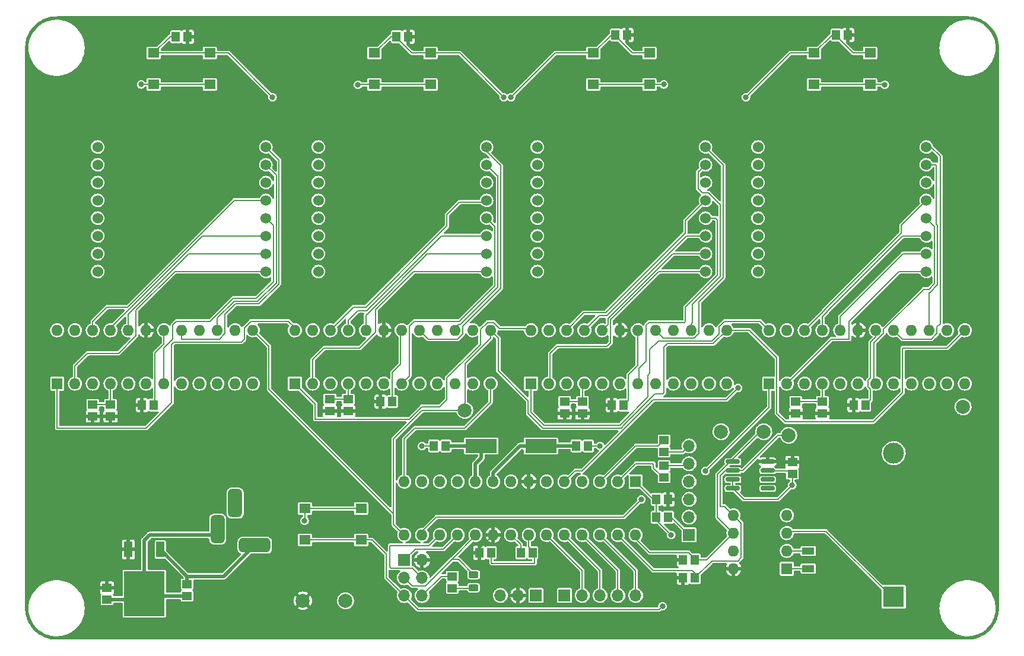
<source format=gbr>
%TF.GenerationSoftware,KiCad,Pcbnew,(6.0.5)*%
%TF.CreationDate,2022-07-22T04:36:01-07:00*%
%TF.ProjectId,CLOCK,434c4f43-4b2e-46b6-9963-61645f706362,rev?*%
%TF.SameCoordinates,PX4c4db10PY8a50b10*%
%TF.FileFunction,Copper,L1,Top*%
%TF.FilePolarity,Positive*%
%FSLAX46Y46*%
G04 Gerber Fmt 4.6, Leading zero omitted, Abs format (unit mm)*
G04 Created by KiCad (PCBNEW (6.0.5)) date 2022-07-22 04:36:01*
%MOMM*%
%LPD*%
G01*
G04 APERTURE LIST*
G04 Aperture macros list*
%AMRoundRect*
0 Rectangle with rounded corners*
0 $1 Rounding radius*
0 $2 $3 $4 $5 $6 $7 $8 $9 X,Y pos of 4 corners*
0 Add a 4 corners polygon primitive as box body*
4,1,4,$2,$3,$4,$5,$6,$7,$8,$9,$2,$3,0*
0 Add four circle primitives for the rounded corners*
1,1,$1+$1,$2,$3*
1,1,$1+$1,$4,$5*
1,1,$1+$1,$6,$7*
1,1,$1+$1,$8,$9*
0 Add four rect primitives between the rounded corners*
20,1,$1+$1,$2,$3,$4,$5,0*
20,1,$1+$1,$4,$5,$6,$7,0*
20,1,$1+$1,$6,$7,$8,$9,0*
20,1,$1+$1,$8,$9,$2,$3,0*%
G04 Aperture macros list end*
%TA.AperFunction,SMDPad,CuDef*%
%ADD10R,1.400000X1.150000*%
%TD*%
%TA.AperFunction,SMDPad,CuDef*%
%ADD11R,1.150000X1.400000*%
%TD*%
%TA.AperFunction,ComponentPad*%
%ADD12C,1.524000*%
%TD*%
%TA.AperFunction,ComponentPad*%
%ADD13C,2.000000*%
%TD*%
%TA.AperFunction,SMDPad,CuDef*%
%ADD14R,4.500000X2.000000*%
%TD*%
%TA.AperFunction,SMDPad,CuDef*%
%ADD15R,1.600000X1.400000*%
%TD*%
%TA.AperFunction,ComponentPad*%
%ADD16R,3.000000X3.000000*%
%TD*%
%TA.AperFunction,ComponentPad*%
%ADD17C,3.000000*%
%TD*%
%TA.AperFunction,ComponentPad*%
%ADD18R,1.600000X1.600000*%
%TD*%
%TA.AperFunction,ComponentPad*%
%ADD19O,1.600000X1.600000*%
%TD*%
%TA.AperFunction,ComponentPad*%
%ADD20O,1.700000X1.700000*%
%TD*%
%TA.AperFunction,ComponentPad*%
%ADD21R,1.700000X1.700000*%
%TD*%
%TA.AperFunction,SMDPad,CuDef*%
%ADD22R,1.800000X1.000000*%
%TD*%
%TA.AperFunction,SMDPad,CuDef*%
%ADD23RoundRect,0.150000X-0.825000X-0.150000X0.825000X-0.150000X0.825000X0.150000X-0.825000X0.150000X0*%
%TD*%
%TA.AperFunction,SMDPad,CuDef*%
%ADD24R,1.200000X2.200000*%
%TD*%
%TA.AperFunction,SMDPad,CuDef*%
%ADD25R,5.800000X6.400000*%
%TD*%
%TA.AperFunction,SMDPad,CuDef*%
%ADD26RoundRect,0.243750X0.456250X-0.243750X0.456250X0.243750X-0.456250X0.243750X-0.456250X-0.243750X0*%
%TD*%
%TA.AperFunction,ComponentPad*%
%ADD27RoundRect,0.500000X-1.750000X-0.500000X1.750000X-0.500000X1.750000X0.500000X-1.750000X0.500000X0*%
%TD*%
%TA.AperFunction,ComponentPad*%
%ADD28RoundRect,0.500000X0.500000X-1.500000X0.500000X1.500000X-0.500000X1.500000X-0.500000X-1.500000X0*%
%TD*%
%TA.AperFunction,ViaPad*%
%ADD29C,0.812800*%
%TD*%
%TA.AperFunction,Conductor*%
%ADD30C,0.203200*%
%TD*%
%TA.AperFunction,Conductor*%
%ADD31C,0.508000*%
%TD*%
G04 APERTURE END LIST*
D10*
%TO.P,C7,1*%
%TO.N,VCC*%
X12192000Y7962000D03*
%TO.P,C7,2*%
%TO.N,GND*%
X12192000Y6262000D03*
%TD*%
D11*
%TO.P,R11,1*%
%TO.N,VCC*%
X17184000Y34034000D03*
%TO.P,R11,2*%
%TO.N,Net-(U4-Pad18)*%
X18884000Y34034000D03*
%TD*%
D12*
%TO.P,D3,16,C8*%
%TO.N,2SEG_G*%
X66356000Y70866000D03*
%TO.P,D3,15,C7*%
%TO.N,2SEG_F*%
X66356000Y68326000D03*
%TO.P,D3,14,R2*%
%TO.N,2DIG_1*%
X66356000Y65786000D03*
%TO.P,D3,13,C1*%
%TO.N,2SEG_DP*%
X66356000Y63246000D03*
%TO.P,D3,12,R4*%
%TO.N,2DIG_3*%
X66356000Y60706000D03*
%TO.P,D3,11,C6*%
%TO.N,2SEG_E*%
X66356000Y58166000D03*
%TO.P,D3,10,C4*%
%TO.N,2SEG_C*%
X66356000Y55626000D03*
%TO.P,D3,9,R1*%
%TO.N,2DIG_0*%
X66356000Y53086000D03*
%TO.P,D3,8,R3*%
%TO.N,2DIG_2*%
X42356000Y53086000D03*
%TO.P,D3,7,R6*%
%TO.N,2DIG_5*%
X42356000Y55626000D03*
%TO.P,D3,6,C5*%
%TO.N,2SEG_D*%
X42356000Y58166000D03*
%TO.P,D3,5,R8*%
%TO.N,2DIG_7*%
X42356000Y60706000D03*
%TO.P,D3,4,C3*%
%TO.N,2SEG_B*%
X42356000Y63246000D03*
%TO.P,D3,3,C2*%
%TO.N,2SEG_A*%
X42356000Y65786000D03*
%TO.P,D3,2,R7*%
%TO.N,2DIG_6*%
X42356000Y68326000D03*
%TO.P,D3,1,R5*%
%TO.N,2DIG_4*%
X42356000Y70866000D03*
%TD*%
D13*
%TO.P,GND,1,1*%
%TO.N,GND*%
X46228000Y6096000D03*
%TD*%
D14*
%TO.P,Y1,1,1*%
%TO.N,Net-(C5-Pad1)*%
X65600000Y28194000D03*
%TO.P,Y1,2,2*%
%TO.N,Net-(C4-Pad2)*%
X74100000Y28194000D03*
%TD*%
D11*
%TO.P,R5,1*%
%TO.N,VCC*%
X55206000Y86614000D03*
%TO.P,R5,2*%
%TO.N,BTN_UP*%
X53506000Y86614000D03*
%TD*%
D15*
%TO.P,UP,1,A*%
%TO.N,GND*%
X58356000Y79792000D03*
%TO.P,UP,2,A*%
X50356000Y79792000D03*
%TO.P,UP,3,B*%
%TO.N,BTN_UP*%
X58356000Y84292000D03*
%TO.P,UP,4,B*%
X50356000Y84292000D03*
%TD*%
D11*
%TO.P,C5,1*%
%TO.N,Net-(C5-Pad1)*%
X60540000Y28194000D03*
%TO.P,C5,2*%
%TO.N,GND*%
X58840000Y28194000D03*
%TD*%
D10*
%TO.P,C14,1*%
%TO.N,VCC*%
X77490000Y32844000D03*
%TO.P,C14,2*%
%TO.N,GND*%
X77490000Y34544000D03*
%TD*%
D16*
%TO.P,BT1,1,+*%
%TO.N,Net-(BT1-Pad1)*%
X124460017Y6674314D03*
D17*
%TO.P,BT1,2,-*%
%TO.N,GND*%
X124460017Y27164314D03*
%TD*%
D13*
%TO.P,DDATA,1,1*%
%TO.N,DDATA*%
X99822000Y30226000D03*
%TD*%
D10*
%TO.P,C10,1*%
%TO.N,GND*%
X80030000Y34544000D03*
%TO.P,C10,2*%
%TO.N,VCC*%
X80030000Y32844000D03*
%TD*%
D12*
%TO.P,D4,16,C8*%
%TO.N,3SEG_G*%
X97598000Y70866000D03*
%TO.P,D4,15,C7*%
%TO.N,3SEG_F*%
X97598000Y68326000D03*
%TO.P,D4,14,R2*%
%TO.N,3DIG_1*%
X97598000Y65786000D03*
%TO.P,D4,13,C1*%
%TO.N,3SEG_DP*%
X97598000Y63246000D03*
%TO.P,D4,12,R4*%
%TO.N,3DIG_3*%
X97598000Y60706000D03*
%TO.P,D4,11,C6*%
%TO.N,3SEG_E*%
X97598000Y58166000D03*
%TO.P,D4,10,C4*%
%TO.N,3SEG_C*%
X97598000Y55626000D03*
%TO.P,D4,9,R1*%
%TO.N,3DIG_0*%
X97598000Y53086000D03*
%TO.P,D4,8,R3*%
%TO.N,3DIG_2*%
X73598000Y53086000D03*
%TO.P,D4,7,R6*%
%TO.N,3DIG_5*%
X73598000Y55626000D03*
%TO.P,D4,6,C5*%
%TO.N,3SEG_D*%
X73598000Y58166000D03*
%TO.P,D4,5,R8*%
%TO.N,3DIG_7*%
X73598000Y60706000D03*
%TO.P,D4,4,C3*%
%TO.N,3SEG_B*%
X73598000Y63246000D03*
%TO.P,D4,3,C2*%
%TO.N,3SEG_A*%
X73598000Y65786000D03*
%TO.P,D4,2,R7*%
%TO.N,3DIG_6*%
X73598000Y68326000D03*
%TO.P,D4,1,R5*%
%TO.N,3DIG_4*%
X73598000Y70866000D03*
%TD*%
D10*
%TO.P,C8,1*%
%TO.N,GND*%
X12695000Y34124000D03*
%TO.P,C8,2*%
%TO.N,VCC*%
X12695000Y32424000D03*
%TD*%
D13*
%TO.P,CLK,1,1*%
%TO.N,CLK*%
X63246000Y33274000D03*
%TD*%
D18*
%TO.P,U3,1,X1*%
%TO.N,Net-(U3-Pad1)*%
X109210000Y10678000D03*
D19*
%TO.P,U3,2,X2*%
%TO.N,Net-(U3-Pad2)*%
X109210000Y13218000D03*
%TO.P,U3,3,VBAT*%
%TO.N,Net-(BT1-Pad1)*%
X109210000Y15758000D03*
%TO.P,U3,4,GND*%
%TO.N,GND*%
X109210000Y18298000D03*
%TO.P,U3,5,SDA*%
%TO.N,SDA*%
X101590000Y18298000D03*
%TO.P,U3,6,SCL*%
%TO.N,SCL*%
X101590000Y15758000D03*
%TO.P,U3,7,SQW/OUT*%
%TO.N,unconnected-(U3-Pad7)*%
X101590000Y13218000D03*
%TO.P,U3,8,VCC*%
%TO.N,VCC*%
X101590000Y10678000D03*
%TD*%
D13*
%TO.P,SDA,1,1*%
%TO.N,SDA*%
X109474000Y29718000D03*
%TD*%
D20*
%TO.P,J4,5,Pin_5*%
%TO.N,PC3*%
X87630000Y6858000D03*
%TO.P,J4,4,Pin_4*%
%TO.N,PC2*%
X85090000Y6858000D03*
%TO.P,J4,3,Pin_3*%
%TO.N,PC1*%
X82550000Y6858000D03*
%TO.P,J4,2,Pin_2*%
%TO.N,PC0*%
X80010000Y6858000D03*
D21*
%TO.P,J4,1,Pin_1*%
%TO.N,PD6*%
X77470000Y6858000D03*
%TD*%
D18*
%TO.P,U6,1,DIN*%
%TO.N,Net-(U6-Pad1)*%
X72690000Y37094000D03*
D19*
%TO.P,U6,2,DIG_0*%
%TO.N,3DIG_0*%
X75230000Y37094000D03*
%TO.P,U6,3,DIG_4*%
%TO.N,3DIG_4*%
X77770000Y37094000D03*
%TO.P,U6,4,GND*%
%TO.N,GND*%
X80310000Y37094000D03*
%TO.P,U6,5,DIG_6*%
%TO.N,3DIG_6*%
X82850000Y37094000D03*
%TO.P,U6,6,DIG_2*%
%TO.N,3DIG_2*%
X85390000Y37094000D03*
%TO.P,U6,7,DIG_3*%
%TO.N,3DIG_3*%
X87930000Y37094000D03*
%TO.P,U6,8,DIG_7*%
%TO.N,3DIG_7*%
X90470000Y37094000D03*
%TO.P,U6,9,GND*%
%TO.N,GND*%
X93010000Y37094000D03*
%TO.P,U6,10,DIG_5*%
%TO.N,3DIG_5*%
X95550000Y37094000D03*
%TO.P,U6,11,DIG_1*%
%TO.N,3DIG_1*%
X98090000Y37094000D03*
%TO.P,U6,12,LOAD*%
%TO.N,DLOAD*%
X100630000Y37094000D03*
%TO.P,U6,13,CLK*%
%TO.N,CLK*%
X100630000Y44714000D03*
%TO.P,U6,14,SEG_A*%
%TO.N,3SEG_A*%
X98090000Y44714000D03*
%TO.P,U6,15,SEG_F*%
%TO.N,3SEG_F*%
X95550000Y44714000D03*
%TO.P,U6,16,SEG_B*%
%TO.N,3SEG_B*%
X93010000Y44714000D03*
%TO.P,U6,17,SEG_G*%
%TO.N,3SEG_G*%
X90470000Y44714000D03*
%TO.P,U6,18,ISET*%
%TO.N,Net-(U6-Pad18)*%
X87930000Y44714000D03*
%TO.P,U6,19,V+*%
%TO.N,VCC*%
X85390000Y44714000D03*
%TO.P,U6,20,SEG_C*%
%TO.N,3SEG_C*%
X82850000Y44714000D03*
%TO.P,U6,21,SEG_E*%
%TO.N,3SEG_E*%
X80310000Y44714000D03*
%TO.P,U6,22,SEG_DP*%
%TO.N,3SEG_DP*%
X77770000Y44714000D03*
%TO.P,U6,23,SEG_D*%
%TO.N,3SEG_D*%
X75230000Y44714000D03*
%TO.P,U6,24,DOUT*%
%TO.N,Net-(U5-Pad1)*%
X72690000Y44714000D03*
%TD*%
D21*
%TO.P,J3,1,Pin_1*%
%TO.N,MISO*%
X54610000Y11923000D03*
D20*
%TO.P,J3,2,Pin_2*%
%TO.N,VCC*%
X57150000Y11923000D03*
%TO.P,J3,3,Pin_3*%
%TO.N,LED_SCK*%
X54610000Y9383000D03*
%TO.P,J3,4,Pin_4*%
%TO.N,MOSI*%
X57150000Y9383000D03*
%TO.P,J3,5,Pin_5*%
%TO.N,RESET*%
X54610000Y6843000D03*
%TO.P,J3,6,Pin_6*%
%TO.N,GND*%
X57150000Y6843000D03*
%TD*%
D10*
%TO.P,C12,1*%
%TO.N,VCC*%
X10160000Y32424000D03*
%TO.P,C12,2*%
%TO.N,GND*%
X10160000Y34124000D03*
%TD*%
%TO.P,C13,1*%
%TO.N,VCC*%
X46610000Y33184000D03*
%TO.P,C13,2*%
%TO.N,GND*%
X46610000Y34884000D03*
%TD*%
D22*
%TO.P,Y2,1,1*%
%TO.N,Net-(U3-Pad2)*%
X112268000Y13188000D03*
%TO.P,Y2,2,2*%
%TO.N,Net-(U3-Pad1)*%
X112268000Y10688000D03*
%TD*%
D10*
%TO.P,R3,1*%
%TO.N,RXD*%
X91690000Y23684000D03*
%TO.P,R3,2*%
%TO.N,Net-(J1-Pad5)*%
X91690000Y25384000D03*
%TD*%
D18*
%TO.P,U7,1,DIN*%
%TO.N,DDATA*%
X106675000Y37094000D03*
D19*
%TO.P,U7,2,DIG_0*%
%TO.N,4DIG_0*%
X109215000Y37094000D03*
%TO.P,U7,3,DIG_4*%
%TO.N,4DIG_4*%
X111755000Y37094000D03*
%TO.P,U7,4,GND*%
%TO.N,GND*%
X114295000Y37094000D03*
%TO.P,U7,5,DIG_6*%
%TO.N,4DIG_6*%
X116835000Y37094000D03*
%TO.P,U7,6,DIG_2*%
%TO.N,4DIG_2*%
X119375000Y37094000D03*
%TO.P,U7,7,DIG_3*%
%TO.N,4DIG_3*%
X121915000Y37094000D03*
%TO.P,U7,8,DIG_7*%
%TO.N,4DIG_7*%
X124455000Y37094000D03*
%TO.P,U7,9,GND*%
%TO.N,GND*%
X126995000Y37094000D03*
%TO.P,U7,10,DIG_5*%
%TO.N,4DIG_5*%
X129535000Y37094000D03*
%TO.P,U7,11,DIG_1*%
%TO.N,4DIG_1*%
X132075000Y37094000D03*
%TO.P,U7,12,LOAD*%
%TO.N,DLOAD*%
X134615000Y37094000D03*
%TO.P,U7,13,CLK*%
%TO.N,CLK*%
X134615000Y44714000D03*
%TO.P,U7,14,SEG_A*%
%TO.N,4SEG_A*%
X132075000Y44714000D03*
%TO.P,U7,15,SEG_F*%
%TO.N,4SEG_F*%
X129535000Y44714000D03*
%TO.P,U7,16,SEG_B*%
%TO.N,4SEG_B*%
X126995000Y44714000D03*
%TO.P,U7,17,SEG_G*%
%TO.N,4SEG_G*%
X124455000Y44714000D03*
%TO.P,U7,18,ISET*%
%TO.N,Net-(U7-Pad18)*%
X121915000Y44714000D03*
%TO.P,U7,19,V+*%
%TO.N,VCC*%
X119375000Y44714000D03*
%TO.P,U7,20,SEG_C*%
%TO.N,4SEG_C*%
X116835000Y44714000D03*
%TO.P,U7,21,SEG_E*%
%TO.N,4SEG_E*%
X114295000Y44714000D03*
%TO.P,U7,22,SEG_DP*%
%TO.N,4SEG_DP*%
X111755000Y44714000D03*
%TO.P,U7,23,SEG_D*%
%TO.N,4SEG_D*%
X109215000Y44714000D03*
%TO.P,U7,24,DOUT*%
%TO.N,Net-(U6-Pad1)*%
X106675000Y44714000D03*
%TD*%
D11*
%TO.P,R12,1*%
%TO.N,Net-(U5-Pad18)*%
X52920000Y34544000D03*
%TO.P,R12,2*%
%TO.N,VCC*%
X51220000Y34544000D03*
%TD*%
D13*
%TO.P,VCC,1,1*%
%TO.N,VCC*%
X40132000Y6096000D03*
%TD*%
D18*
%TO.P,U1,1,~{RESET}/PC6*%
%TO.N,RESET*%
X87630000Y23114000D03*
D19*
%TO.P,U1,2,PD0*%
%TO.N,RXD*%
X85090000Y23114000D03*
%TO.P,U1,3,PD1*%
%TO.N,TXD*%
X82550000Y23114000D03*
%TO.P,U1,4,PD2*%
%TO.N,BTN_DWN*%
X80010000Y23114000D03*
%TO.P,U1,5,PD3*%
%TO.N,BTN_SEL*%
X77470000Y23114000D03*
%TO.P,U1,6,PD4*%
%TO.N,BTN_UP*%
X74930000Y23114000D03*
%TO.P,U1,7,VCC*%
%TO.N,VCC*%
X72390000Y23114000D03*
%TO.P,U1,8,GND*%
%TO.N,GND*%
X69850000Y23114000D03*
%TO.P,U1,9,XTAL1/PB6*%
%TO.N,Net-(C4-Pad2)*%
X67310000Y23114000D03*
%TO.P,U1,10,XTAL2/PB7*%
%TO.N,Net-(C5-Pad1)*%
X64770000Y23114000D03*
%TO.P,U1,11,PD5*%
%TO.N,BTN_MODE*%
X62230000Y23114000D03*
%TO.P,U1,12,PD6*%
%TO.N,PD6*%
X59690000Y23114000D03*
%TO.P,U1,13,PD7*%
%TO.N,PD7*%
X57150000Y23114000D03*
%TO.P,U1,14,PB0*%
%TO.N,DLOAD*%
X54610000Y23114000D03*
%TO.P,U1,15,PB1*%
%TO.N,CLK*%
X54610000Y15494000D03*
%TO.P,U1,16,PB2*%
%TO.N,DDATA*%
X57150000Y15494000D03*
%TO.P,U1,17,PB3*%
%TO.N,MOSI*%
X59690000Y15494000D03*
%TO.P,U1,18,PB4*%
%TO.N,MISO*%
X62230000Y15494000D03*
%TO.P,U1,19,PB5*%
%TO.N,LED_SCK*%
X64770000Y15494000D03*
%TO.P,U1,20,AVCC*%
%TO.N,VCC*%
X67310000Y15494000D03*
%TO.P,U1,21,AREF*%
%TO.N,Net-(C1-Pad1)*%
X69850000Y15494000D03*
%TO.P,U1,22,GND*%
%TO.N,GND*%
X72390000Y15494000D03*
%TO.P,U1,23,PC0*%
%TO.N,PC0*%
X74930000Y15494000D03*
%TO.P,U1,24,PC1*%
%TO.N,PC1*%
X77470000Y15494000D03*
%TO.P,U1,25,PC2*%
%TO.N,PC2*%
X80010000Y15494000D03*
%TO.P,U1,26,PC3*%
%TO.N,PC3*%
X82550000Y15494000D03*
%TO.P,U1,27,PC4*%
%TO.N,SDA*%
X85090000Y15494000D03*
%TO.P,U1,28,PC5*%
%TO.N,SCL*%
X87630000Y15494000D03*
%TD*%
D23*
%TO.P,U8,1,SCL*%
%TO.N,SCL*%
X101515000Y25939000D03*
%TO.P,U8,2,SDA*%
%TO.N,SDA*%
X101515000Y24669000D03*
%TO.P,U8,3,A0*%
%TO.N,GND*%
X101515000Y23399000D03*
%TO.P,U8,4,A1*%
X101515000Y22129000D03*
%TO.P,U8,5,INT*%
%TO.N,unconnected-(U8-Pad5)*%
X106465000Y22129000D03*
%TO.P,U8,6,CT*%
%TO.N,unconnected-(U8-Pad6)*%
X106465000Y23399000D03*
%TO.P,U8,7,GND*%
%TO.N,GND*%
X106465000Y24669000D03*
%TO.P,U8,8,VDD*%
%TO.N,VCC*%
X106465000Y25939000D03*
%TD*%
D10*
%TO.P,R1,2*%
%TO.N,GND*%
X61468000Y9574000D03*
%TO.P,R1,1*%
%TO.N,Net-(D1-Pad1)*%
X61468000Y7874000D03*
%TD*%
D15*
%TO.P,MODE,1,A*%
%TO.N,GND*%
X26860000Y79792000D03*
%TO.P,MODE,2,A*%
X18860000Y79792000D03*
%TO.P,MODE,3,B*%
%TO.N,BTN_MODE*%
X26860000Y84292000D03*
%TO.P,MODE,4,B*%
X18860000Y84292000D03*
%TD*%
D18*
%TO.P,U4,1,DIN*%
%TO.N,Net-(U4-Pad1)*%
X5075000Y37094000D03*
D19*
%TO.P,U4,2,DIG_0*%
%TO.N,1DIG_0*%
X7615000Y37094000D03*
%TO.P,U4,3,DIG_4*%
%TO.N,1DIG_4*%
X10155000Y37094000D03*
%TO.P,U4,4,GND*%
%TO.N,GND*%
X12695000Y37094000D03*
%TO.P,U4,5,DIG_6*%
%TO.N,1DIG_6*%
X15235000Y37094000D03*
%TO.P,U4,6,DIG_2*%
%TO.N,1DIG_2*%
X17775000Y37094000D03*
%TO.P,U4,7,DIG_3*%
%TO.N,1DIG_3*%
X20315000Y37094000D03*
%TO.P,U4,8,DIG_7*%
%TO.N,1DIG_7*%
X22855000Y37094000D03*
%TO.P,U4,9,GND*%
%TO.N,GND*%
X25395000Y37094000D03*
%TO.P,U4,10,DIG_5*%
%TO.N,1DIG_5*%
X27935000Y37094000D03*
%TO.P,U4,11,DIG_1*%
%TO.N,1DIG_1*%
X30475000Y37094000D03*
%TO.P,U4,12,LOAD*%
%TO.N,DLOAD*%
X33015000Y37094000D03*
%TO.P,U4,13,CLK*%
%TO.N,CLK*%
X33015000Y44714000D03*
%TO.P,U4,14,SEG_A*%
%TO.N,1SEG_A*%
X30475000Y44714000D03*
%TO.P,U4,15,SEG_F*%
%TO.N,1SEG_F*%
X27935000Y44714000D03*
%TO.P,U4,16,SEG_B*%
%TO.N,1SEG_B*%
X25395000Y44714000D03*
%TO.P,U4,17,SEG_G*%
%TO.N,1SEG_G*%
X22855000Y44714000D03*
%TO.P,U4,18,ISET*%
%TO.N,Net-(U4-Pad18)*%
X20315000Y44714000D03*
%TO.P,U4,19,V+*%
%TO.N,VCC*%
X17775000Y44714000D03*
%TO.P,U4,20,SEG_C*%
%TO.N,1SEG_C*%
X15235000Y44714000D03*
%TO.P,U4,21,SEG_E*%
%TO.N,1SEG_E*%
X12695000Y44714000D03*
%TO.P,U4,22,SEG_DP*%
%TO.N,1SEG_DP*%
X10155000Y44714000D03*
%TO.P,U4,23,SEG_D*%
%TO.N,1SEG_D*%
X7615000Y44714000D03*
%TO.P,U4,24,DOUT*%
%TO.N,unconnected-(U4-Pad24)*%
X5075000Y44714000D03*
%TD*%
D11*
%TO.P,R13,1*%
%TO.N,Net-(U6-Pad18)*%
X85940000Y34034000D03*
%TO.P,R13,2*%
%TO.N,VCC*%
X84240000Y34034000D03*
%TD*%
D15*
%TO.P,DOWN,1,A*%
%TO.N,GND*%
X89598000Y79792000D03*
%TO.P,DOWN,2,A*%
X81598000Y79792000D03*
%TO.P,DOWN,3,B*%
%TO.N,BTN_DWN*%
X89598000Y84292000D03*
%TO.P,DOWN,4,B*%
X81598000Y84292000D03*
%TD*%
D10*
%TO.P,C15,1*%
%TO.N,VCC*%
X110490000Y32844000D03*
%TO.P,C15,2*%
%TO.N,GND*%
X110490000Y34544000D03*
%TD*%
%TO.P,C9,1*%
%TO.N,GND*%
X43990000Y34884000D03*
%TO.P,C9,2*%
%TO.N,VCC*%
X43990000Y33184000D03*
%TD*%
%TO.P,R4,1*%
%TO.N,TXD*%
X91690000Y29044000D03*
%TO.P,R4,2*%
%TO.N,Net-(J1-Pad6)*%
X91690000Y27344000D03*
%TD*%
D21*
%TO.P,J1,1,Pin_1*%
%TO.N,Net-(C3-Pad2)*%
X95250000Y15494000D03*
D20*
%TO.P,J1,2,Pin_2*%
%TO.N,unconnected-(J1-Pad2)*%
X95250000Y18034000D03*
%TO.P,J1,3,Pin_3*%
%TO.N,unconnected-(J1-Pad3)*%
X95250000Y20574000D03*
%TO.P,J1,4,Pin_4*%
%TO.N,unconnected-(J1-Pad4)*%
X95250000Y23114000D03*
%TO.P,J1,5,Pin_5*%
%TO.N,Net-(J1-Pad5)*%
X95250000Y25654000D03*
%TO.P,J1,6,Pin_6*%
%TO.N,Net-(J1-Pad6)*%
X95250000Y28194000D03*
%TD*%
D11*
%TO.P,R9,1*%
%TO.N,VCC*%
X94400000Y11938000D03*
%TO.P,R9,2*%
%TO.N,SCL*%
X96100000Y11938000D03*
%TD*%
D13*
%TO.P,SCL,1,1*%
%TO.N,SCL*%
X105918000Y30226000D03*
%TD*%
D15*
%TO.P,SELECT,1,A*%
%TO.N,GND*%
X121094000Y79792000D03*
%TO.P,SELECT,2,A*%
X113094000Y79792000D03*
%TO.P,SELECT,3,B*%
%TO.N,BTN_SEL*%
X121094000Y84292000D03*
%TO.P,SELECT,4,B*%
X113094000Y84292000D03*
%TD*%
D24*
%TO.P,U2,3,OUT*%
%TO.N,VCC*%
X15246000Y13412000D03*
D25*
%TO.P,U2,2,GND*%
%TO.N,GND*%
X17526000Y7112000D03*
D24*
%TO.P,U2,1,IN*%
%TO.N,Net-(C6-Pad1)*%
X19806000Y13412000D03*
%TD*%
D12*
%TO.P,D5,1,R5*%
%TO.N,4DIG_4*%
X105094000Y70866000D03*
%TO.P,D5,2,R7*%
%TO.N,4DIG_6*%
X105094000Y68326000D03*
%TO.P,D5,3,C2*%
%TO.N,4SEG_A*%
X105094000Y65786000D03*
%TO.P,D5,4,C3*%
%TO.N,4SEG_B*%
X105094000Y63246000D03*
%TO.P,D5,5,R8*%
%TO.N,4DIG_7*%
X105094000Y60706000D03*
%TO.P,D5,6,C5*%
%TO.N,4SEG_D*%
X105094000Y58166000D03*
%TO.P,D5,7,R6*%
%TO.N,4DIG_5*%
X105094000Y55626000D03*
%TO.P,D5,8,R3*%
%TO.N,4DIG_2*%
X105094000Y53086000D03*
%TO.P,D5,9,R1*%
%TO.N,4DIG_0*%
X129094000Y53086000D03*
%TO.P,D5,10,C4*%
%TO.N,4SEG_C*%
X129094000Y55626000D03*
%TO.P,D5,11,C6*%
%TO.N,4SEG_E*%
X129094000Y58166000D03*
%TO.P,D5,12,R4*%
%TO.N,4DIG_3*%
X129094000Y60706000D03*
%TO.P,D5,13,C1*%
%TO.N,4SEG_DP*%
X129094000Y63246000D03*
%TO.P,D5,14,R2*%
%TO.N,4DIG_1*%
X129094000Y65786000D03*
%TO.P,D5,15,C7*%
%TO.N,4SEG_F*%
X129094000Y68326000D03*
%TO.P,D5,16,C8*%
%TO.N,4SEG_G*%
X129094000Y70866000D03*
%TD*%
D11*
%TO.P,C1,1*%
%TO.N,Net-(C1-Pad1)*%
X71240000Y12954000D03*
%TO.P,C1,2*%
%TO.N,GND*%
X72940000Y12954000D03*
%TD*%
D10*
%TO.P,C11,1*%
%TO.N,GND*%
X114295000Y34544000D03*
%TO.P,C11,2*%
%TO.N,VCC*%
X114295000Y32844000D03*
%TD*%
D11*
%TO.P,R10,1*%
%TO.N,VCC*%
X94400000Y9398000D03*
%TO.P,R10,2*%
%TO.N,SDA*%
X96100000Y9398000D03*
%TD*%
%TO.P,C3,1*%
%TO.N,RESET*%
X90590000Y18034000D03*
%TO.P,C3,2*%
%TO.N,Net-(C3-Pad2)*%
X92290000Y18034000D03*
%TD*%
%TO.P,R7,1*%
%TO.N,VCC*%
X117944000Y86868000D03*
%TO.P,R7,2*%
%TO.N,BTN_SEL*%
X116244000Y86868000D03*
%TD*%
D10*
%TO.P,C16,1*%
%TO.N,VCC*%
X109990000Y25884000D03*
%TO.P,C16,2*%
%TO.N,GND*%
X109990000Y24184000D03*
%TD*%
D11*
%TO.P,R2,1*%
%TO.N,RESET*%
X90590000Y20574000D03*
%TO.P,R2,2*%
%TO.N,VCC*%
X92290000Y20574000D03*
%TD*%
%TO.P,C4,1*%
%TO.N,GND*%
X80860000Y28194000D03*
%TO.P,C4,2*%
%TO.N,Net-(C4-Pad2)*%
X79160000Y28194000D03*
%TD*%
D13*
%TO.P,DLOAD,1,1*%
%TO.N,DLOAD*%
X134366000Y33782000D03*
%TD*%
D26*
%TO.P,D1,1,K*%
%TO.N,Net-(D1-Pad1)*%
X64516000Y7952500D03*
%TO.P,D1,2,A*%
%TO.N,LED_SCK*%
X64516000Y9827500D03*
%TD*%
D18*
%TO.P,U5,1,DIN*%
%TO.N,Net-(U5-Pad1)*%
X38990000Y37094000D03*
D19*
%TO.P,U5,2,DIG_0*%
%TO.N,2DIG_0*%
X41530000Y37094000D03*
%TO.P,U5,3,DIG_4*%
%TO.N,2DIG_4*%
X44070000Y37094000D03*
%TO.P,U5,4,GND*%
%TO.N,GND*%
X46610000Y37094000D03*
%TO.P,U5,5,DIG_6*%
%TO.N,2DIG_6*%
X49150000Y37094000D03*
%TO.P,U5,6,DIG_2*%
%TO.N,2DIG_2*%
X51690000Y37094000D03*
%TO.P,U5,7,DIG_3*%
%TO.N,2DIG_3*%
X54230000Y37094000D03*
%TO.P,U5,8,DIG_7*%
%TO.N,2DIG_7*%
X56770000Y37094000D03*
%TO.P,U5,9,GND*%
%TO.N,GND*%
X59310000Y37094000D03*
%TO.P,U5,10,DIG_5*%
%TO.N,2DIG_5*%
X61850000Y37094000D03*
%TO.P,U5,11,DIG_1*%
%TO.N,2DIG_1*%
X64390000Y37094000D03*
%TO.P,U5,12,LOAD*%
%TO.N,DLOAD*%
X66930000Y37094000D03*
%TO.P,U5,13,CLK*%
%TO.N,CLK*%
X66930000Y44714000D03*
%TO.P,U5,14,SEG_A*%
%TO.N,2SEG_A*%
X64390000Y44714000D03*
%TO.P,U5,15,SEG_F*%
%TO.N,2SEG_F*%
X61850000Y44714000D03*
%TO.P,U5,16,SEG_B*%
%TO.N,2SEG_B*%
X59310000Y44714000D03*
%TO.P,U5,17,SEG_G*%
%TO.N,2SEG_G*%
X56770000Y44714000D03*
%TO.P,U5,18,ISET*%
%TO.N,Net-(U5-Pad18)*%
X54230000Y44714000D03*
%TO.P,U5,19,V+*%
%TO.N,VCC*%
X51690000Y44714000D03*
%TO.P,U5,20,SEG_C*%
%TO.N,2SEG_C*%
X49150000Y44714000D03*
%TO.P,U5,21,SEG_E*%
%TO.N,2SEG_E*%
X46610000Y44714000D03*
%TO.P,U5,22,SEG_DP*%
%TO.N,2SEG_DP*%
X44070000Y44714000D03*
%TO.P,U5,23,SEG_D*%
%TO.N,2SEG_D*%
X41530000Y44714000D03*
%TO.P,U5,24,DOUT*%
%TO.N,Net-(U4-Pad1)*%
X38990000Y44714000D03*
%TD*%
D11*
%TO.P,R14,1*%
%TO.N,Net-(U7-Pad18)*%
X120440000Y34034000D03*
%TO.P,R14,2*%
%TO.N,VCC*%
X118740000Y34034000D03*
%TD*%
%TO.P,C2,1*%
%TO.N,VCC*%
X65340000Y12954000D03*
%TO.P,C2,2*%
%TO.N,GND*%
X67040000Y12954000D03*
%TD*%
D20*
%TO.P,J5,3,Pin_3*%
%TO.N,GND*%
X68326000Y6858000D03*
%TO.P,J5,2,Pin_2*%
%TO.N,VCC*%
X70866000Y6858000D03*
D21*
%TO.P,J5,1,Pin_1*%
%TO.N,PD7*%
X73406000Y6858000D03*
%TD*%
D15*
%TO.P,RESET,1,A*%
%TO.N,GND*%
X40450000Y19268000D03*
%TO.P,RESET,2,A*%
X48450000Y19268000D03*
%TO.P,RESET,3,B*%
%TO.N,RESET*%
X40450000Y14768000D03*
%TO.P,RESET,4,B*%
X48450000Y14768000D03*
%TD*%
D10*
%TO.P,C6,1*%
%TO.N,Net-(C6-Pad1)*%
X23622000Y8470000D03*
%TO.P,C6,2*%
%TO.N,GND*%
X23622000Y6770000D03*
%TD*%
D11*
%TO.P,R6,1*%
%TO.N,VCC*%
X86448000Y86868000D03*
%TO.P,R6,2*%
%TO.N,BTN_DWN*%
X84748000Y86868000D03*
%TD*%
%TO.P,R8,1*%
%TO.N,VCC*%
X23710000Y86614000D03*
%TO.P,R8,2*%
%TO.N,BTN_MODE*%
X22010000Y86614000D03*
%TD*%
D12*
%TO.P,D2,1,R5*%
%TO.N,1DIG_4*%
X10860000Y70866000D03*
%TO.P,D2,2,R7*%
%TO.N,1DIG_6*%
X10860000Y68326000D03*
%TO.P,D2,3,C2*%
%TO.N,1SEG_A*%
X10860000Y65786000D03*
%TO.P,D2,4,C3*%
%TO.N,1SEG_B*%
X10860000Y63246000D03*
%TO.P,D2,5,R8*%
%TO.N,1DIG_7*%
X10860000Y60706000D03*
%TO.P,D2,6,C5*%
%TO.N,1SEG_D*%
X10860000Y58166000D03*
%TO.P,D2,7,R6*%
%TO.N,1DIG_5*%
X10860000Y55626000D03*
%TO.P,D2,8,R3*%
%TO.N,1DIG_2*%
X10860000Y53086000D03*
%TO.P,D2,9,R1*%
%TO.N,1DIG_0*%
X34860000Y53086000D03*
%TO.P,D2,10,C4*%
%TO.N,1SEG_C*%
X34860000Y55626000D03*
%TO.P,D2,11,C6*%
%TO.N,1SEG_E*%
X34860000Y58166000D03*
%TO.P,D2,12,R4*%
%TO.N,1DIG_3*%
X34860000Y60706000D03*
%TO.P,D2,13,C1*%
%TO.N,1SEG_DP*%
X34860000Y63246000D03*
%TO.P,D2,14,R2*%
%TO.N,1DIG_1*%
X34860000Y65786000D03*
%TO.P,D2,15,C7*%
%TO.N,1SEG_F*%
X34860000Y68326000D03*
%TO.P,D2,16,C8*%
%TO.N,1SEG_G*%
X34860000Y70866000D03*
%TD*%
D27*
%TO.P,REF\u002A\u002A1,1,POLE*%
%TO.N,Net-(C6-Pad1)*%
X33274000Y14026000D03*
D28*
%TO.P,REF\u002A\u002A1,2,OUT*%
%TO.N,GND*%
X27974000Y16326000D03*
%TO.P,REF\u002A\u002A1,3,OUT*%
%TO.N,unconnected-(REF\u002A\u002A1-Pad3)*%
X30474000Y20026000D03*
%TD*%
D29*
%TO.N,GND*%
X123190000Y79756000D03*
X91658000Y79792000D03*
X48006000Y79756000D03*
X17054000Y79792000D03*
X40386000Y17526000D03*
X82550000Y28194000D03*
X109982000Y22606000D03*
X57150000Y28194000D03*
%TO.N,RESET*%
X91459990Y5334000D03*
X92710000Y15494000D03*
%TO.N,BTN_UP*%
X68834000Y77978000D03*
%TO.N,BTN_DWN*%
X69850000Y77978000D03*
%TO.N,BTN_SEL*%
X102257541Y36471541D03*
X103378000Y77978000D03*
%TO.N,DDATA*%
X88450000Y20574000D03*
X97574995Y24618995D03*
%TO.N,BTN_MODE*%
X35814000Y77978000D03*
%TD*%
D30*
%TO.N,2SEG_E*%
X59877953Y58166000D02*
X66356000Y58166000D01*
X49209953Y47498000D02*
X59877953Y58166000D01*
X48006000Y47498000D02*
X49209953Y47498000D01*
X46610000Y46102000D02*
X48006000Y47498000D01*
X46610000Y44714000D02*
X46610000Y46102000D01*
%TO.N,Net-(BT1-Pad1)*%
X114808000Y16002000D02*
X124897686Y5912314D01*
X109454000Y16002000D02*
X114808000Y16002000D01*
X109210000Y15758000D02*
X109454000Y16002000D01*
%TO.N,GND*%
X59881000Y9574000D02*
X57150000Y6843000D01*
X61468000Y9574000D02*
X59881000Y9574000D01*
%TO.N,Net-(D1-Pad1)*%
X64437500Y7874000D02*
X61468000Y7874000D01*
X64516000Y7952500D02*
X64437500Y7874000D01*
%TO.N,LED_SCK*%
X62340221Y12003279D02*
X61402721Y12003279D01*
X64516000Y9827500D02*
X62340221Y12003279D01*
X61402721Y12003279D02*
X64770000Y15370557D01*
X61021721Y11622279D02*
X61402721Y12003279D01*
%TO.N,CLK*%
X132065000Y42164000D02*
X134615000Y44714000D01*
X107779311Y32862956D02*
X108982369Y31659898D01*
X108982369Y31659898D02*
X121575898Y31659898D01*
X125730000Y35814000D02*
X125730000Y42164000D01*
X107779311Y40810689D02*
X107779311Y32862956D01*
X121575898Y31659898D02*
X125730000Y35814000D01*
X103876000Y44714000D02*
X107779311Y40810689D01*
X125730000Y42164000D02*
X132065000Y42164000D01*
X100630000Y44714000D02*
X103876000Y44714000D01*
%TO.N,BTN_SEL*%
X80010000Y24638000D02*
X78994000Y24638000D01*
X100584000Y34798000D02*
X90170000Y34798000D01*
X90170000Y34798000D02*
X80010000Y24638000D01*
X102257541Y36471541D02*
X100584000Y34798000D01*
X78994000Y24638000D02*
X77470000Y23114000D01*
%TO.N,4SEG_F*%
X130556000Y68326000D02*
X129094000Y68326000D01*
X130707920Y59666137D02*
X130556000Y59818057D01*
X130556000Y59818057D02*
X130556000Y68326000D01*
X130707920Y51202365D02*
X130707920Y59666137D01*
X129645636Y50140080D02*
X130707920Y51202365D01*
X129535000Y50140080D02*
X129645636Y50140080D01*
X129535000Y44714000D02*
X129535000Y50140080D01*
%TO.N,4DIG_3*%
X130302000Y59498000D02*
X129094000Y60706000D01*
X130302000Y51370502D02*
X130302000Y59498000D01*
X129477498Y50546000D02*
X130302000Y51370502D01*
X128725267Y50546000D02*
X129477498Y50546000D01*
X123019311Y44840044D02*
X128725267Y50546000D01*
X123019311Y44256578D02*
X123019311Y44840044D01*
X121666000Y42903267D02*
X123019311Y44256578D01*
X121666000Y37343000D02*
X121666000Y42903267D01*
X121915000Y37094000D02*
X121666000Y37343000D01*
%TO.N,BTN_SEL*%
X116244000Y86743000D02*
X118695000Y84292000D01*
X118695000Y84292000D02*
X121094000Y84292000D01*
X116244000Y86868000D02*
X116244000Y86743000D01*
%TO.N,GND*%
X122936000Y79756000D02*
X123190000Y79756000D01*
X122900000Y79792000D02*
X122936000Y79756000D01*
X121094000Y79792000D02*
X122900000Y79792000D01*
X113094000Y79792000D02*
X121094000Y79792000D01*
X89598000Y79792000D02*
X91658000Y79792000D01*
X89598000Y79792000D02*
X81598000Y79792000D01*
X48042000Y79792000D02*
X48006000Y79756000D01*
X50356000Y79792000D02*
X48042000Y79792000D01*
X58356000Y79792000D02*
X50356000Y79792000D01*
X18860000Y79792000D02*
X17054000Y79792000D01*
X26860000Y79792000D02*
X18860000Y79792000D01*
%TO.N,BTN_UP*%
X62520000Y84292000D02*
X68834000Y77978000D01*
X58356000Y84292000D02*
X62520000Y84292000D01*
X55703000Y84292000D02*
X58356000Y84292000D01*
X53506000Y86489000D02*
X55703000Y84292000D01*
X53506000Y86614000D02*
X53506000Y86489000D01*
%TO.N,BTN_MODE*%
X29500000Y84292000D02*
X35814000Y77978000D01*
X26860000Y84292000D02*
X29500000Y84292000D01*
X18860000Y84292000D02*
X26860000Y84292000D01*
%TO.N,BTN_DWN*%
X87199000Y84292000D02*
X89598000Y84292000D01*
X84748000Y86743000D02*
X87199000Y84292000D01*
X84748000Y86868000D02*
X84748000Y86743000D01*
X76164000Y84292000D02*
X69850000Y77978000D01*
X81598000Y84292000D02*
X76164000Y84292000D01*
%TO.N,BTN_SEL*%
X109692000Y84292000D02*
X103378000Y77978000D01*
X113094000Y84292000D02*
X109692000Y84292000D01*
X115670000Y86868000D02*
X116244000Y86868000D01*
X113094000Y84292000D02*
X115670000Y86868000D01*
%TO.N,BTN_DWN*%
X84174000Y86868000D02*
X84748000Y86868000D01*
X81598000Y84292000D02*
X84174000Y86868000D01*
%TO.N,BTN_UP*%
X52678000Y86614000D02*
X53506000Y86614000D01*
X50356000Y84292000D02*
X52678000Y86614000D01*
%TO.N,BTN_MODE*%
X21182000Y86614000D02*
X22010000Y86614000D01*
X18860000Y84292000D02*
X21182000Y86614000D01*
%TO.N,4SEG_G*%
X130639311Y45171422D02*
X130639311Y44256578D01*
X131113840Y45645951D02*
X130639311Y45171422D01*
X130639311Y44256578D02*
X129816733Y43434000D01*
X125735000Y43434000D02*
X124455000Y44714000D01*
X131113840Y69546160D02*
X131113840Y45645951D01*
X129794000Y70866000D02*
X131113840Y69546160D01*
X129094000Y70866000D02*
X129794000Y70866000D01*
X129816733Y43434000D02*
X125735000Y43434000D01*
%TO.N,4SEG_DP*%
X125561863Y58571920D02*
X125561863Y59713863D01*
X125561863Y59713863D02*
X129094000Y63246000D01*
X114539000Y47549057D02*
X125561863Y58571920D01*
X114539000Y47498000D02*
X114539000Y47549057D01*
X111755000Y44714000D02*
X114539000Y47498000D01*
%TO.N,4SEG_E*%
X125730000Y58166000D02*
X129153885Y58166000D01*
X114295000Y46679942D02*
X114944920Y47329862D01*
X114944920Y47329862D02*
X114944920Y47380920D01*
X114295000Y44714000D02*
X114295000Y46679942D01*
X114944920Y47380920D02*
X125730000Y58166000D01*
%TO.N,4SEG_C*%
X116835000Y46679942D02*
X116835000Y44714000D01*
X125781058Y55626000D02*
X116835000Y46679942D01*
X129094000Y55626000D02*
X125781058Y55626000D01*
%TO.N,4DIG_0*%
X118110000Y45974000D02*
X125222000Y53086000D01*
X118110000Y43434000D02*
X118110000Y45974000D01*
X125222000Y53086000D02*
X129094000Y53086000D01*
X109215000Y37094000D02*
X115555000Y43434000D01*
X115555000Y43434000D02*
X118110000Y43434000D01*
%TO.N,2DIG_0*%
X50546000Y47685931D02*
X55946069Y53086000D01*
X55946069Y53086000D02*
X66356000Y53086000D01*
X48260000Y42164000D02*
X50546000Y44450000D01*
X43180000Y42164000D02*
X48260000Y42164000D01*
X41530000Y37094000D02*
X41530000Y40514000D01*
X41530000Y40514000D02*
X43180000Y42164000D01*
X50546000Y44450000D02*
X50546000Y47685931D01*
%TO.N,2SEG_C*%
X49378091Y47092080D02*
X57912011Y55626000D01*
X57912011Y55626000D02*
X66356000Y55626000D01*
X49378081Y47092080D02*
X49378091Y47092080D01*
X49150000Y44714000D02*
X49150000Y46863999D01*
X49150000Y46863999D02*
X49378081Y47092080D01*
%TO.N,2SEG_DP*%
X62484000Y62992000D02*
X66102000Y62992000D01*
X66102000Y62992000D02*
X66356000Y63246000D01*
X60706000Y61214000D02*
X62484000Y62992000D01*
X60706000Y59568114D02*
X60706000Y61214000D01*
%TO.N,2SEG_G*%
X62954311Y44158311D02*
X62230000Y43434000D01*
X62954311Y45296196D02*
X62954311Y44158311D01*
X68375840Y50717725D02*
X62954311Y45296196D01*
X66356000Y70258000D02*
X68375840Y68238160D01*
X66356000Y70866000D02*
X66356000Y70258000D01*
X68375840Y68238160D02*
X68375840Y50717725D01*
X62230000Y43434000D02*
X58050000Y43434000D01*
X58050000Y43434000D02*
X56770000Y44714000D01*
%TO.N,2SEG_F*%
X67969920Y66712080D02*
X66356000Y68326000D01*
X67969920Y50885863D02*
X67969920Y66712080D01*
X62652138Y45568080D02*
X67969920Y50885863D01*
X62332080Y45568080D02*
X62652138Y45568080D01*
X61850000Y45086000D02*
X62332080Y45568080D01*
X61850000Y44714000D02*
X61850000Y45086000D01*
%TO.N,2DIG_3*%
X67564000Y59498000D02*
X66356000Y60706000D01*
X62484000Y45974000D02*
X67564000Y51054000D01*
X56047133Y45974000D02*
X62484000Y45974000D01*
X55334311Y45261178D02*
X56047133Y45974000D01*
X67564000Y51054000D02*
X67564000Y59498000D01*
X55334311Y38198311D02*
X55334311Y45261178D01*
X54230000Y37094000D02*
X55334311Y38198311D01*
%TO.N,3SEG_G*%
X100125840Y68338160D02*
X97598000Y70866000D01*
X100125840Y52241725D02*
X100125840Y68338160D01*
X96654311Y44256578D02*
X96654311Y48770195D01*
X96007422Y43609689D02*
X96654311Y44256578D01*
X91574311Y43609689D02*
X96007422Y43609689D01*
X96654311Y48770195D02*
X100125840Y52241725D01*
X90470000Y44714000D02*
X91574311Y43609689D01*
%TO.N,3SEG_F*%
X96531689Y67259689D02*
X97598000Y68326000D01*
X96531689Y64936940D02*
X96531689Y67259689D01*
X97156318Y64312311D02*
X96531689Y64936940D01*
X99719920Y62632073D02*
X98039682Y64312311D01*
X95758000Y48447942D02*
X99719920Y52409863D01*
X95758000Y45786057D02*
X95758000Y48447942D01*
X99719920Y52409863D02*
X99719920Y62632073D01*
X95550000Y45578057D02*
X95758000Y45786057D01*
X95550000Y44714000D02*
X95550000Y45578057D01*
X98039682Y64312311D02*
X97156318Y64312311D01*
%TO.N,3DIG_3*%
X99060000Y60706000D02*
X97598000Y60706000D01*
X99314000Y60452000D02*
X99060000Y60706000D01*
X94742000Y48006000D02*
X99314000Y52578000D01*
X99314000Y52578000D02*
X99314000Y60452000D01*
X94586311Y45818311D02*
X94742000Y45974000D01*
X89506311Y45818311D02*
X94586311Y45818311D01*
X89154000Y40319942D02*
X89154000Y45466000D01*
X88138000Y37302008D02*
X88138000Y39303942D01*
X89154000Y45466000D02*
X89506311Y45818311D01*
X94742000Y45974000D02*
X94742000Y48006000D01*
X88138000Y39303942D02*
X89154000Y40319942D01*
%TO.N,3DIG_0*%
X83566000Y42418000D02*
X84074000Y42926000D01*
X75438000Y41402000D02*
X76454000Y42418000D01*
X84074000Y42926000D02*
X84074000Y46228000D01*
X75438000Y37302000D02*
X75438000Y41402000D01*
X76454000Y42418000D02*
X83566000Y42418000D01*
X75230000Y37094000D02*
X75438000Y37302000D01*
X84074000Y46228000D02*
X90932000Y53086000D01*
X90932000Y53086000D02*
X97598000Y53086000D01*
%TO.N,3SEG_C*%
X92897943Y55626000D02*
X97598000Y55626000D01*
X83668081Y46396138D02*
X92897943Y55626000D01*
X82850000Y44714000D02*
X83668080Y45532081D01*
X83668080Y45532081D02*
X83668081Y46396138D01*
%TO.N,3SEG_E*%
X94863885Y58166000D02*
X97598000Y58166000D01*
X82398058Y46802058D02*
X83499943Y46802058D01*
X83499943Y46802058D02*
X94863885Y58166000D01*
X80310000Y44714000D02*
X82398058Y46802058D01*
%TO.N,3SEG_DP*%
X94742000Y60390000D02*
X97598000Y63246000D01*
X94742000Y58618173D02*
X94742000Y60390000D01*
X83331805Y47207978D02*
X94742000Y58618173D01*
X80263978Y47207978D02*
X83331805Y47207978D01*
X77770000Y44714000D02*
X80263978Y47207978D01*
%TO.N,1SEG_G*%
X36738151Y68987849D02*
X34860000Y70866000D01*
X36738151Y51338036D02*
X36738151Y68987849D01*
X29039311Y46960268D02*
X30543203Y48464160D01*
X28216733Y43434000D02*
X29039311Y44256578D01*
X22862500Y43434000D02*
X28216733Y43434000D01*
X30543203Y48464160D02*
X33864275Y48464160D01*
X29039311Y44256578D02*
X29039311Y46960268D01*
X33864275Y48464160D02*
X36738151Y51338036D01*
X22855000Y44714000D02*
X22855000Y43441500D01*
X22855000Y43441500D02*
X22862500Y43434000D01*
%TO.N,1DIG_0*%
X16339311Y43925200D02*
X16339311Y47535058D01*
X13816111Y41402000D02*
X16339311Y43925200D01*
X16339311Y47535058D02*
X21890253Y53086000D01*
X9398000Y41402000D02*
X13816111Y41402000D01*
X21890253Y53086000D02*
X34860000Y53086000D01*
X7615000Y39619000D02*
X9398000Y41402000D01*
X7615000Y37094000D02*
X7615000Y39619000D01*
%TO.N,1SEG_C*%
X34860000Y55626000D02*
X23856195Y55626000D01*
X23856195Y55626000D02*
X15235000Y47004805D01*
X15235000Y47004805D02*
X15235000Y44714000D01*
%TO.N,1SEG_E*%
X12695000Y45038863D02*
X12695000Y44714000D01*
X25822137Y58166000D02*
X12695000Y45038863D01*
X34860000Y58166000D02*
X25822137Y58166000D01*
%TO.N,1SEG_DP*%
X30328079Y63246000D02*
X34860000Y63246000D01*
X12192000Y48006000D02*
X15088079Y48006000D01*
X10155000Y45969000D02*
X12192000Y48006000D01*
X15088079Y48006000D02*
X30328079Y63246000D01*
X10155000Y44714000D02*
X10155000Y45969000D01*
%TO.N,1SEG_F*%
X36332231Y66853769D02*
X34860000Y68326000D01*
X36332231Y51506174D02*
X36332231Y66853769D01*
X33696137Y48870080D02*
X36332231Y51506174D01*
X27935000Y46430015D02*
X30375065Y48870080D01*
X30375065Y48870080D02*
X33696137Y48870080D01*
X27935000Y44714000D02*
X27935000Y46430015D01*
%TO.N,1DIG_3*%
X35926311Y59639689D02*
X34860000Y60706000D01*
X35926311Y51674311D02*
X35926311Y59639689D01*
X30206927Y49276000D02*
X33528000Y49276000D01*
X21590000Y45466000D02*
X22098000Y45974000D01*
X22098000Y45974000D02*
X26904927Y45974000D01*
X21590000Y43434001D02*
X21590000Y45466000D01*
X20320000Y37099000D02*
X20320000Y42164000D01*
X33528000Y49276000D02*
X35926311Y51674311D01*
X20320000Y42164000D02*
X21590000Y43434001D01*
X26904927Y45974000D02*
X30206927Y49276000D01*
X20315000Y37094000D02*
X20320000Y37099000D01*
D31*
%TO.N,GND*%
X16676000Y6262000D02*
X17526000Y7112000D01*
X12192000Y6262000D02*
X16676000Y6262000D01*
X17868000Y6770000D02*
X17526000Y7112000D01*
X23622000Y6770000D02*
X17868000Y6770000D01*
X18288000Y15494000D02*
X17526000Y14732000D01*
X17526000Y14732000D02*
X17526000Y7112000D01*
X27142000Y15494000D02*
X18288000Y15494000D01*
X27974000Y16326000D02*
X27142000Y15494000D01*
%TO.N,Net-(C6-Pad1)*%
X23622000Y9596000D02*
X28844000Y9596000D01*
X28844000Y9596000D02*
X33274000Y14026000D01*
X23622000Y9596000D02*
X19806000Y13412000D01*
X23622000Y8470000D02*
X23622000Y9596000D01*
D30*
%TO.N,GND*%
X46610000Y34884000D02*
X43990000Y34884000D01*
X109536000Y24638000D02*
X109990000Y24184000D01*
X67114000Y11430000D02*
X73210000Y11430000D01*
X80030000Y34544000D02*
X77490000Y34544000D01*
X67040000Y11504000D02*
X67114000Y11430000D01*
X114295000Y34544000D02*
X110490000Y34544000D01*
X103070000Y20574000D02*
X101515000Y22129000D01*
X82550000Y28194000D02*
X80860000Y28194000D01*
X40450000Y17590000D02*
X40386000Y17526000D01*
X114295000Y34544000D02*
X114295000Y37094000D01*
X73210000Y12954000D02*
X72390000Y13774000D01*
X109982000Y22606000D02*
X109990000Y22614000D01*
X12695000Y34124000D02*
X10160000Y34124000D01*
X101515000Y23399000D02*
X101515000Y22129000D01*
X109990000Y22614000D02*
X109990000Y24184000D01*
X40450000Y19268000D02*
X40450000Y17590000D01*
X107950000Y20574000D02*
X103070000Y20574000D01*
X109982000Y22606000D02*
X107950000Y20574000D01*
X12695000Y34124000D02*
X12695000Y37094000D01*
X46610000Y34884000D02*
X46610000Y37094000D01*
X80030000Y34544000D02*
X80030000Y36814000D01*
X73210000Y11430000D02*
X73210000Y12954000D01*
X106465000Y24669000D02*
X106496000Y24638000D01*
X48450000Y19268000D02*
X40450000Y19268000D01*
X67040000Y12954000D02*
X67040000Y11504000D01*
X57150000Y28194000D02*
X58840000Y28194000D01*
X80030000Y36814000D02*
X80310000Y37094000D01*
X72390000Y13774000D02*
X72390000Y15494000D01*
X106496000Y24638000D02*
X109536000Y24638000D01*
%TO.N,Net-(C1-Pad1)*%
X71240000Y14104000D02*
X69850000Y15494000D01*
X71240000Y12954000D02*
X71240000Y14104000D01*
%TO.N,VCC*%
X65340000Y12954000D02*
X65340000Y13524000D01*
X65340000Y13524000D02*
X67310000Y15494000D01*
%TO.N,RESET*%
X92710000Y15494000D02*
X90590000Y17614000D01*
X90170000Y20574000D02*
X90590000Y20574000D01*
X90590000Y20574000D02*
X90590000Y18034000D01*
X91459990Y5334000D02*
X90951990Y4826000D01*
X48450000Y14768000D02*
X40450000Y14768000D01*
X90590000Y17614000D02*
X90590000Y18034000D01*
X90951990Y4826000D02*
X56627000Y4826000D01*
X56627000Y4826000D02*
X54610000Y6843000D01*
X50038000Y14768000D02*
X48450000Y14768000D01*
X54610000Y6843000D02*
X52070000Y9383000D01*
X87630000Y23114000D02*
X90170000Y20574000D01*
X52070000Y12736000D02*
X50038000Y14768000D01*
X52070000Y9383000D02*
X52070000Y12736000D01*
%TO.N,Net-(C3-Pad2)*%
X95250000Y15494000D02*
X92710000Y18034000D01*
X92710000Y18034000D02*
X92290000Y18034000D01*
%TO.N,Net-(C4-Pad2)*%
X74100000Y28194000D02*
X72390000Y28194000D01*
D31*
X71120000Y28194000D02*
X67310000Y24384000D01*
X72390000Y28194000D02*
X71120000Y28194000D01*
X67310000Y24384000D02*
X67310000Y23114000D01*
X74100004Y28194000D02*
X79159989Y28194000D01*
%TO.N,Net-(C5-Pad1)*%
X65599996Y28194000D02*
X60540011Y28194000D01*
X65599996Y26483996D02*
X64770000Y25654000D01*
X64770000Y25654000D02*
X64770000Y23114000D01*
X65599996Y28194000D02*
X65599996Y26483996D01*
D30*
%TO.N,LED_SCK*%
X55764311Y8228689D02*
X57628132Y8228689D01*
X54610000Y9383000D02*
X55764311Y8228689D01*
X57628132Y8228689D02*
X61021721Y11622279D01*
X64770000Y15370557D02*
X64770000Y15494000D01*
%TO.N,2SEG_DP*%
X47362000Y48006000D02*
X49143886Y48006000D01*
X44070000Y44714000D02*
X47362000Y48006000D01*
X49143895Y48006000D02*
X60706000Y59568105D01*
%TO.N,3DIG_3*%
X87930000Y37094000D02*
X88138000Y37302000D01*
%TO.N,Net-(J1-Pad5)*%
X94980000Y25384000D02*
X95250000Y25654000D01*
X91690000Y25384000D02*
X94980000Y25384000D01*
%TO.N,Net-(J1-Pad6)*%
X94400000Y27344000D02*
X95250000Y28194000D01*
X91690000Y27344000D02*
X94400000Y27344000D01*
%TO.N,MISO*%
X54610000Y11923000D02*
X56149000Y13462000D01*
X56149000Y13462000D02*
X60198000Y13462000D01*
X60198000Y13462000D02*
X62230000Y15494000D01*
%TO.N,MOSI*%
X52578000Y13970000D02*
X58166000Y13970000D01*
X55764311Y10768689D02*
X52731311Y10768689D01*
X52578000Y10922000D02*
X52578000Y13970000D01*
X52731311Y10768689D02*
X52578000Y10922000D01*
X58166000Y13970000D02*
X59690000Y15494000D01*
X57150000Y9383000D02*
X55764311Y10768689D01*
%TO.N,RXD*%
X90170000Y25654000D02*
X87630000Y25654000D01*
X87630000Y25654000D02*
X85090000Y23114000D01*
X91565000Y23684000D02*
X90170000Y25079000D01*
X91690000Y23684000D02*
X91565000Y23684000D01*
X90170000Y25079000D02*
X90170000Y25654000D01*
%TO.N,TXD*%
X87630000Y28194000D02*
X82550000Y23114000D01*
X91690000Y29044000D02*
X90840000Y28194000D01*
X90840000Y28194000D02*
X87630000Y28194000D01*
%TO.N,SCL*%
X89662000Y12954000D02*
X87630000Y14986000D01*
X96100000Y11938000D02*
X97770000Y11938000D01*
X101515000Y25939000D02*
X101167495Y25939000D01*
X101515000Y26331000D02*
X101515000Y25939000D01*
X96100000Y11938000D02*
X96100000Y12063000D01*
X99314000Y18034000D02*
X101590000Y15758000D01*
X87630000Y14986000D02*
X87630000Y15494000D01*
X101167495Y25939000D02*
X99314000Y24085505D01*
X97770000Y11938000D02*
X101590000Y15758000D01*
X95209000Y12954000D02*
X89662000Y12954000D01*
X96100000Y12063000D02*
X95209000Y12954000D01*
X105410000Y30226000D02*
X101515000Y26331000D01*
X99314000Y24085505D02*
X99314000Y18034000D01*
X105918000Y30226000D02*
X105410000Y30226000D01*
%TO.N,SDA*%
X102206311Y11782311D02*
X98484311Y11782311D01*
X100330000Y19558000D02*
X101590000Y18298000D01*
X95758000Y10414000D02*
X96100000Y10072000D01*
X99719920Y19558000D02*
X100330000Y19558000D01*
X102694311Y12270311D02*
X102206311Y11782311D01*
X101590000Y18298000D02*
X102694311Y17193689D01*
X98484311Y11782311D02*
X96100000Y9398000D01*
X102694311Y17193689D02*
X102694311Y12270311D01*
X101515000Y24669000D02*
X102901000Y24669000D01*
X96100000Y10072000D02*
X96100000Y9398000D01*
X99719920Y23917367D02*
X99719920Y19558000D01*
X90170000Y10414000D02*
X95758000Y10414000D01*
X100471553Y24669000D02*
X99719920Y23917367D01*
X107950000Y29718000D02*
X109474000Y29718000D01*
X101515000Y24669000D02*
X100471553Y24669000D01*
X102901000Y24669000D02*
X107950000Y29718000D01*
X85090000Y15494000D02*
X90170000Y10414000D01*
%TO.N,Net-(U4-Pad18)*%
X19050000Y41468058D02*
X20315000Y42733058D01*
X19050000Y34434010D02*
X19050000Y41468058D01*
X18649990Y34034000D02*
X19050000Y34434010D01*
X20315000Y42733058D02*
X20315000Y44714000D01*
%TO.N,Net-(U5-Pad18)*%
X54102000Y39878000D02*
X54102000Y44586000D01*
X54102000Y44586000D02*
X54230000Y44714000D01*
X52920000Y38696000D02*
X54102000Y39878000D01*
X52920000Y34544000D02*
X52920000Y38696000D01*
%TO.N,Net-(U6-Pad18)*%
X86614000Y38354000D02*
X87930000Y39670000D01*
X87930000Y39670000D02*
X87930000Y44714000D01*
X85940000Y34034000D02*
X86614000Y34708000D01*
X86614000Y34708000D02*
X86614000Y38354000D01*
%TO.N,Net-(U7-Pad18)*%
X121158000Y42969325D02*
X121915000Y43726325D01*
X121158000Y37898733D02*
X121158000Y42969325D01*
X120810689Y37551422D02*
X121158000Y37898733D01*
X121158000Y34752000D02*
X120440000Y34034000D01*
X121915000Y43726325D02*
X121915000Y44714000D01*
X121158000Y34752000D02*
X121158000Y36289267D01*
X121158000Y36289267D02*
X120810689Y36636578D01*
X120810689Y36636578D02*
X120810689Y37551422D01*
%TO.N,DDATA*%
X88450000Y20574000D02*
X85910000Y18034000D01*
X97574989Y24619001D02*
X106674996Y33719008D01*
X106674996Y33719008D02*
X106674996Y37094008D01*
X59182000Y18034000D02*
X57150000Y16002000D01*
X57150000Y16002000D02*
X57150000Y15494000D01*
X85910000Y18034000D02*
X59182000Y18034000D01*
%TO.N,DLOAD*%
X63246000Y30734000D02*
X56134000Y30734000D01*
X66930000Y34418000D02*
X63246000Y30734000D01*
X54610000Y29210000D02*
X54610000Y23114000D01*
X66930000Y37094000D02*
X66930000Y34418000D01*
X56134000Y30734000D02*
X54610000Y29210000D01*
%TO.N,PC3*%
X87630000Y6858000D02*
X87630000Y10414000D01*
X87630000Y10414000D02*
X82550000Y15494000D01*
%TO.N,PC2*%
X85090000Y10414000D02*
X80010000Y15494000D01*
X85090000Y6858000D02*
X85090000Y10414000D01*
%TO.N,PC1*%
X82550000Y10414000D02*
X77470000Y15494000D01*
X82550000Y7062160D02*
X82550000Y10414000D01*
%TO.N,PC0*%
X80010000Y6858000D02*
X80010000Y10414000D01*
X74930000Y15494000D02*
X80010000Y10414000D01*
%TO.N,CLK*%
X74355943Y30734000D02*
X85531942Y30734000D01*
X85531942Y30734000D02*
X86106000Y31308058D01*
X68034311Y43609689D02*
X68034311Y38899689D01*
X35306000Y42418000D02*
X35306000Y36322000D01*
X53086000Y17018000D02*
X54610000Y15494000D01*
X63285689Y39917689D02*
X66930000Y43562000D01*
X98713849Y42797849D02*
X100630000Y44714000D01*
X53086000Y29209999D02*
X53086000Y17018000D01*
X35306000Y36322000D02*
X53086000Y18542000D01*
X72284080Y34649920D02*
X72284080Y32805863D01*
X66930000Y44714000D02*
X68034311Y43609689D01*
X91694000Y42289849D02*
X92202000Y42797849D01*
X91694000Y35814000D02*
X91694000Y42289849D01*
X33015000Y44709000D02*
X35306000Y42418000D01*
X86106000Y31339561D02*
X90384353Y35617914D01*
X57150001Y33274000D02*
X53086000Y29209999D01*
X68034311Y38899689D02*
X72284080Y34649920D01*
X92202000Y42797849D02*
X98713849Y42797849D01*
X53086000Y18542000D02*
X53086000Y17018000D01*
X72284080Y32805863D02*
X74355943Y30734000D01*
X63285689Y34250311D02*
X63285689Y39917689D01*
X33015000Y44714000D02*
X33015000Y44709000D01*
X86106000Y31308058D02*
X86106000Y31339561D01*
X90384353Y35617914D02*
X91497914Y35617914D01*
X63246000Y33274000D02*
X57150001Y33274000D01*
X91497914Y35617914D02*
X91694000Y35814000D01*
X66930000Y43562000D02*
X66930000Y44714000D01*
%TO.N,Net-(U3-Pad1)*%
X109220000Y10688000D02*
X109210000Y10678000D01*
X112522000Y10688000D02*
X109220000Y10688000D01*
%TO.N,Net-(U3-Pad2)*%
X112522000Y13188000D02*
X109240000Y13188000D01*
X109240000Y13188000D02*
X109210000Y13218000D01*
%TO.N,Net-(U4-Pad1)*%
X31344080Y43028080D02*
X21758137Y43028080D01*
X21419311Y42689254D02*
X21419311Y34373311D01*
X38100000Y45974000D02*
X32713267Y45974000D01*
X38990000Y45084000D02*
X38100000Y45974000D01*
X5075000Y30739000D02*
X5075000Y37094000D01*
X21419311Y34373311D02*
X17780000Y30734000D01*
X31769990Y43453990D02*
X31344080Y43028080D01*
X5080000Y30734000D02*
X5075000Y30739000D01*
X38990000Y44714000D02*
X38990000Y45084000D01*
X21758137Y43028080D02*
X21419311Y42689254D01*
X31769990Y45030723D02*
X31769990Y43453990D01*
X17780000Y30734000D02*
X5080000Y30734000D01*
X32713267Y45974000D02*
X31769990Y45030723D01*
%TO.N,Net-(U5-Pad1)*%
X67387422Y45818311D02*
X68247733Y44958000D01*
X65494311Y44840044D02*
X66472578Y45818311D01*
X68247733Y44958000D02*
X72446000Y44958000D01*
X57083944Y33782000D02*
X59690000Y33782000D01*
X59690000Y33782000D02*
X60706000Y34798000D01*
X60706000Y34798000D02*
X60706000Y37912058D01*
X72446000Y44958000D02*
X72690000Y44714000D01*
X60706000Y37912058D02*
X65494311Y42700369D01*
X41910000Y34174000D02*
X41910000Y32004000D01*
X65494311Y42700369D02*
X65494311Y44840044D01*
X66472578Y45818311D02*
X67387422Y45818311D01*
X41910000Y32004000D02*
X55305943Y32004000D01*
X38990000Y37094000D02*
X41910000Y34174000D01*
X55305943Y32004000D02*
X57083944Y33782000D01*
%TO.N,Net-(U6-Pad1)*%
X85363804Y31139920D02*
X85700080Y31476196D01*
X89365689Y35173308D02*
X89365689Y38057688D01*
X89662000Y41976057D02*
X89662000Y38584226D01*
X90889712Y43203769D02*
X89662000Y41976057D01*
X98545711Y43203769D02*
X90889712Y43203769D01*
X99525689Y45171422D02*
X99525689Y44183747D01*
X100328267Y45974000D02*
X99525689Y45171422D01*
X89365684Y38287910D02*
X89365684Y38057684D01*
X85700080Y31507699D02*
X89365689Y35173308D01*
X72690000Y32974000D02*
X74524080Y31139920D01*
X106675000Y44714000D02*
X105415000Y45974000D01*
X74524080Y31139920D02*
X85363804Y31139920D01*
X72690000Y37094000D02*
X72690000Y32974000D01*
X99525689Y44183747D02*
X98545711Y43203769D01*
X85700080Y31476196D02*
X85700080Y31507699D01*
X105415000Y45974000D02*
X100328267Y45974000D01*
X89662000Y38584226D02*
X89365684Y38287910D01*
%TD*%
%TA.AperFunction,Conductor*%
%TO.N,VCC*%
G36*
X134960018Y89524000D02*
G01*
X134974851Y89521690D01*
X134974855Y89521690D01*
X134983724Y89520309D01*
X135004183Y89522984D01*
X135026007Y89523928D01*
X135375965Y89508648D01*
X135386913Y89507690D01*
X135764498Y89457981D01*
X135775307Y89456074D01*
X136147114Y89373647D01*
X136157731Y89370802D01*
X136520939Y89256282D01*
X136531254Y89252529D01*
X136883123Y89106780D01*
X136893067Y89102142D01*
X137101825Y88993470D01*
X137230867Y88926295D01*
X137240387Y88920799D01*
X137561574Y88716180D01*
X137570578Y88709876D01*
X137872716Y88478038D01*
X137881137Y88470972D01*
X138161914Y88213686D01*
X138169686Y88205914D01*
X138426972Y87925137D01*
X138434038Y87916716D01*
X138665876Y87614578D01*
X138672180Y87605574D01*
X138876799Y87284387D01*
X138882294Y87274868D01*
X139039515Y86972851D01*
X139058138Y86937076D01*
X139062780Y86927123D01*
X139199983Y86595885D01*
X139208526Y86575261D01*
X139212282Y86564939D01*
X139318324Y86228621D01*
X139326802Y86201732D01*
X139329647Y86191115D01*
X139410990Y85824202D01*
X139412073Y85819315D01*
X139413981Y85808498D01*
X139440823Y85604611D01*
X139463690Y85430914D01*
X139464648Y85419965D01*
X139476922Y85138860D01*
X139479603Y85077448D01*
X139478223Y85052571D01*
X139476309Y85040276D01*
X139477473Y85031374D01*
X139477473Y85031372D01*
X139480436Y85008717D01*
X139481500Y84992379D01*
X139481500Y5083367D01*
X139480000Y5063982D01*
X139477690Y5049149D01*
X139477690Y5049145D01*
X139476309Y5040276D01*
X139478984Y5019817D01*
X139479928Y4997993D01*
X139466745Y4696058D01*
X139464648Y4648036D01*
X139463690Y4637087D01*
X139448615Y4522575D01*
X139413982Y4259510D01*
X139412074Y4248693D01*
X139331638Y3885869D01*
X139329647Y3876886D01*
X139326802Y3866269D01*
X139276995Y3708300D01*
X139212285Y3503068D01*
X139208529Y3492746D01*
X139105439Y3243864D01*
X139062784Y3140886D01*
X139058142Y3130933D01*
X139025309Y3067861D01*
X138882295Y2793133D01*
X138876800Y2783615D01*
X138859958Y2757178D01*
X138672180Y2462426D01*
X138665876Y2453422D01*
X138434038Y2151284D01*
X138426972Y2142863D01*
X138169686Y1862086D01*
X138161914Y1854314D01*
X137881137Y1597028D01*
X137872716Y1589962D01*
X137570578Y1358124D01*
X137561574Y1351820D01*
X137456609Y1284950D01*
X137264727Y1162707D01*
X137240387Y1147201D01*
X137230868Y1141706D01*
X136893067Y965858D01*
X136883123Y961220D01*
X136531254Y815471D01*
X136520939Y811718D01*
X136157732Y697198D01*
X136147115Y694353D01*
X135775307Y611926D01*
X135764498Y610019D01*
X135386914Y560310D01*
X135375965Y559352D01*
X135033446Y544397D01*
X135008571Y545777D01*
X134996276Y547691D01*
X134987374Y546527D01*
X134987372Y546527D01*
X134972323Y544559D01*
X134964714Y543564D01*
X134948379Y542500D01*
X5039367Y542500D01*
X5019982Y544000D01*
X5005149Y546310D01*
X5005145Y546310D01*
X4996276Y547691D01*
X4975817Y545016D01*
X4953993Y544072D01*
X4604035Y559352D01*
X4593086Y560310D01*
X4215502Y610019D01*
X4204693Y611926D01*
X3832885Y694353D01*
X3822268Y697198D01*
X3459061Y811718D01*
X3448746Y815471D01*
X3096877Y961220D01*
X3086933Y965858D01*
X2749132Y1141706D01*
X2739613Y1147201D01*
X2715274Y1162707D01*
X2523391Y1284950D01*
X2418426Y1351820D01*
X2409422Y1358124D01*
X2107284Y1589962D01*
X2098863Y1597028D01*
X1818086Y1854314D01*
X1810314Y1862086D01*
X1553028Y2142863D01*
X1545962Y2151284D01*
X1314124Y2453422D01*
X1307820Y2462426D01*
X1120042Y2757178D01*
X1103200Y2783615D01*
X1097705Y2793133D01*
X954691Y3067861D01*
X921858Y3130933D01*
X917216Y3140886D01*
X874562Y3243864D01*
X771471Y3492746D01*
X767715Y3503068D01*
X703006Y3708300D01*
X653198Y3866269D01*
X650353Y3876886D01*
X648362Y3885869D01*
X567926Y4248693D01*
X566018Y4259510D01*
X531386Y4522575D01*
X516310Y4637087D01*
X515352Y4648036D01*
X513255Y4696058D01*
X500561Y4986794D01*
X502188Y5013195D01*
X502769Y5016648D01*
X502770Y5016655D01*
X503576Y5021448D01*
X503729Y5034000D01*
X501727Y5047981D01*
X984883Y5047981D01*
X985033Y5044800D01*
X1003756Y4647800D01*
X1003974Y4643167D01*
X1004445Y4640014D01*
X1004446Y4640006D01*
X1022449Y4519549D01*
X1063876Y4242354D01*
X1064662Y4239272D01*
X1064662Y4239270D01*
X1074345Y4201284D01*
X1163975Y3849648D01*
X1303248Y3469067D01*
X1304640Y3466201D01*
X1467442Y3130924D01*
X1480268Y3104509D01*
X1481940Y3101802D01*
X1481941Y3101800D01*
X1678458Y2783613D01*
X1693223Y2759706D01*
X1695155Y2757188D01*
X1695162Y2757178D01*
X1937991Y2440717D01*
X1939932Y2438188D01*
X1942114Y2435872D01*
X1942123Y2435862D01*
X2098597Y2269817D01*
X2217869Y2143249D01*
X2524189Y1877906D01*
X2526799Y1876071D01*
X2526805Y1876067D01*
X2726373Y1735808D01*
X2855755Y1644877D01*
X3209173Y1446548D01*
X3212087Y1445281D01*
X3212091Y1445279D01*
X3365386Y1378625D01*
X3580825Y1284950D01*
X3764813Y1226232D01*
X3963860Y1162707D01*
X3963869Y1162705D01*
X3966904Y1161736D01*
X4182469Y1116309D01*
X4360339Y1078826D01*
X4360344Y1078825D01*
X4363458Y1078169D01*
X4766427Y1035104D01*
X4769614Y1035087D01*
X4769620Y1035087D01*
X4953626Y1034124D01*
X5171685Y1032982D01*
X5324498Y1047696D01*
X5571918Y1071520D01*
X5571923Y1071521D01*
X5575083Y1071825D01*
X5578202Y1072448D01*
X5578207Y1072449D01*
X5774157Y1111604D01*
X5972491Y1151235D01*
X6241745Y1234068D01*
X6356794Y1269462D01*
X6356798Y1269464D01*
X6359839Y1270399D01*
X6362775Y1271639D01*
X6362780Y1271641D01*
X6567514Y1358124D01*
X6733162Y1428096D01*
X7088637Y1622714D01*
X7422626Y1852257D01*
X7452870Y1877906D01*
X7729278Y2112317D01*
X7729280Y2112319D01*
X7731708Y2114378D01*
X8012718Y2406391D01*
X8262781Y2725307D01*
X8299641Y2783613D01*
X8477625Y3065158D01*
X8479334Y3067861D01*
X8480754Y3070710D01*
X8480759Y3070718D01*
X8658742Y3427698D01*
X8660162Y3430546D01*
X8803412Y3809647D01*
X8814056Y3849648D01*
X8906798Y4198199D01*
X8907619Y4201284D01*
X8913704Y4239270D01*
X8958468Y4518744D01*
X8971715Y4601447D01*
X8974085Y4642540D01*
X8988864Y4898871D01*
X8995043Y5006039D01*
X8995141Y5034000D01*
X8993622Y5063982D01*
X8974799Y5435572D01*
X8974798Y5435577D01*
X8974638Y5438745D01*
X8942582Y5648233D01*
X8913821Y5836185D01*
X8913819Y5836194D01*
X8913337Y5839345D01*
X8873727Y5992507D01*
X8812664Y6228621D01*
X8812661Y6228629D01*
X8811867Y6231701D01*
X8809525Y6238033D01*
X8672376Y6608796D01*
X8672373Y6608802D01*
X8671267Y6611793D01*
X8516946Y6926801D01*
X8494386Y6972851D01*
X8494385Y6972853D01*
X8492975Y6975731D01*
X8278818Y7319788D01*
X8258986Y7345448D01*
X11187200Y7345448D01*
X11187642Y7338003D01*
X11189245Y7324525D01*
X11194198Y7306505D01*
X11231733Y7221999D01*
X11244687Y7203151D01*
X11316815Y7131149D01*
X11314422Y7128751D01*
X11347070Y7088774D01*
X11355119Y7018235D01*
X11335743Y6969797D01*
X11310441Y6931929D01*
X11300119Y6916480D01*
X11288300Y6857064D01*
X11288300Y5666936D01*
X11300119Y5607520D01*
X11345140Y5540140D01*
X11412520Y5495119D01*
X11471936Y5483300D01*
X12912064Y5483300D01*
X12971480Y5495119D01*
X13038860Y5540140D01*
X13083881Y5607520D01*
X13095700Y5666936D01*
X13095700Y5678300D01*
X13115702Y5746421D01*
X13169358Y5792914D01*
X13221700Y5804300D01*
X14296300Y5804300D01*
X14364421Y5784298D01*
X14410914Y5730642D01*
X14422300Y5678300D01*
X14422300Y3891936D01*
X14434119Y3832520D01*
X14479140Y3765140D01*
X14546520Y3720119D01*
X14605936Y3708300D01*
X20446064Y3708300D01*
X20505480Y3720119D01*
X20572860Y3765140D01*
X20617881Y3832520D01*
X20629700Y3891936D01*
X20629700Y5012236D01*
X39412790Y5012236D01*
X39422086Y5000221D01*
X39472603Y4964848D01*
X39482093Y4959369D01*
X39679045Y4867529D01*
X39689337Y4863783D01*
X39899243Y4807539D01*
X39910038Y4805636D01*
X40126525Y4786695D01*
X40137475Y4786695D01*
X40353962Y4805636D01*
X40364757Y4807539D01*
X40574663Y4863783D01*
X40584955Y4867529D01*
X40781907Y4959369D01*
X40791397Y4964848D01*
X40842753Y5000808D01*
X40851127Y5011284D01*
X40844058Y5024732D01*
X40144812Y5723978D01*
X40130868Y5731592D01*
X40129035Y5731461D01*
X40122420Y5727210D01*
X39419220Y5024010D01*
X39412790Y5012236D01*
X20629700Y5012236D01*
X20629700Y6186300D01*
X20649702Y6254421D01*
X20703358Y6300914D01*
X20755700Y6312300D01*
X22592300Y6312300D01*
X22660421Y6292298D01*
X22706914Y6238642D01*
X22718300Y6186300D01*
X22718300Y6174936D01*
X22730119Y6115520D01*
X22775140Y6048140D01*
X22842520Y6003119D01*
X22901936Y5991300D01*
X24342064Y5991300D01*
X24401480Y6003119D01*
X24468860Y6048140D01*
X24497180Y6090525D01*
X38822695Y6090525D01*
X38841636Y5874038D01*
X38843539Y5863243D01*
X38899783Y5653337D01*
X38903529Y5643045D01*
X38995369Y5446093D01*
X39000848Y5436603D01*
X39036808Y5385247D01*
X39047284Y5376873D01*
X39060732Y5383942D01*
X39759978Y6083188D01*
X39766356Y6094868D01*
X40496408Y6094868D01*
X40496539Y6093035D01*
X40500790Y6086420D01*
X41203990Y5383220D01*
X41215764Y5376790D01*
X41227779Y5386086D01*
X41263152Y5436603D01*
X41268631Y5446093D01*
X41360471Y5643045D01*
X41364217Y5653337D01*
X41420461Y5863243D01*
X41422364Y5874038D01*
X41441305Y6090525D01*
X41441305Y6101475D01*
X41439015Y6127644D01*
X45019557Y6127644D01*
X45034026Y5906893D01*
X45088481Y5692475D01*
X45181099Y5491572D01*
X45184432Y5486856D01*
X45298246Y5325813D01*
X45308778Y5310910D01*
X45467242Y5156542D01*
X45651183Y5033636D01*
X45656486Y5031358D01*
X45656489Y5031356D01*
X45795062Y4971821D01*
X45854443Y4946309D01*
X45960105Y4922400D01*
X46064576Y4898760D01*
X46064579Y4898760D01*
X46070212Y4897485D01*
X46075983Y4897258D01*
X46075985Y4897258D01*
X46144461Y4894568D01*
X46291267Y4888800D01*
X46405907Y4905422D01*
X46504488Y4919715D01*
X46504493Y4919716D01*
X46510202Y4920544D01*
X46515666Y4922399D01*
X46515671Y4922400D01*
X46705363Y4986792D01*
X46719686Y4991654D01*
X46912704Y5099749D01*
X46970940Y5148183D01*
X47078353Y5237518D01*
X47082791Y5241209D01*
X47224251Y5411296D01*
X47332346Y5604314D01*
X47362273Y5692475D01*
X47401600Y5808329D01*
X47401601Y5808334D01*
X47403456Y5813798D01*
X47404284Y5819507D01*
X47404285Y5819512D01*
X47425238Y5964027D01*
X47435200Y6032733D01*
X47436857Y6096000D01*
X47422428Y6253033D01*
X47417144Y6310543D01*
X47417143Y6310546D01*
X47416615Y6316297D01*
X47379540Y6447753D01*
X47358133Y6523657D01*
X47358132Y6523659D01*
X47356565Y6529216D01*
X47351907Y6538663D01*
X47261275Y6722445D01*
X47258720Y6727626D01*
X47249703Y6739702D01*
X47158748Y6861505D01*
X47126356Y6904883D01*
X46963906Y7055051D01*
X46870456Y7114013D01*
X46781694Y7170018D01*
X46781689Y7170020D01*
X46776810Y7173099D01*
X46571334Y7255076D01*
X46565674Y7256202D01*
X46565670Y7256203D01*
X46360027Y7297108D01*
X46360024Y7297108D01*
X46354360Y7298235D01*
X46348585Y7298311D01*
X46348581Y7298311D01*
X46237855Y7299760D01*
X46133154Y7301130D01*
X46127457Y7300151D01*
X46127456Y7300151D01*
X45920815Y7264644D01*
X45920812Y7264643D01*
X45915125Y7263666D01*
X45707574Y7187097D01*
X45687643Y7175239D01*
X45522420Y7076942D01*
X45522417Y7076940D01*
X45517452Y7073986D01*
X45351126Y6928122D01*
X45347551Y6923587D01*
X45347550Y6923586D01*
X45254785Y6805914D01*
X45214167Y6754391D01*
X45111162Y6558610D01*
X45109449Y6553093D01*
X45064081Y6406985D01*
X45045559Y6347336D01*
X45019557Y6127644D01*
X41439015Y6127644D01*
X41422364Y6317962D01*
X41420461Y6328757D01*
X41364217Y6538663D01*
X41360471Y6548955D01*
X41268631Y6745907D01*
X41263152Y6755397D01*
X41227192Y6806753D01*
X41216716Y6815127D01*
X41203268Y6808058D01*
X40504022Y6108812D01*
X40496408Y6094868D01*
X39766356Y6094868D01*
X39767592Y6097132D01*
X39767461Y6098965D01*
X39763210Y6105580D01*
X39060010Y6808780D01*
X39048236Y6815210D01*
X39036221Y6805914D01*
X39000848Y6755397D01*
X38995369Y6745907D01*
X38903529Y6548955D01*
X38899783Y6538663D01*
X38843539Y6328757D01*
X38841636Y6317962D01*
X38822695Y6101475D01*
X38822695Y6090525D01*
X24497180Y6090525D01*
X24513881Y6115520D01*
X24525700Y6174936D01*
X24525700Y7180716D01*
X39412873Y7180716D01*
X39419942Y7167268D01*
X40119188Y6468022D01*
X40133132Y6460408D01*
X40134965Y6460539D01*
X40141580Y6464790D01*
X40844780Y7167990D01*
X40851210Y7179764D01*
X40841914Y7191779D01*
X40791397Y7227152D01*
X40781907Y7232631D01*
X40584955Y7324471D01*
X40574663Y7328217D01*
X40364757Y7384461D01*
X40353962Y7386364D01*
X40137475Y7405305D01*
X40126525Y7405305D01*
X39910038Y7386364D01*
X39899243Y7384461D01*
X39689337Y7328217D01*
X39679045Y7324471D01*
X39482093Y7232631D01*
X39472603Y7227152D01*
X39421247Y7191192D01*
X39412873Y7180716D01*
X24525700Y7180716D01*
X24525700Y7365064D01*
X24513881Y7424480D01*
X24468860Y7491860D01*
X24458545Y7498752D01*
X24458541Y7498756D01*
X24433878Y7515235D01*
X24388350Y7569711D01*
X24379501Y7640154D01*
X24410142Y7704199D01*
X24433878Y7724765D01*
X24458541Y7741244D01*
X24458545Y7741248D01*
X24468860Y7748140D01*
X24502983Y7799209D01*
X24506987Y7805202D01*
X24506987Y7805203D01*
X24513881Y7815520D01*
X24525700Y7874936D01*
X24525700Y9012300D01*
X24545702Y9080421D01*
X24599358Y9126914D01*
X24651700Y9138300D01*
X28809352Y9138300D01*
X28824162Y9137427D01*
X28849187Y9134465D01*
X28858540Y9133358D01*
X28867804Y9135050D01*
X28867807Y9135050D01*
X28917224Y9144075D01*
X28921126Y9144725D01*
X28932748Y9146473D01*
X28980102Y9153592D01*
X28986714Y9156767D01*
X28993931Y9158085D01*
X29046871Y9185585D01*
X29050412Y9187354D01*
X29095678Y9209090D01*
X29095679Y9209091D01*
X29104172Y9213169D01*
X29109479Y9218075D01*
X29109689Y9218217D01*
X29116068Y9221530D01*
X29121194Y9225909D01*
X29159066Y9263781D01*
X29162621Y9267199D01*
X29198323Y9300201D01*
X29198325Y9300204D01*
X29205238Y9306594D01*
X29208977Y9313031D01*
X29214653Y9319368D01*
X32680681Y12785395D01*
X32742993Y12819421D01*
X32769776Y12822300D01*
X34956560Y12822301D01*
X35080242Y12822301D01*
X35083100Y12822564D01*
X35083109Y12822564D01*
X35121212Y12826065D01*
X35153181Y12829002D01*
X35163169Y12832132D01*
X35308460Y12877663D01*
X35308462Y12877664D01*
X35315709Y12879935D01*
X35322207Y12883870D01*
X35454901Y12964233D01*
X35461397Y12968167D01*
X35581833Y13088603D01*
X35643215Y13189957D01*
X35666131Y13227795D01*
X35666131Y13227796D01*
X35670065Y13234291D01*
X35674781Y13249338D01*
X35718997Y13390435D01*
X35720998Y13396819D01*
X35727700Y13469757D01*
X35727699Y14582242D01*
X35727434Y14585134D01*
X35724178Y14620562D01*
X35720998Y14655181D01*
X35709949Y14690440D01*
X35672337Y14810460D01*
X35672336Y14810462D01*
X35670065Y14817709D01*
X35661476Y14831892D01*
X35591510Y14947419D01*
X35581833Y14963397D01*
X35461397Y15083833D01*
X35383220Y15131179D01*
X35322205Y15168131D01*
X35322204Y15168131D01*
X35315709Y15172065D01*
X35308462Y15174336D01*
X35308460Y15174337D01*
X35241921Y15195189D01*
X35153181Y15222998D01*
X35080243Y15229700D01*
X35077345Y15229700D01*
X33269314Y15229699D01*
X31467758Y15229699D01*
X31464900Y15229436D01*
X31464891Y15229436D01*
X31432415Y15226452D01*
X31394819Y15222998D01*
X31388440Y15220999D01*
X31239540Y15174337D01*
X31239538Y15174336D01*
X31232291Y15172065D01*
X31225796Y15168131D01*
X31225795Y15168131D01*
X31164780Y15131179D01*
X31086603Y15083833D01*
X30966167Y14963397D01*
X30956490Y14947419D01*
X30886525Y14831892D01*
X30877935Y14817709D01*
X30875664Y14810462D01*
X30875663Y14810460D01*
X30860988Y14763632D01*
X30827002Y14655181D01*
X30820300Y14582243D01*
X30820301Y13469758D01*
X30820564Y13466900D01*
X30820564Y13466891D01*
X30822152Y13449605D01*
X30827002Y13396819D01*
X30829001Y13390440D01*
X30873220Y13249338D01*
X30877935Y13234291D01*
X30881869Y13227796D01*
X30881869Y13227795D01*
X30904785Y13189957D01*
X30966167Y13088603D01*
X31086603Y12968167D01*
X31232291Y12879935D01*
X31238335Y12878041D01*
X31291781Y12832132D01*
X31312078Y12764099D01*
X31292371Y12695892D01*
X31275174Y12674459D01*
X29983016Y11382302D01*
X28691319Y10090605D01*
X28629007Y10056579D01*
X28602224Y10053700D01*
X23863775Y10053700D01*
X23795654Y10073702D01*
X23774680Y10090605D01*
X20646605Y13218681D01*
X20612579Y13280993D01*
X20609700Y13307776D01*
X20609700Y14532064D01*
X20597881Y14591480D01*
X20552860Y14658860D01*
X20485480Y14703881D01*
X20426064Y14715700D01*
X19185936Y14715700D01*
X19126520Y14703881D01*
X19059140Y14658860D01*
X19014119Y14591480D01*
X19002300Y14532064D01*
X19002300Y12291936D01*
X19014119Y12232520D01*
X19021013Y12222203D01*
X19021013Y12222202D01*
X19029089Y12210115D01*
X19059140Y12165140D01*
X19126520Y12120119D01*
X19185936Y12108300D01*
X20410225Y12108300D01*
X20478346Y12088298D01*
X20499320Y12071395D01*
X23106919Y9463795D01*
X23140945Y9401483D01*
X23135880Y9330667D01*
X23093333Y9273832D01*
X23026813Y9249021D01*
X23017824Y9248700D01*
X22901936Y9248700D01*
X22842520Y9236881D01*
X22775140Y9191860D01*
X22768248Y9181545D01*
X22737182Y9135050D01*
X22730119Y9124480D01*
X22718300Y9065064D01*
X22718300Y7874936D01*
X22730119Y7815520D01*
X22737013Y7805203D01*
X22737013Y7805202D01*
X22741017Y7799209D01*
X22775140Y7748140D01*
X22785455Y7741248D01*
X22785459Y7741244D01*
X22810122Y7724765D01*
X22855650Y7670289D01*
X22864499Y7599846D01*
X22833858Y7535801D01*
X22810122Y7515235D01*
X22785459Y7498756D01*
X22785455Y7498752D01*
X22775140Y7491860D01*
X22730119Y7424480D01*
X22718300Y7365064D01*
X22718300Y7353700D01*
X22698298Y7285579D01*
X22644642Y7239086D01*
X22592300Y7227700D01*
X20755700Y7227700D01*
X20687579Y7247702D01*
X20641086Y7301358D01*
X20629700Y7353700D01*
X20629700Y10332064D01*
X20617881Y10391480D01*
X20572860Y10458860D01*
X20505480Y10503881D01*
X20446064Y10515700D01*
X18109700Y10515700D01*
X18041579Y10535702D01*
X17995086Y10589358D01*
X17983700Y10641700D01*
X17983700Y14490224D01*
X18003702Y14558345D01*
X18020605Y14579320D01*
X18440682Y14999396D01*
X18502994Y15033421D01*
X18529777Y15036300D01*
X26644301Y15036300D01*
X26712422Y15016298D01*
X26758915Y14962642D01*
X26770301Y14910300D01*
X26770301Y14769758D01*
X26770564Y14766900D01*
X26770564Y14766891D01*
X26772147Y14749665D01*
X26777002Y14696819D01*
X26779001Y14690440D01*
X26820983Y14556476D01*
X26827935Y14534291D01*
X26831869Y14527796D01*
X26831869Y14527795D01*
X26861703Y14478533D01*
X26916167Y14388603D01*
X27036603Y14268167D01*
X27087648Y14237253D01*
X27148376Y14200475D01*
X27182291Y14179935D01*
X27189538Y14177664D01*
X27189540Y14177663D01*
X27224508Y14166705D01*
X27344819Y14129002D01*
X27417757Y14122300D01*
X27420655Y14122300D01*
X27975443Y14122301D01*
X28530242Y14122301D01*
X28533100Y14122564D01*
X28533109Y14122564D01*
X28568562Y14125822D01*
X28603181Y14129002D01*
X28653660Y14144821D01*
X28758460Y14177663D01*
X28758462Y14177664D01*
X28765709Y14179935D01*
X28799625Y14200475D01*
X28860352Y14237253D01*
X28911397Y14268167D01*
X29031833Y14388603D01*
X29086297Y14478533D01*
X29116131Y14527795D01*
X29116131Y14527796D01*
X29120065Y14534291D01*
X29127018Y14556476D01*
X29159102Y14658860D01*
X29170998Y14696819D01*
X29177700Y14769757D01*
X29177699Y17882242D01*
X29177434Y17885134D01*
X29171609Y17948527D01*
X29170998Y17955181D01*
X29165159Y17973815D01*
X29155562Y18004437D01*
X29132809Y18077043D01*
X29131797Y18133011D01*
X29087181Y18172007D01*
X29062567Y18212650D01*
X29031833Y18263397D01*
X28911397Y18383833D01*
X28813835Y18442919D01*
X28772205Y18468131D01*
X28772204Y18468131D01*
X28765709Y18472065D01*
X28758462Y18474336D01*
X28758460Y18474337D01*
X28674363Y18500691D01*
X28603181Y18522998D01*
X28530243Y18529700D01*
X28527345Y18529700D01*
X27972557Y18529699D01*
X27417758Y18529699D01*
X27414900Y18529436D01*
X27414891Y18529436D01*
X27379438Y18526178D01*
X27344819Y18522998D01*
X27338440Y18520999D01*
X27189540Y18474337D01*
X27189538Y18474336D01*
X27182291Y18472065D01*
X27175796Y18468131D01*
X27175795Y18468131D01*
X27134165Y18442919D01*
X27036603Y18383833D01*
X26916167Y18263397D01*
X26827935Y18117709D01*
X26825664Y18110462D01*
X26825663Y18110460D01*
X26812635Y18068886D01*
X26777002Y17955181D01*
X26770300Y17882243D01*
X26770301Y16921521D01*
X26770301Y16077700D01*
X26750299Y16009579D01*
X26696643Y15963086D01*
X26644301Y15951700D01*
X18322650Y15951700D01*
X18307840Y15952573D01*
X18273461Y15956642D01*
X18264197Y15954950D01*
X18264196Y15954950D01*
X18214771Y15945923D01*
X18210865Y15945273D01*
X18161214Y15937809D01*
X18161211Y15937808D01*
X18151898Y15936408D01*
X18145286Y15933233D01*
X18138069Y15931915D01*
X18129711Y15927573D01*
X18129710Y15927573D01*
X18085129Y15904415D01*
X18081588Y15902646D01*
X18036322Y15880910D01*
X18036321Y15880909D01*
X18027828Y15876831D01*
X18022521Y15871925D01*
X18022311Y15871783D01*
X18015932Y15868470D01*
X18010806Y15864091D01*
X17972944Y15826229D01*
X17969378Y15822800D01*
X17933677Y15789799D01*
X17933674Y15789796D01*
X17926762Y15783406D01*
X17923023Y15776970D01*
X17917351Y15770636D01*
X17226850Y15080136D01*
X17215760Y15070282D01*
X17195980Y15054689D01*
X17195977Y15054685D01*
X17188582Y15048856D01*
X17183227Y15041108D01*
X17183226Y15041107D01*
X17154670Y14999790D01*
X17152368Y14996569D01*
X17122532Y14956174D01*
X17122530Y14956170D01*
X17116932Y14948591D01*
X17114502Y14941671D01*
X17110330Y14935635D01*
X17107490Y14926655D01*
X17107489Y14926653D01*
X17092344Y14878764D01*
X17091091Y14875009D01*
X17075302Y14830048D01*
X17071328Y14818733D01*
X17071044Y14811511D01*
X17070995Y14811258D01*
X17068829Y14804409D01*
X17068300Y14797688D01*
X17068300Y14744136D01*
X17068203Y14739190D01*
X17065925Y14681207D01*
X17067833Y14674012D01*
X17068300Y14665522D01*
X17068300Y10641700D01*
X17048298Y10573579D01*
X16994642Y10527086D01*
X16942300Y10515700D01*
X14605936Y10515700D01*
X14546520Y10503881D01*
X14479140Y10458860D01*
X14434119Y10391480D01*
X14422300Y10332064D01*
X14422300Y6845700D01*
X14402298Y6777579D01*
X14348642Y6731086D01*
X14296300Y6719700D01*
X13221700Y6719700D01*
X13153579Y6739702D01*
X13107086Y6793358D01*
X13095700Y6845700D01*
X13095700Y6857064D01*
X13083881Y6916480D01*
X13073559Y6931929D01*
X13048239Y6969824D01*
X13027024Y7037577D01*
X13045807Y7106043D01*
X13068849Y7130239D01*
X13067631Y7131455D01*
X13139633Y7203583D01*
X13152554Y7222453D01*
X13189932Y7307001D01*
X13194860Y7325078D01*
X13196376Y7338075D01*
X13196800Y7345376D01*
X13196800Y7689885D01*
X13192325Y7705124D01*
X13190935Y7706329D01*
X13183252Y7708000D01*
X11205315Y7708000D01*
X11190076Y7703525D01*
X11188871Y7702135D01*
X11187200Y7694452D01*
X11187200Y7345448D01*
X8258986Y7345448D01*
X8182870Y7443930D01*
X8032941Y7637917D01*
X8032936Y7637922D01*
X8030989Y7640442D01*
X7982727Y7691300D01*
X7754223Y7932093D01*
X7754220Y7932095D01*
X7752024Y7934410D01*
X7722895Y7959465D01*
X7447194Y8196605D01*
X7447191Y8196607D01*
X7444779Y8198682D01*
X7393987Y8234115D01*
X11187200Y8234115D01*
X11191675Y8218876D01*
X11193065Y8217671D01*
X11200748Y8216000D01*
X11919885Y8216000D01*
X11935124Y8220475D01*
X11936329Y8221865D01*
X11938000Y8229548D01*
X11938000Y8234115D01*
X12446000Y8234115D01*
X12450475Y8218876D01*
X12451865Y8217671D01*
X12459548Y8216000D01*
X13178685Y8216000D01*
X13193924Y8220475D01*
X13195129Y8221865D01*
X13196800Y8229548D01*
X13196800Y8578552D01*
X13196358Y8585997D01*
X13194755Y8599475D01*
X13189802Y8617495D01*
X13152267Y8702001D01*
X13139313Y8720849D01*
X13075417Y8784633D01*
X13056547Y8797554D01*
X12971999Y8834932D01*
X12953922Y8839860D01*
X12940925Y8841376D01*
X12933624Y8841800D01*
X12464115Y8841800D01*
X12448876Y8837325D01*
X12447671Y8835935D01*
X12446000Y8828252D01*
X12446000Y8234115D01*
X11938000Y8234115D01*
X11938000Y8823685D01*
X11933525Y8838924D01*
X11932135Y8840129D01*
X11924452Y8841800D01*
X11450448Y8841800D01*
X11443003Y8841358D01*
X11429525Y8839755D01*
X11411505Y8834802D01*
X11326999Y8797267D01*
X11308151Y8784313D01*
X11244367Y8720417D01*
X11231446Y8701547D01*
X11194068Y8616999D01*
X11189140Y8598922D01*
X11187624Y8585925D01*
X11187200Y8578624D01*
X11187200Y8234115D01*
X7393987Y8234115D01*
X7112401Y8430552D01*
X6833251Y8585925D01*
X6761078Y8626096D01*
X6761076Y8626097D01*
X6758293Y8627646D01*
X6755373Y8628904D01*
X6755368Y8628906D01*
X6389014Y8786684D01*
X6389004Y8786688D01*
X6386080Y8787947D01*
X5999573Y8909812D01*
X5715282Y8968686D01*
X5605855Y8991347D01*
X5605852Y8991347D01*
X5602730Y8991994D01*
X5291937Y9024111D01*
X5202769Y9033326D01*
X5202766Y9033326D01*
X5199613Y9033652D01*
X5196447Y9033658D01*
X5196438Y9033658D01*
X4996225Y9034007D01*
X4794350Y9034359D01*
X4594617Y9014423D01*
X4394274Y8994427D01*
X4394270Y8994426D01*
X4391090Y8994109D01*
X4387950Y8993470D01*
X4387949Y8993470D01*
X3997096Y8913950D01*
X3997089Y8913948D01*
X3993962Y8913312D01*
X3607032Y8792797D01*
X3604092Y8791543D01*
X3237199Y8635050D01*
X3237195Y8635048D01*
X3234262Y8633797D01*
X3231475Y8632258D01*
X3231474Y8632258D01*
X3103215Y8561455D01*
X2879468Y8437940D01*
X2876847Y8436125D01*
X2876842Y8436122D01*
X2687911Y8305300D01*
X2546283Y8207232D01*
X2543855Y8205158D01*
X2543852Y8205156D01*
X2264025Y7966161D01*
X2238118Y7944034D01*
X2235918Y7941732D01*
X2235915Y7941729D01*
X2159487Y7861752D01*
X1958128Y7651042D01*
X1956171Y7648529D01*
X1956170Y7648527D01*
X1716203Y7340275D01*
X1709181Y7331255D01*
X1707485Y7328551D01*
X1707482Y7328547D01*
X1583655Y7131149D01*
X1493824Y6987947D01*
X1314263Y6624633D01*
X1313149Y6621652D01*
X1313148Y6621651D01*
X1304356Y6598135D01*
X1172337Y6245034D01*
X1171529Y6241955D01*
X1171527Y6241948D01*
X1078607Y5887757D01*
X1069498Y5853036D01*
X1006800Y5452651D01*
X1006629Y5449485D01*
X1006628Y5449480D01*
X995589Y5245647D01*
X984883Y5047981D01*
X501727Y5047981D01*
X499773Y5061624D01*
X498500Y5079486D01*
X498500Y12270448D01*
X14341200Y12270448D01*
X14341642Y12263003D01*
X14343245Y12249525D01*
X14348198Y12231505D01*
X14385733Y12146999D01*
X14398687Y12128151D01*
X14462583Y12064367D01*
X14481453Y12051446D01*
X14566001Y12014068D01*
X14584078Y12009140D01*
X14597075Y12007624D01*
X14604376Y12007200D01*
X14973885Y12007200D01*
X14989124Y12011675D01*
X14990329Y12013065D01*
X14992000Y12020748D01*
X14992000Y12025315D01*
X15500000Y12025315D01*
X15504475Y12010076D01*
X15505865Y12008871D01*
X15513548Y12007200D01*
X15887552Y12007200D01*
X15894997Y12007642D01*
X15908475Y12009245D01*
X15926495Y12014198D01*
X16011001Y12051733D01*
X16029849Y12064687D01*
X16093633Y12128583D01*
X16106554Y12147453D01*
X16143932Y12232001D01*
X16148860Y12250078D01*
X16150376Y12263075D01*
X16150800Y12270376D01*
X16150800Y13139885D01*
X16146325Y13155124D01*
X16144935Y13156329D01*
X16137252Y13158000D01*
X15518115Y13158000D01*
X15502876Y13153525D01*
X15501671Y13152135D01*
X15500000Y13144452D01*
X15500000Y12025315D01*
X14992000Y12025315D01*
X14992000Y13139885D01*
X14987525Y13155124D01*
X14986135Y13156329D01*
X14978452Y13158000D01*
X14359315Y13158000D01*
X14344076Y13153525D01*
X14342871Y13152135D01*
X14341200Y13144452D01*
X14341200Y12270448D01*
X498500Y12270448D01*
X498500Y13684115D01*
X14341200Y13684115D01*
X14345675Y13668876D01*
X14347065Y13667671D01*
X14354748Y13666000D01*
X14973885Y13666000D01*
X14989124Y13670475D01*
X14990329Y13671865D01*
X14992000Y13679548D01*
X14992000Y13684115D01*
X15500000Y13684115D01*
X15504475Y13668876D01*
X15505865Y13667671D01*
X15513548Y13666000D01*
X16132685Y13666000D01*
X16147924Y13670475D01*
X16149129Y13671865D01*
X16150800Y13679548D01*
X16150800Y14553552D01*
X16150358Y14560997D01*
X16148755Y14574475D01*
X16143802Y14592495D01*
X16106267Y14677001D01*
X16093313Y14695849D01*
X16029417Y14759633D01*
X16010547Y14772554D01*
X15925999Y14809932D01*
X15907922Y14814860D01*
X15894925Y14816376D01*
X15887624Y14816800D01*
X15518115Y14816800D01*
X15502876Y14812325D01*
X15501671Y14810935D01*
X15500000Y14803252D01*
X15500000Y13684115D01*
X14992000Y13684115D01*
X14992000Y14798685D01*
X14987525Y14813924D01*
X14986135Y14815129D01*
X14978452Y14816800D01*
X14604448Y14816800D01*
X14597003Y14816358D01*
X14583525Y14814755D01*
X14565505Y14809802D01*
X14480999Y14772267D01*
X14462151Y14759313D01*
X14398367Y14695417D01*
X14385446Y14676547D01*
X14348068Y14591999D01*
X14343140Y14573922D01*
X14341624Y14560925D01*
X14341200Y14553624D01*
X14341200Y13684115D01*
X498500Y13684115D01*
X498500Y21582243D01*
X29270300Y21582243D01*
X29270301Y18469758D01*
X29270564Y18466900D01*
X29270564Y18466891D01*
X29272554Y18445232D01*
X29277002Y18396819D01*
X29279001Y18390440D01*
X29282755Y18378460D01*
X29314846Y18276060D01*
X29315191Y18274958D01*
X29316203Y18218989D01*
X29360819Y18179993D01*
X29385411Y18139387D01*
X29416167Y18088603D01*
X29536603Y17968167D01*
X29682291Y17879935D01*
X29689538Y17877664D01*
X29689540Y17877663D01*
X29756079Y17856811D01*
X29844819Y17829002D01*
X29917757Y17822300D01*
X29920655Y17822300D01*
X30475443Y17822301D01*
X31030242Y17822301D01*
X31033100Y17822564D01*
X31033109Y17822564D01*
X31071071Y17826052D01*
X31103181Y17829002D01*
X31129207Y17837158D01*
X31258460Y17877663D01*
X31258462Y17877664D01*
X31265709Y17879935D01*
X31411397Y17968167D01*
X31531833Y18088603D01*
X31620065Y18234291D01*
X31632310Y18273363D01*
X31649417Y18327955D01*
X31670998Y18396819D01*
X31677700Y18469757D01*
X31677700Y18547936D01*
X39446300Y18547936D01*
X39458119Y18488520D01*
X39465013Y18478203D01*
X39465013Y18478202D01*
X39468719Y18472655D01*
X39503140Y18421140D01*
X39570520Y18376119D01*
X39629936Y18364300D01*
X40018700Y18364300D01*
X40086821Y18344298D01*
X40133314Y18290642D01*
X40144700Y18238300D01*
X40144700Y18168749D01*
X40124698Y18100628D01*
X40082983Y18060854D01*
X40078318Y18058922D01*
X39997751Y17997101D01*
X39972006Y17977346D01*
X39950871Y17961129D01*
X39945848Y17954583D01*
X39941201Y17948527D01*
X39853078Y17833682D01*
X39828021Y17773188D01*
X39808401Y17725821D01*
X39791603Y17685268D01*
X39770635Y17526000D01*
X39791603Y17366732D01*
X39794762Y17359105D01*
X39794763Y17359102D01*
X39814173Y17312242D01*
X39853078Y17218318D01*
X39858105Y17211767D01*
X39939901Y17105168D01*
X39950871Y17090871D01*
X40078317Y16993078D01*
X40120914Y16975434D01*
X40219102Y16934763D01*
X40219105Y16934762D01*
X40226732Y16931603D01*
X40234920Y16930525D01*
X40306366Y16921119D01*
X40386000Y16910635D01*
X40394188Y16911713D01*
X40420713Y16915205D01*
X40465634Y16921119D01*
X40537080Y16930525D01*
X40545268Y16931603D01*
X40552895Y16934762D01*
X40552898Y16934763D01*
X40651086Y16975434D01*
X40693683Y16993078D01*
X40821129Y17090871D01*
X40832100Y17105168D01*
X40913895Y17211767D01*
X40918922Y17218318D01*
X40957827Y17312242D01*
X40977237Y17359102D01*
X40977238Y17359105D01*
X40980397Y17366732D01*
X41001365Y17526000D01*
X40980397Y17685268D01*
X40963600Y17725821D01*
X40943979Y17773188D01*
X40918922Y17833682D01*
X40830799Y17948527D01*
X40826152Y17954583D01*
X40821129Y17961129D01*
X40814583Y17966152D01*
X40814580Y17966155D01*
X40804597Y17973815D01*
X40762729Y18031152D01*
X40755300Y18073778D01*
X40755300Y18238300D01*
X40775302Y18306421D01*
X40828958Y18352914D01*
X40881300Y18364300D01*
X41270064Y18364300D01*
X41329480Y18376119D01*
X41396860Y18421140D01*
X41431281Y18472655D01*
X41434987Y18478202D01*
X41434987Y18478203D01*
X41441881Y18488520D01*
X41453700Y18547936D01*
X41453700Y18836700D01*
X41473702Y18904821D01*
X41527358Y18951314D01*
X41579700Y18962700D01*
X47320300Y18962700D01*
X47388421Y18942698D01*
X47434914Y18889042D01*
X47446300Y18836700D01*
X47446300Y18547936D01*
X47458119Y18488520D01*
X47465013Y18478203D01*
X47465013Y18478202D01*
X47468719Y18472655D01*
X47503140Y18421140D01*
X47570520Y18376119D01*
X47629936Y18364300D01*
X49270064Y18364300D01*
X49329480Y18376119D01*
X49396860Y18421140D01*
X49431281Y18472655D01*
X49434987Y18478202D01*
X49434987Y18478203D01*
X49441881Y18488520D01*
X49453700Y18547936D01*
X49453700Y19988064D01*
X49441881Y20047480D01*
X49396860Y20114860D01*
X49329480Y20159881D01*
X49270064Y20171700D01*
X47629936Y20171700D01*
X47570520Y20159881D01*
X47503140Y20114860D01*
X47458119Y20047480D01*
X47446300Y19988064D01*
X47446300Y19699300D01*
X47426298Y19631179D01*
X47372642Y19584686D01*
X47320300Y19573300D01*
X41579700Y19573300D01*
X41511579Y19593302D01*
X41465086Y19646958D01*
X41453700Y19699300D01*
X41453700Y19988064D01*
X41441881Y20047480D01*
X41396860Y20114860D01*
X41329480Y20159881D01*
X41270064Y20171700D01*
X39629936Y20171700D01*
X39570520Y20159881D01*
X39503140Y20114860D01*
X39458119Y20047480D01*
X39446300Y19988064D01*
X39446300Y18547936D01*
X31677700Y18547936D01*
X31677699Y21582242D01*
X31677434Y21585134D01*
X31672836Y21635171D01*
X31670998Y21655181D01*
X31634936Y21770256D01*
X31622337Y21810460D01*
X31622336Y21810462D01*
X31620065Y21817709D01*
X31531833Y21963397D01*
X31411397Y22083833D01*
X31315595Y22141853D01*
X31272205Y22168131D01*
X31272204Y22168131D01*
X31265709Y22172065D01*
X31258462Y22174336D01*
X31258460Y22174337D01*
X31166044Y22203298D01*
X31103181Y22222998D01*
X31030243Y22229700D01*
X31027345Y22229700D01*
X30472557Y22229699D01*
X29917758Y22229699D01*
X29914900Y22229436D01*
X29914891Y22229436D01*
X29879438Y22226178D01*
X29844819Y22222998D01*
X29838440Y22220999D01*
X29689540Y22174337D01*
X29689538Y22174336D01*
X29682291Y22172065D01*
X29675796Y22168131D01*
X29675795Y22168131D01*
X29632405Y22141853D01*
X29536603Y22083833D01*
X29416167Y21963397D01*
X29327935Y21817709D01*
X29277002Y21655181D01*
X29270300Y21582243D01*
X498500Y21582243D01*
X498500Y36273936D01*
X4071300Y36273936D01*
X4083119Y36214520D01*
X4090013Y36204203D01*
X4090013Y36204202D01*
X4100340Y36188747D01*
X4128140Y36147140D01*
X4195520Y36102119D01*
X4254936Y36090300D01*
X4643700Y36090300D01*
X4711821Y36070298D01*
X4758314Y36016642D01*
X4769700Y35964300D01*
X4769700Y30792290D01*
X4769493Y30789465D01*
X4767744Y30784372D01*
X4768181Y30772745D01*
X4769611Y30734644D01*
X4769700Y30729917D01*
X4769700Y30710607D01*
X4770592Y30705820D01*
X4770833Y30702102D01*
X4772011Y30670718D01*
X4776605Y30660026D01*
X4777525Y30655941D01*
X4781601Y30642525D01*
X4783106Y30638626D01*
X4785236Y30627189D01*
X4798453Y30605747D01*
X4806961Y30589368D01*
X4813393Y30574396D01*
X4813396Y30574392D01*
X4816906Y30566221D01*
X4820985Y30561256D01*
X4823313Y30558928D01*
X4823405Y30558811D01*
X4825223Y30556807D01*
X4825087Y30556684D01*
X4829604Y30550969D01*
X4830655Y30548820D01*
X4833228Y30546434D01*
X4838810Y30540277D01*
X4844915Y30530372D01*
X4854177Y30523329D01*
X4867146Y30513467D01*
X4879974Y30502266D01*
X4884197Y30498043D01*
X4888216Y30495286D01*
X4891008Y30492834D01*
X4905507Y30479384D01*
X4905510Y30479382D01*
X4914037Y30471472D01*
X4924843Y30467161D01*
X4928377Y30464927D01*
X4940753Y30458319D01*
X4944573Y30456626D01*
X4954168Y30450044D01*
X4965484Y30447358D01*
X4965485Y30447358D01*
X4978683Y30444226D01*
X4996270Y30438663D01*
X5019673Y30429327D01*
X5026068Y30428700D01*
X5029364Y30428700D01*
X5029517Y30428682D01*
X5032220Y30428550D01*
X5032211Y30428367D01*
X5044768Y30426897D01*
X5053507Y30426470D01*
X5064828Y30423783D01*
X5076357Y30425352D01*
X5076358Y30425352D01*
X5092500Y30427549D01*
X5109491Y30428700D01*
X17726710Y30428700D01*
X17729535Y30428493D01*
X17734628Y30426744D01*
X17784357Y30428611D01*
X17789083Y30428700D01*
X17808393Y30428700D01*
X17813180Y30429592D01*
X17816898Y30429833D01*
X17848282Y30431011D01*
X17858974Y30435605D01*
X17863059Y30436525D01*
X17876475Y30440601D01*
X17880374Y30442106D01*
X17891811Y30444236D01*
X17913253Y30457453D01*
X17929632Y30465961D01*
X17944604Y30472393D01*
X17944608Y30472396D01*
X17952779Y30475906D01*
X17957744Y30479985D01*
X17960070Y30482311D01*
X17960185Y30482402D01*
X17962193Y30484223D01*
X17962316Y30484087D01*
X17972250Y30491940D01*
X17978723Y30497810D01*
X17988628Y30503915D01*
X18005542Y30526158D01*
X18016736Y30538977D01*
X19807062Y32329302D01*
X21597511Y34119751D01*
X21599656Y34121602D01*
X21604491Y34123966D01*
X21638333Y34160448D01*
X21641613Y34163853D01*
X21655268Y34177508D01*
X21658025Y34181527D01*
X21660477Y34184319D01*
X21673927Y34198818D01*
X21673929Y34198821D01*
X21681839Y34207348D01*
X21686149Y34218150D01*
X21688379Y34221678D01*
X21694995Y34234071D01*
X21696684Y34237883D01*
X21703267Y34247479D01*
X21709085Y34271994D01*
X21714649Y34289586D01*
X21714683Y34289671D01*
X21723984Y34312984D01*
X21724611Y34319379D01*
X21724611Y34322675D01*
X21724629Y34322828D01*
X21724761Y34325531D01*
X21724944Y34325522D01*
X21726414Y34338079D01*
X21726841Y34346818D01*
X21729528Y34358139D01*
X21725762Y34385811D01*
X21724611Y34402802D01*
X21724611Y36576775D01*
X21744613Y36644896D01*
X21798269Y36691389D01*
X21868543Y36701493D01*
X21933123Y36671999D01*
X21962677Y36634370D01*
X22004424Y36553139D01*
X22004427Y36553134D01*
X22007242Y36547657D01*
X22129506Y36393398D01*
X22134200Y36389403D01*
X22269873Y36273936D01*
X22279403Y36265825D01*
X22284781Y36262819D01*
X22284783Y36262818D01*
X22351512Y36225525D01*
X22451226Y36169797D01*
X22457085Y36167893D01*
X22457088Y36167892D01*
X22514552Y36149221D01*
X22638427Y36108971D01*
X22644537Y36108242D01*
X22644539Y36108242D01*
X22711203Y36100293D01*
X22833878Y36085665D01*
X22840013Y36086137D01*
X22840015Y36086137D01*
X23023992Y36100293D01*
X23023996Y36100294D01*
X23030134Y36100766D01*
X23219719Y36153699D01*
X23395411Y36242448D01*
X23406866Y36251397D01*
X23545659Y36359834D01*
X23545660Y36359835D01*
X23550520Y36363632D01*
X23679136Y36512636D01*
X23682180Y36517994D01*
X23773316Y36678420D01*
X23773318Y36678425D01*
X23776362Y36683783D01*
X23838493Y36870556D01*
X23854774Y36999434D01*
X23862721Y37062336D01*
X23862722Y37062345D01*
X23863163Y37065839D01*
X23863556Y37094000D01*
X23862175Y37108082D01*
X24386542Y37108082D01*
X24387058Y37101938D01*
X24395666Y36999434D01*
X24403013Y36911936D01*
X24404712Y36906011D01*
X24443256Y36771593D01*
X24457268Y36722726D01*
X24460087Y36717241D01*
X24544424Y36553139D01*
X24544427Y36553134D01*
X24547242Y36547657D01*
X24669506Y36393398D01*
X24674200Y36389403D01*
X24809873Y36273936D01*
X24819403Y36265825D01*
X24824781Y36262819D01*
X24824783Y36262818D01*
X24891512Y36225525D01*
X24991226Y36169797D01*
X24997085Y36167893D01*
X24997088Y36167892D01*
X25054552Y36149221D01*
X25178427Y36108971D01*
X25184537Y36108242D01*
X25184539Y36108242D01*
X25251203Y36100293D01*
X25373878Y36085665D01*
X25380013Y36086137D01*
X25380015Y36086137D01*
X25563992Y36100293D01*
X25563996Y36100294D01*
X25570134Y36100766D01*
X25759719Y36153699D01*
X25935411Y36242448D01*
X25946866Y36251397D01*
X26085659Y36359834D01*
X26085660Y36359835D01*
X26090520Y36363632D01*
X26219136Y36512636D01*
X26222180Y36517994D01*
X26313316Y36678420D01*
X26313318Y36678425D01*
X26316362Y36683783D01*
X26378493Y36870556D01*
X26394774Y36999434D01*
X26402721Y37062336D01*
X26402722Y37062345D01*
X26403163Y37065839D01*
X26403556Y37094000D01*
X26402175Y37108082D01*
X26926542Y37108082D01*
X26927058Y37101938D01*
X26935666Y36999434D01*
X26943013Y36911936D01*
X26944712Y36906011D01*
X26983256Y36771593D01*
X26997268Y36722726D01*
X27000087Y36717241D01*
X27084424Y36553139D01*
X27084427Y36553134D01*
X27087242Y36547657D01*
X27209506Y36393398D01*
X27214200Y36389403D01*
X27349873Y36273936D01*
X27359403Y36265825D01*
X27364781Y36262819D01*
X27364783Y36262818D01*
X27431512Y36225525D01*
X27531226Y36169797D01*
X27537085Y36167893D01*
X27537088Y36167892D01*
X27594552Y36149221D01*
X27718427Y36108971D01*
X27724537Y36108242D01*
X27724539Y36108242D01*
X27791203Y36100293D01*
X27913878Y36085665D01*
X27920013Y36086137D01*
X27920015Y36086137D01*
X28103992Y36100293D01*
X28103996Y36100294D01*
X28110134Y36100766D01*
X28299719Y36153699D01*
X28475411Y36242448D01*
X28486866Y36251397D01*
X28625659Y36359834D01*
X28625660Y36359835D01*
X28630520Y36363632D01*
X28759136Y36512636D01*
X28762180Y36517994D01*
X28853316Y36678420D01*
X28853318Y36678425D01*
X28856362Y36683783D01*
X28918493Y36870556D01*
X28934774Y36999434D01*
X28942721Y37062336D01*
X28942722Y37062345D01*
X28943163Y37065839D01*
X28943556Y37094000D01*
X28942175Y37108082D01*
X29466542Y37108082D01*
X29467058Y37101938D01*
X29475666Y36999434D01*
X29483013Y36911936D01*
X29484712Y36906011D01*
X29523256Y36771593D01*
X29537268Y36722726D01*
X29540087Y36717241D01*
X29624424Y36553139D01*
X29624427Y36553134D01*
X29627242Y36547657D01*
X29749506Y36393398D01*
X29754200Y36389403D01*
X29889873Y36273936D01*
X29899403Y36265825D01*
X29904781Y36262819D01*
X29904783Y36262818D01*
X29971512Y36225525D01*
X30071226Y36169797D01*
X30077085Y36167893D01*
X30077088Y36167892D01*
X30134552Y36149221D01*
X30258427Y36108971D01*
X30264537Y36108242D01*
X30264539Y36108242D01*
X30331203Y36100293D01*
X30453878Y36085665D01*
X30460013Y36086137D01*
X30460015Y36086137D01*
X30643992Y36100293D01*
X30643996Y36100294D01*
X30650134Y36100766D01*
X30839719Y36153699D01*
X31015411Y36242448D01*
X31026866Y36251397D01*
X31165659Y36359834D01*
X31165660Y36359835D01*
X31170520Y36363632D01*
X31299136Y36512636D01*
X31302180Y36517994D01*
X31393316Y36678420D01*
X31393318Y36678425D01*
X31396362Y36683783D01*
X31458493Y36870556D01*
X31474774Y36999434D01*
X31482721Y37062336D01*
X31482722Y37062345D01*
X31483163Y37065839D01*
X31483556Y37094000D01*
X31482175Y37108082D01*
X32006542Y37108082D01*
X32007058Y37101938D01*
X32015666Y36999434D01*
X32023013Y36911936D01*
X32024712Y36906011D01*
X32063256Y36771593D01*
X32077268Y36722726D01*
X32080087Y36717241D01*
X32164424Y36553139D01*
X32164427Y36553134D01*
X32167242Y36547657D01*
X32289506Y36393398D01*
X32294200Y36389403D01*
X32429873Y36273936D01*
X32439403Y36265825D01*
X32444781Y36262819D01*
X32444783Y36262818D01*
X32511512Y36225525D01*
X32611226Y36169797D01*
X32617085Y36167893D01*
X32617088Y36167892D01*
X32674552Y36149221D01*
X32798427Y36108971D01*
X32804537Y36108242D01*
X32804539Y36108242D01*
X32871203Y36100293D01*
X32993878Y36085665D01*
X33000013Y36086137D01*
X33000015Y36086137D01*
X33183992Y36100293D01*
X33183996Y36100294D01*
X33190134Y36100766D01*
X33379719Y36153699D01*
X33555411Y36242448D01*
X33566866Y36251397D01*
X33705659Y36359834D01*
X33705660Y36359835D01*
X33710520Y36363632D01*
X33839136Y36512636D01*
X33842180Y36517994D01*
X33933316Y36678420D01*
X33933318Y36678425D01*
X33936362Y36683783D01*
X33998493Y36870556D01*
X34014774Y36999434D01*
X34022721Y37062336D01*
X34022722Y37062345D01*
X34023163Y37065839D01*
X34023556Y37094000D01*
X34004348Y37289896D01*
X34002031Y37297572D01*
X33949237Y37472431D01*
X33947456Y37478331D01*
X33855048Y37652126D01*
X33764982Y37762558D01*
X33734537Y37799888D01*
X33734534Y37799891D01*
X33730642Y37804663D01*
X33725893Y37808592D01*
X33583727Y37926202D01*
X33583723Y37926205D01*
X33578977Y37930131D01*
X33405831Y38023751D01*
X33276804Y38063691D01*
X33223685Y38080134D01*
X33223682Y38080135D01*
X33217798Y38081956D01*
X33211673Y38082600D01*
X33211672Y38082600D01*
X33028169Y38101887D01*
X33028168Y38101887D01*
X33022041Y38102531D01*
X32955692Y38096493D01*
X32832153Y38085251D01*
X32832149Y38085250D01*
X32826015Y38084692D01*
X32637188Y38029117D01*
X32462752Y37937924D01*
X32309350Y37814586D01*
X32182827Y37663801D01*
X32088001Y37491312D01*
X32028483Y37303691D01*
X32006542Y37108082D01*
X31482175Y37108082D01*
X31464348Y37289896D01*
X31462031Y37297572D01*
X31409237Y37472431D01*
X31407456Y37478331D01*
X31315048Y37652126D01*
X31224982Y37762558D01*
X31194537Y37799888D01*
X31194534Y37799891D01*
X31190642Y37804663D01*
X31185893Y37808592D01*
X31043727Y37926202D01*
X31043723Y37926205D01*
X31038977Y37930131D01*
X30865831Y38023751D01*
X30736804Y38063691D01*
X30683685Y38080134D01*
X30683682Y38080135D01*
X30677798Y38081956D01*
X30671673Y38082600D01*
X30671672Y38082600D01*
X30488169Y38101887D01*
X30488168Y38101887D01*
X30482041Y38102531D01*
X30415692Y38096493D01*
X30292153Y38085251D01*
X30292149Y38085250D01*
X30286015Y38084692D01*
X30097188Y38029117D01*
X29922752Y37937924D01*
X29769350Y37814586D01*
X29642827Y37663801D01*
X29548001Y37491312D01*
X29488483Y37303691D01*
X29466542Y37108082D01*
X28942175Y37108082D01*
X28924348Y37289896D01*
X28922031Y37297572D01*
X28869237Y37472431D01*
X28867456Y37478331D01*
X28775048Y37652126D01*
X28684982Y37762558D01*
X28654537Y37799888D01*
X28654534Y37799891D01*
X28650642Y37804663D01*
X28645893Y37808592D01*
X28503727Y37926202D01*
X28503723Y37926205D01*
X28498977Y37930131D01*
X28325831Y38023751D01*
X28196804Y38063691D01*
X28143685Y38080134D01*
X28143682Y38080135D01*
X28137798Y38081956D01*
X28131673Y38082600D01*
X28131672Y38082600D01*
X27948169Y38101887D01*
X27948168Y38101887D01*
X27942041Y38102531D01*
X27875692Y38096493D01*
X27752153Y38085251D01*
X27752149Y38085250D01*
X27746015Y38084692D01*
X27557188Y38029117D01*
X27382752Y37937924D01*
X27229350Y37814586D01*
X27102827Y37663801D01*
X27008001Y37491312D01*
X26948483Y37303691D01*
X26926542Y37108082D01*
X26402175Y37108082D01*
X26384348Y37289896D01*
X26382031Y37297572D01*
X26329237Y37472431D01*
X26327456Y37478331D01*
X26235048Y37652126D01*
X26144982Y37762558D01*
X26114537Y37799888D01*
X26114534Y37799891D01*
X26110642Y37804663D01*
X26105893Y37808592D01*
X25963727Y37926202D01*
X25963723Y37926205D01*
X25958977Y37930131D01*
X25785831Y38023751D01*
X25656804Y38063691D01*
X25603685Y38080134D01*
X25603682Y38080135D01*
X25597798Y38081956D01*
X25591673Y38082600D01*
X25591672Y38082600D01*
X25408169Y38101887D01*
X25408168Y38101887D01*
X25402041Y38102531D01*
X25335692Y38096493D01*
X25212153Y38085251D01*
X25212149Y38085250D01*
X25206015Y38084692D01*
X25017188Y38029117D01*
X24842752Y37937924D01*
X24689350Y37814586D01*
X24562827Y37663801D01*
X24468001Y37491312D01*
X24408483Y37303691D01*
X24386542Y37108082D01*
X23862175Y37108082D01*
X23844348Y37289896D01*
X23842031Y37297572D01*
X23789237Y37472431D01*
X23787456Y37478331D01*
X23695048Y37652126D01*
X23604982Y37762558D01*
X23574537Y37799888D01*
X23574534Y37799891D01*
X23570642Y37804663D01*
X23565893Y37808592D01*
X23423727Y37926202D01*
X23423723Y37926205D01*
X23418977Y37930131D01*
X23245831Y38023751D01*
X23116804Y38063691D01*
X23063685Y38080134D01*
X23063682Y38080135D01*
X23057798Y38081956D01*
X23051673Y38082600D01*
X23051672Y38082600D01*
X22868169Y38101887D01*
X22868168Y38101887D01*
X22862041Y38102531D01*
X22795692Y38096493D01*
X22672153Y38085251D01*
X22672149Y38085250D01*
X22666015Y38084692D01*
X22477188Y38029117D01*
X22302752Y37937924D01*
X22149350Y37814586D01*
X22022827Y37663801D01*
X22019863Y37658409D01*
X22019860Y37658405D01*
X21961026Y37551385D01*
X21910680Y37501327D01*
X21841264Y37486433D01*
X21774814Y37511434D01*
X21732430Y37568391D01*
X21724611Y37612086D01*
X21724611Y42510605D01*
X21744613Y42578726D01*
X21761516Y42599700D01*
X21847691Y42685875D01*
X21910003Y42719901D01*
X21936786Y42722780D01*
X31290790Y42722780D01*
X31293615Y42722573D01*
X31298708Y42720824D01*
X31348437Y42722691D01*
X31353163Y42722780D01*
X31372473Y42722780D01*
X31377260Y42723672D01*
X31380978Y42723913D01*
X31412362Y42725091D01*
X31423054Y42729685D01*
X31427139Y42730605D01*
X31440555Y42734681D01*
X31444454Y42736186D01*
X31455891Y42738316D01*
X31477333Y42751533D01*
X31493712Y42760041D01*
X31508684Y42766473D01*
X31508688Y42766476D01*
X31516859Y42769986D01*
X31521824Y42774065D01*
X31524150Y42776391D01*
X31524265Y42776482D01*
X31526273Y42778303D01*
X31526396Y42778167D01*
X31536330Y42786020D01*
X31542803Y42791890D01*
X31552708Y42797995D01*
X31569612Y42820225D01*
X31580813Y42833054D01*
X31763314Y43015554D01*
X31948194Y43200434D01*
X31950334Y43202281D01*
X31955170Y43204645D01*
X31981418Y43232940D01*
X31989012Y43241127D01*
X31992292Y43244532D01*
X32005947Y43258187D01*
X32008704Y43262206D01*
X32011156Y43264998D01*
X32024605Y43279495D01*
X32024608Y43279500D01*
X32032518Y43288027D01*
X32036828Y43298831D01*
X32039070Y43302377D01*
X32045674Y43314745D01*
X32047368Y43318568D01*
X32053947Y43328158D01*
X32056632Y43339472D01*
X32056633Y43339475D01*
X32059764Y43352672D01*
X32065329Y43370267D01*
X32074663Y43393663D01*
X32075290Y43400058D01*
X32075290Y43403354D01*
X32075308Y43403507D01*
X32075440Y43406210D01*
X32075623Y43406201D01*
X32077093Y43418758D01*
X32077520Y43427497D01*
X32080207Y43438818D01*
X32078011Y43454958D01*
X32076441Y43466490D01*
X32075290Y43483481D01*
X32075290Y43924230D01*
X32095292Y43992351D01*
X32148948Y44038844D01*
X32219222Y44048948D01*
X32283802Y44019454D01*
X32287431Y44016017D01*
X32289506Y44013398D01*
X32294200Y44009403D01*
X32294201Y44009402D01*
X32419224Y43902999D01*
X32439403Y43885825D01*
X32444781Y43882819D01*
X32444783Y43882818D01*
X32547597Y43825358D01*
X32611226Y43789797D01*
X32617085Y43787893D01*
X32617088Y43787892D01*
X32665876Y43772040D01*
X32798427Y43728971D01*
X32804537Y43728242D01*
X32804539Y43728242D01*
X32893293Y43717659D01*
X32993878Y43705665D01*
X33000013Y43706137D01*
X33000015Y43706137D01*
X33183992Y43720293D01*
X33183996Y43720294D01*
X33190134Y43720766D01*
X33379719Y43773699D01*
X33390538Y43779164D01*
X33460359Y43792027D01*
X33526051Y43765099D01*
X33536446Y43755795D01*
X34963795Y42328446D01*
X34997821Y42266134D01*
X35000700Y42239351D01*
X35000700Y36375290D01*
X35000493Y36372465D01*
X34998744Y36367372D01*
X35000257Y36327070D01*
X35000611Y36317644D01*
X35000700Y36312917D01*
X35000700Y36293607D01*
X35001592Y36288820D01*
X35001833Y36285102D01*
X35003011Y36253718D01*
X35007605Y36243026D01*
X35008525Y36238941D01*
X35012601Y36225525D01*
X35014106Y36221626D01*
X35016236Y36210189D01*
X35029453Y36188747D01*
X35037961Y36172368D01*
X35044393Y36157396D01*
X35044396Y36157392D01*
X35047906Y36149221D01*
X35051985Y36144256D01*
X35054311Y36141930D01*
X35054402Y36141815D01*
X35056223Y36139807D01*
X35056087Y36139684D01*
X35063940Y36129750D01*
X35069810Y36123277D01*
X35075915Y36113372D01*
X35098158Y36096458D01*
X35110977Y36085264D01*
X52743795Y18452446D01*
X52777821Y18390134D01*
X52780700Y18363351D01*
X52780700Y17071290D01*
X52780493Y17068465D01*
X52778744Y17063372D01*
X52779553Y17041822D01*
X52780611Y17013644D01*
X52780700Y17008917D01*
X52780700Y16989607D01*
X52781592Y16984820D01*
X52781833Y16981102D01*
X52783011Y16949718D01*
X52787605Y16939024D01*
X52788525Y16934943D01*
X52792602Y16921521D01*
X52794106Y16917623D01*
X52796236Y16906189D01*
X52809453Y16884747D01*
X52817961Y16868368D01*
X52824393Y16853396D01*
X52824396Y16853392D01*
X52827906Y16845221D01*
X52831985Y16840256D01*
X52834311Y16837930D01*
X52834402Y16837815D01*
X52836223Y16835807D01*
X52836087Y16835684D01*
X52843940Y16825750D01*
X52849810Y16819277D01*
X52855915Y16809372D01*
X52878158Y16792458D01*
X52890977Y16781264D01*
X53652516Y16019725D01*
X53686542Y15957413D01*
X53680311Y15892165D01*
X53683001Y15891312D01*
X53623483Y15703691D01*
X53601542Y15508082D01*
X53602058Y15501938D01*
X53612693Y15375294D01*
X53618013Y15311936D01*
X53619712Y15306011D01*
X53670568Y15128653D01*
X53670570Y15128649D01*
X53672268Y15122726D01*
X53675999Y15115467D01*
X53759424Y14953139D01*
X53759427Y14953134D01*
X53762242Y14947657D01*
X53884506Y14793398D01*
X53889200Y14789403D01*
X54026854Y14672250D01*
X54034403Y14665825D01*
X54039781Y14662819D01*
X54039783Y14662818D01*
X54101146Y14628524D01*
X54206226Y14569797D01*
X54212084Y14567894D01*
X54212090Y14567891D01*
X54355996Y14521133D01*
X54414602Y14481059D01*
X54442239Y14415663D01*
X54430132Y14345706D01*
X54382126Y14293400D01*
X54317060Y14275300D01*
X52631463Y14275300D01*
X52619418Y14275889D01*
X52608308Y14279106D01*
X52575285Y14276246D01*
X52569791Y14275770D01*
X52558919Y14275300D01*
X52549607Y14275300D01*
X52542838Y14274040D01*
X52530645Y14272380D01*
X52516085Y14271119D01*
X52506587Y14270296D01*
X52506586Y14270296D01*
X52494999Y14269292D01*
X52484548Y14264183D01*
X52481031Y14263208D01*
X52477627Y14261894D01*
X52466189Y14259764D01*
X52456286Y14253660D01*
X52456284Y14253659D01*
X52435735Y14240992D01*
X52424958Y14235055D01*
X52392820Y14219345D01*
X52384904Y14210811D01*
X52381966Y14208629D01*
X52379275Y14206189D01*
X52369372Y14200085D01*
X52362331Y14190826D01*
X52362329Y14190824D01*
X52347719Y14171611D01*
X52339800Y14162189D01*
X52315472Y14135963D01*
X52311160Y14125155D01*
X52309210Y14122070D01*
X52307572Y14118814D01*
X52300530Y14109553D01*
X52297295Y14098382D01*
X52297294Y14098380D01*
X52290580Y14075195D01*
X52286583Y14063554D01*
X52273327Y14030327D01*
X52272700Y14023932D01*
X52272700Y14020848D01*
X52272550Y14017780D01*
X52272422Y14017786D01*
X52272111Y14011417D01*
X52268894Y14000308D01*
X52270809Y13978202D01*
X52272230Y13961791D01*
X52272700Y13950919D01*
X52272700Y13269249D01*
X52252698Y13201128D01*
X52199042Y13154635D01*
X52128768Y13144531D01*
X52064188Y13174025D01*
X52057605Y13180154D01*
X51279402Y13958358D01*
X50291560Y14946200D01*
X50289709Y14948345D01*
X50287345Y14953180D01*
X50270090Y14969187D01*
X50250863Y14987022D01*
X50247458Y14990302D01*
X50233803Y15003957D01*
X50229784Y15006714D01*
X50226992Y15009166D01*
X50212493Y15022616D01*
X50212490Y15022618D01*
X50203963Y15030528D01*
X50193161Y15034838D01*
X50189633Y15037068D01*
X50177240Y15043684D01*
X50173428Y15045373D01*
X50163832Y15051956D01*
X50139317Y15057774D01*
X50121730Y15063337D01*
X50098327Y15072673D01*
X50091932Y15073300D01*
X50088636Y15073300D01*
X50088483Y15073318D01*
X50085780Y15073450D01*
X50085789Y15073633D01*
X50073232Y15075103D01*
X50064493Y15075530D01*
X50053172Y15078217D01*
X50041643Y15076648D01*
X50041642Y15076648D01*
X50025500Y15074451D01*
X50008509Y15073300D01*
X49579700Y15073300D01*
X49511579Y15093302D01*
X49465086Y15146958D01*
X49453700Y15199300D01*
X49453700Y15488064D01*
X49441881Y15547480D01*
X49396860Y15614860D01*
X49329480Y15659881D01*
X49270064Y15671700D01*
X47629936Y15671700D01*
X47570520Y15659881D01*
X47503140Y15614860D01*
X47458119Y15547480D01*
X47446300Y15488064D01*
X47446300Y15199300D01*
X47426298Y15131179D01*
X47372642Y15084686D01*
X47320300Y15073300D01*
X41579700Y15073300D01*
X41511579Y15093302D01*
X41465086Y15146958D01*
X41453700Y15199300D01*
X41453700Y15488064D01*
X41441881Y15547480D01*
X41396860Y15614860D01*
X41329480Y15659881D01*
X41270064Y15671700D01*
X39629936Y15671700D01*
X39570520Y15659881D01*
X39503140Y15614860D01*
X39458119Y15547480D01*
X39446300Y15488064D01*
X39446300Y14047936D01*
X39458119Y13988520D01*
X39503140Y13921140D01*
X39513455Y13914248D01*
X39557347Y13884921D01*
X39570520Y13876119D01*
X39629936Y13864300D01*
X41270064Y13864300D01*
X41329480Y13876119D01*
X41342654Y13884921D01*
X41386545Y13914248D01*
X41396860Y13921140D01*
X41441881Y13988520D01*
X41453700Y14047936D01*
X41453700Y14336700D01*
X41473702Y14404821D01*
X41527358Y14451314D01*
X41579700Y14462700D01*
X47320300Y14462700D01*
X47388421Y14442698D01*
X47434914Y14389042D01*
X47446300Y14336700D01*
X47446300Y14047936D01*
X47458119Y13988520D01*
X47503140Y13921140D01*
X47513455Y13914248D01*
X47557347Y13884921D01*
X47570520Y13876119D01*
X47629936Y13864300D01*
X49270064Y13864300D01*
X49329480Y13876119D01*
X49342654Y13884921D01*
X49386545Y13914248D01*
X49396860Y13921140D01*
X49441881Y13988520D01*
X49453700Y14047936D01*
X49453700Y14336700D01*
X49473702Y14404821D01*
X49527358Y14451314D01*
X49579700Y14462700D01*
X49859351Y14462700D01*
X49927472Y14442698D01*
X49948446Y14425795D01*
X51727795Y12646445D01*
X51761821Y12584133D01*
X51764700Y12557350D01*
X51764700Y9436290D01*
X51764493Y9433465D01*
X51762744Y9428372D01*
X51764526Y9380900D01*
X51764611Y9378644D01*
X51764700Y9373917D01*
X51764700Y9354607D01*
X51765592Y9349820D01*
X51765833Y9346102D01*
X51767011Y9314718D01*
X51771605Y9304026D01*
X51772525Y9299941D01*
X51776601Y9286525D01*
X51778106Y9282626D01*
X51780236Y9271189D01*
X51793453Y9249747D01*
X51801961Y9233368D01*
X51808393Y9218396D01*
X51808396Y9218392D01*
X51811906Y9210221D01*
X51815985Y9205256D01*
X51818311Y9202930D01*
X51818402Y9202815D01*
X51820223Y9200807D01*
X51820087Y9200684D01*
X51827940Y9190750D01*
X51833810Y9184277D01*
X51839915Y9174372D01*
X51862158Y9157458D01*
X51874977Y9146264D01*
X53614253Y7406988D01*
X53648279Y7344676D01*
X53640969Y7268257D01*
X53639789Y7265504D01*
X53636821Y7260105D01*
X53634958Y7254232D01*
X53578719Y7076942D01*
X53574339Y7063136D01*
X53573653Y7057019D01*
X53573652Y7057015D01*
X53552298Y6866639D01*
X53551305Y6857783D01*
X53551821Y6851639D01*
X53568080Y6658006D01*
X53568081Y6658001D01*
X53568596Y6651867D01*
X53578430Y6617573D01*
X53623497Y6460408D01*
X53625555Y6453230D01*
X53646668Y6412149D01*
X53715086Y6279022D01*
X53720010Y6269440D01*
X53723835Y6264614D01*
X53723837Y6264611D01*
X53777690Y6196666D01*
X53848364Y6107497D01*
X53853057Y6103503D01*
X53853058Y6103502D01*
X53971009Y6003119D01*
X54005730Y5973569D01*
X54186111Y5872757D01*
X54382639Y5808901D01*
X54587826Y5784434D01*
X54593961Y5784906D01*
X54593963Y5784906D01*
X54787715Y5799815D01*
X54787718Y5799816D01*
X54793858Y5800288D01*
X54933747Y5839345D01*
X54986956Y5854201D01*
X54986957Y5854201D01*
X54992887Y5855857D01*
X55026081Y5872624D01*
X55095901Y5885486D01*
X55161592Y5858557D01*
X55171986Y5849254D01*
X56373440Y4647800D01*
X56375291Y4645655D01*
X56377655Y4640820D01*
X56386184Y4632908D01*
X56386185Y4632907D01*
X56414137Y4606978D01*
X56417542Y4603698D01*
X56431197Y4590043D01*
X56435216Y4587286D01*
X56438008Y4584834D01*
X56452505Y4571385D01*
X56452510Y4571382D01*
X56461037Y4563472D01*
X56471841Y4559162D01*
X56475387Y4556920D01*
X56487755Y4550316D01*
X56491578Y4548622D01*
X56501168Y4542043D01*
X56512482Y4539358D01*
X56512485Y4539357D01*
X56525682Y4536226D01*
X56543277Y4530661D01*
X56566673Y4521327D01*
X56573068Y4520700D01*
X56576364Y4520700D01*
X56576517Y4520682D01*
X56579220Y4520550D01*
X56579211Y4520367D01*
X56591768Y4518897D01*
X56600507Y4518470D01*
X56611828Y4515783D01*
X56623357Y4517352D01*
X56623358Y4517352D01*
X56639500Y4519549D01*
X56656491Y4520700D01*
X90898700Y4520700D01*
X90901525Y4520493D01*
X90906618Y4518744D01*
X90956347Y4520611D01*
X90961073Y4520700D01*
X90980383Y4520700D01*
X90985170Y4521592D01*
X90988888Y4521833D01*
X91020272Y4523011D01*
X91030964Y4527605D01*
X91035049Y4528525D01*
X91048465Y4532601D01*
X91052364Y4534106D01*
X91063801Y4536236D01*
X91085243Y4549453D01*
X91101622Y4557961D01*
X91116594Y4564393D01*
X91116598Y4564396D01*
X91124769Y4567906D01*
X91129734Y4571985D01*
X91132060Y4574311D01*
X91132175Y4574402D01*
X91134183Y4576223D01*
X91134306Y4576087D01*
X91144240Y4583940D01*
X91150713Y4589810D01*
X91160618Y4595915D01*
X91177532Y4618158D01*
X91188726Y4630977D01*
X91253807Y4696058D01*
X91316119Y4730084D01*
X91359347Y4731885D01*
X91459990Y4718635D01*
X91468178Y4719713D01*
X91611070Y4738525D01*
X91619258Y4739603D01*
X91626885Y4742762D01*
X91626888Y4742763D01*
X91693466Y4770341D01*
X91767673Y4801078D01*
X91895119Y4898871D01*
X91913174Y4922400D01*
X91964889Y4989798D01*
X91992912Y5026318D01*
X92043390Y5148183D01*
X92051227Y5167102D01*
X92051228Y5167105D01*
X92054387Y5174732D01*
X92075355Y5334000D01*
X92054387Y5493268D01*
X92030700Y5550455D01*
X91996072Y5634052D01*
X91992912Y5641682D01*
X91929764Y5723978D01*
X91900146Y5762578D01*
X91900145Y5762579D01*
X91895119Y5769129D01*
X91767673Y5866922D01*
X91671174Y5906893D01*
X91626888Y5925237D01*
X91626885Y5925238D01*
X91619258Y5928397D01*
X91459990Y5949365D01*
X91300722Y5928397D01*
X91293095Y5925238D01*
X91293092Y5925237D01*
X91235282Y5901291D01*
X91152308Y5866922D01*
X91024861Y5769129D01*
X91019838Y5762583D01*
X90998975Y5735394D01*
X90927068Y5641682D01*
X90923908Y5634052D01*
X90889281Y5550455D01*
X90865593Y5493268D01*
X90844625Y5334000D01*
X90852558Y5273745D01*
X90841619Y5203598D01*
X90794491Y5150499D01*
X90727636Y5131300D01*
X56805650Y5131300D01*
X56737529Y5151302D01*
X56716555Y5168205D01*
X55605738Y6279022D01*
X55571712Y6341334D01*
X55576724Y6411404D01*
X55577260Y6412348D01*
X55579015Y6417623D01*
X55579018Y6417631D01*
X55622703Y6548955D01*
X55642486Y6608425D01*
X55668385Y6813437D01*
X55668798Y6843000D01*
X55648633Y7048655D01*
X55642136Y7070176D01*
X55590688Y7240578D01*
X55588907Y7246477D01*
X55513243Y7388781D01*
X55494789Y7423488D01*
X55494787Y7423491D01*
X55491895Y7428930D01*
X55488005Y7433700D01*
X55488002Y7433704D01*
X55365187Y7584290D01*
X55365184Y7584293D01*
X55361292Y7589065D01*
X55356543Y7592994D01*
X55206822Y7716854D01*
X55206819Y7716856D01*
X55202072Y7720783D01*
X55020301Y7819067D01*
X54882407Y7861752D01*
X54828788Y7878350D01*
X54828785Y7878351D01*
X54822901Y7880172D01*
X54816776Y7880816D01*
X54816775Y7880816D01*
X54623520Y7901128D01*
X54623519Y7901128D01*
X54617392Y7901772D01*
X54524848Y7893350D01*
X54417742Y7883603D01*
X54417741Y7883603D01*
X54411601Y7883044D01*
X54213367Y7824700D01*
X54194714Y7814949D01*
X54125081Y7801114D01*
X54059020Y7827123D01*
X54047244Y7837515D01*
X53243879Y8640881D01*
X52412205Y9472555D01*
X52378179Y9534867D01*
X52375300Y9561650D01*
X52375300Y10400105D01*
X52395302Y10468226D01*
X52448958Y10514719D01*
X52519232Y10524823D01*
X52562385Y10508910D01*
X52565348Y10506161D01*
X52576156Y10501849D01*
X52579693Y10499613D01*
X52592062Y10493008D01*
X52595887Y10491313D01*
X52605479Y10484733D01*
X52627440Y10479521D01*
X52629986Y10478917D01*
X52647582Y10473352D01*
X52662724Y10467311D01*
X52662727Y10467310D01*
X52670984Y10464016D01*
X52677379Y10463389D01*
X52680673Y10463389D01*
X52680824Y10463371D01*
X52683531Y10463239D01*
X52683522Y10463056D01*
X52696077Y10461586D01*
X52704818Y10461159D01*
X52716138Y10458472D01*
X52727666Y10460041D01*
X52727667Y10460041D01*
X52743808Y10462238D01*
X52760800Y10463389D01*
X53914260Y10463389D01*
X53982381Y10443387D01*
X54028874Y10389731D01*
X54038978Y10319457D01*
X54009484Y10254877D01*
X53993212Y10239192D01*
X53869198Y10139482D01*
X53865239Y10134764D01*
X53865238Y10134763D01*
X53771652Y10023232D01*
X53736371Y9981186D01*
X53733408Y9975797D01*
X53733405Y9975792D01*
X53643648Y9812524D01*
X53636821Y9800105D01*
X53574339Y9603136D01*
X53573653Y9597019D01*
X53573652Y9597015D01*
X53556295Y9442267D01*
X53551305Y9397783D01*
X53551821Y9391639D01*
X53568080Y9198006D01*
X53568081Y9198001D01*
X53568596Y9191867D01*
X53586207Y9130452D01*
X53620087Y9012300D01*
X53625555Y8993230D01*
X53720010Y8809440D01*
X53723835Y8804614D01*
X53723837Y8804611D01*
X53803702Y8703846D01*
X53848364Y8647497D01*
X53853057Y8643503D01*
X53853058Y8643502D01*
X53997678Y8520422D01*
X54005730Y8513569D01*
X54186111Y8412757D01*
X54382639Y8348901D01*
X54587826Y8324434D01*
X54593961Y8324906D01*
X54593963Y8324906D01*
X54787715Y8339815D01*
X54787718Y8339816D01*
X54793858Y8340288D01*
X54923439Y8376467D01*
X54986956Y8394201D01*
X54986957Y8394201D01*
X54992887Y8395857D01*
X55001224Y8400068D01*
X55004275Y8401610D01*
X55026083Y8412625D01*
X55095904Y8425485D01*
X55161595Y8398556D01*
X55171987Y8389254D01*
X55510748Y8050493D01*
X55512602Y8048346D01*
X55514966Y8043509D01*
X55523495Y8035597D01*
X55523496Y8035596D01*
X55551462Y8009654D01*
X55554867Y8006374D01*
X55568508Y7992733D01*
X55572524Y7989978D01*
X55575318Y7987525D01*
X55598348Y7966161D01*
X55609154Y7961850D01*
X55612689Y7959615D01*
X55625062Y7953008D01*
X55628887Y7951313D01*
X55638479Y7944733D01*
X55660440Y7939521D01*
X55662986Y7938917D01*
X55680582Y7933352D01*
X55695724Y7927311D01*
X55695727Y7927310D01*
X55703984Y7924016D01*
X55710379Y7923389D01*
X55713673Y7923389D01*
X55713824Y7923371D01*
X55716531Y7923239D01*
X55716522Y7923056D01*
X55729077Y7921586D01*
X55737818Y7921159D01*
X55749138Y7918472D01*
X55760667Y7920041D01*
X55760668Y7920041D01*
X55776810Y7922238D01*
X55793801Y7923389D01*
X56454260Y7923389D01*
X56522381Y7903387D01*
X56568874Y7849731D01*
X56578978Y7779457D01*
X56549484Y7714877D01*
X56533212Y7699192D01*
X56502642Y7674613D01*
X56409198Y7599482D01*
X56405239Y7594764D01*
X56405238Y7594763D01*
X56318892Y7491860D01*
X56276371Y7441186D01*
X56273408Y7435797D01*
X56273405Y7435792D01*
X56196718Y7296298D01*
X56176821Y7260105D01*
X56174958Y7254232D01*
X56118719Y7076942D01*
X56114339Y7063136D01*
X56113653Y7057019D01*
X56113652Y7057015D01*
X56092298Y6866639D01*
X56091305Y6857783D01*
X56091821Y6851639D01*
X56108080Y6658006D01*
X56108081Y6658001D01*
X56108596Y6651867D01*
X56118430Y6617573D01*
X56163497Y6460408D01*
X56165555Y6453230D01*
X56186668Y6412149D01*
X56255086Y6279022D01*
X56260010Y6269440D01*
X56263835Y6264614D01*
X56263837Y6264611D01*
X56317690Y6196666D01*
X56388364Y6107497D01*
X56393057Y6103503D01*
X56393058Y6103502D01*
X56511009Y6003119D01*
X56545730Y5973569D01*
X56726111Y5872757D01*
X56922639Y5808901D01*
X57127826Y5784434D01*
X57133961Y5784906D01*
X57133963Y5784906D01*
X57327715Y5799815D01*
X57327718Y5799816D01*
X57333858Y5800288D01*
X57532887Y5855857D01*
X57717332Y5949027D01*
X57723058Y5953500D01*
X57875307Y6072450D01*
X57875308Y6072451D01*
X57880168Y6076248D01*
X58015191Y6232675D01*
X58041855Y6279611D01*
X58059426Y6310543D01*
X58117260Y6412348D01*
X58182486Y6608425D01*
X58208385Y6813437D01*
X58208798Y6843000D01*
X58205878Y6872783D01*
X67267305Y6872783D01*
X67269512Y6846505D01*
X67284080Y6673006D01*
X67284081Y6673001D01*
X67284596Y6666867D01*
X67341555Y6468230D01*
X67365322Y6421985D01*
X67431972Y6292298D01*
X67436010Y6284440D01*
X67439835Y6279614D01*
X67439837Y6279611D01*
X67527610Y6168869D01*
X67564364Y6122497D01*
X67569057Y6118503D01*
X67569058Y6118502D01*
X67704634Y6003119D01*
X67721730Y5988569D01*
X67902111Y5887757D01*
X68098639Y5823901D01*
X68303826Y5799434D01*
X68309961Y5799906D01*
X68309963Y5799906D01*
X68503715Y5814815D01*
X68503718Y5814816D01*
X68509858Y5815288D01*
X68708887Y5870857D01*
X68893332Y5964027D01*
X68905546Y5973569D01*
X69051307Y6087450D01*
X69051308Y6087451D01*
X69056168Y6091248D01*
X69177403Y6231701D01*
X69187167Y6243013D01*
X69187167Y6243014D01*
X69191191Y6247675D01*
X69293260Y6427348D01*
X69347712Y6591038D01*
X69742255Y6591038D01*
X69771351Y6476470D01*
X69775193Y6465621D01*
X69859213Y6283370D01*
X69864963Y6273411D01*
X69980789Y6109519D01*
X69988255Y6100778D01*
X70132014Y5960734D01*
X70140947Y5953500D01*
X70307813Y5842004D01*
X70317923Y5836514D01*
X70502311Y5757295D01*
X70513254Y5753740D01*
X70594331Y5735394D01*
X70608405Y5736283D01*
X70612000Y5745682D01*
X70612000Y5745985D01*
X71120000Y5745985D01*
X71123966Y5732479D01*
X71136243Y5730722D01*
X71142208Y5732154D01*
X71332240Y5796660D01*
X71342755Y5801342D01*
X71517841Y5899395D01*
X71527334Y5905920D01*
X71625948Y5987936D01*
X72352300Y5987936D01*
X72364119Y5928520D01*
X72371013Y5918203D01*
X72371013Y5918202D01*
X72382312Y5901291D01*
X72409140Y5861140D01*
X72419455Y5854248D01*
X72462024Y5825805D01*
X72476520Y5816119D01*
X72535936Y5804300D01*
X74276064Y5804300D01*
X74335480Y5816119D01*
X74349977Y5825805D01*
X74392545Y5854248D01*
X74402860Y5861140D01*
X74429688Y5901291D01*
X74440987Y5918202D01*
X74440987Y5918203D01*
X74447881Y5928520D01*
X74459700Y5987936D01*
X76416300Y5987936D01*
X76428119Y5928520D01*
X76435013Y5918203D01*
X76435013Y5918202D01*
X76446312Y5901291D01*
X76473140Y5861140D01*
X76483455Y5854248D01*
X76526024Y5825805D01*
X76540520Y5816119D01*
X76599936Y5804300D01*
X78340064Y5804300D01*
X78399480Y5816119D01*
X78413977Y5825805D01*
X78456545Y5854248D01*
X78466860Y5861140D01*
X78493688Y5901291D01*
X78504987Y5918202D01*
X78504987Y5918203D01*
X78511881Y5928520D01*
X78523700Y5987936D01*
X78523700Y7728064D01*
X78511881Y7787480D01*
X78466860Y7854860D01*
X78427554Y7881123D01*
X78409798Y7892987D01*
X78409797Y7892987D01*
X78399480Y7899881D01*
X78340064Y7911700D01*
X76599936Y7911700D01*
X76540520Y7899881D01*
X76530203Y7892987D01*
X76530202Y7892987D01*
X76512446Y7881123D01*
X76473140Y7854860D01*
X76428119Y7787480D01*
X76416300Y7728064D01*
X76416300Y5987936D01*
X74459700Y5987936D01*
X74459700Y7728064D01*
X74447881Y7787480D01*
X74402860Y7854860D01*
X74363554Y7881123D01*
X74345798Y7892987D01*
X74345797Y7892987D01*
X74335480Y7899881D01*
X74276064Y7911700D01*
X72535936Y7911700D01*
X72476520Y7899881D01*
X72466203Y7892987D01*
X72466202Y7892987D01*
X72448446Y7881123D01*
X72409140Y7854860D01*
X72364119Y7787480D01*
X72352300Y7728064D01*
X72352300Y5987936D01*
X71625948Y5987936D01*
X71681627Y6034244D01*
X71689756Y6042373D01*
X71818080Y6196666D01*
X71824605Y6206159D01*
X71922658Y6381245D01*
X71927340Y6391760D01*
X71991846Y6581792D01*
X71993286Y6587787D01*
X71991543Y6600007D01*
X71977974Y6604000D01*
X71138115Y6604000D01*
X71122876Y6599525D01*
X71121671Y6598135D01*
X71120000Y6590452D01*
X71120000Y5745985D01*
X70612000Y5745985D01*
X70612000Y6585885D01*
X70607525Y6601124D01*
X70606135Y6602329D01*
X70598452Y6604000D01*
X69757078Y6604000D01*
X69743547Y6600027D01*
X69742255Y6591038D01*
X69347712Y6591038D01*
X69358486Y6623425D01*
X69384385Y6828437D01*
X69384637Y6846505D01*
X69384749Y6854478D01*
X69384749Y6854482D01*
X69384798Y6858000D01*
X69364633Y7063655D01*
X69360622Y7076942D01*
X69349071Y7115201D01*
X69740748Y7115201D01*
X69747479Y7112000D01*
X70593885Y7112000D01*
X70609124Y7116475D01*
X70610329Y7117865D01*
X70612000Y7125548D01*
X70612000Y7130115D01*
X71120000Y7130115D01*
X71124475Y7114876D01*
X71125865Y7113671D01*
X71133548Y7112000D01*
X71976183Y7112000D01*
X71989714Y7115973D01*
X71990883Y7124107D01*
X71950285Y7268057D01*
X71946163Y7278796D01*
X71857402Y7458785D01*
X71851392Y7468593D01*
X71731313Y7629398D01*
X71723623Y7637938D01*
X71576249Y7774170D01*
X71567124Y7781171D01*
X71397397Y7888261D01*
X71387150Y7893482D01*
X71200750Y7967848D01*
X71189723Y7971115D01*
X71137770Y7981448D01*
X71124894Y7980296D01*
X71120000Y7965143D01*
X71120000Y7130115D01*
X70612000Y7130115D01*
X70612000Y7968048D01*
X70608194Y7981010D01*
X70593279Y7982946D01*
X70571523Y7979207D01*
X70560420Y7976232D01*
X70372132Y7906769D01*
X70361754Y7901819D01*
X70189283Y7799209D01*
X70179974Y7792445D01*
X70029088Y7660122D01*
X70021178Y7651787D01*
X69896931Y7494180D01*
X69890663Y7484529D01*
X69797225Y7306932D01*
X69792820Y7296298D01*
X69740966Y7129300D01*
X69740748Y7115201D01*
X69349071Y7115201D01*
X69306688Y7255578D01*
X69304907Y7261477D01*
X69255871Y7353700D01*
X69210789Y7438488D01*
X69210787Y7438491D01*
X69207895Y7443930D01*
X69204005Y7448700D01*
X69204002Y7448704D01*
X69081187Y7599290D01*
X69081184Y7599293D01*
X69077292Y7604065D01*
X69072543Y7607994D01*
X68922822Y7731854D01*
X68922819Y7731856D01*
X68918072Y7735783D01*
X68736301Y7834067D01*
X68623873Y7868869D01*
X68544788Y7893350D01*
X68544785Y7893351D01*
X68538901Y7895172D01*
X68532776Y7895816D01*
X68532775Y7895816D01*
X68339520Y7916128D01*
X68339519Y7916128D01*
X68333392Y7916772D01*
X68223475Y7906769D01*
X68133742Y7898603D01*
X68133741Y7898603D01*
X68127601Y7898044D01*
X67929367Y7839700D01*
X67746241Y7743964D01*
X67585198Y7614482D01*
X67581239Y7609764D01*
X67581238Y7609763D01*
X67480269Y7489433D01*
X67452371Y7456186D01*
X67449408Y7450797D01*
X67449405Y7450792D01*
X67366590Y7300151D01*
X67352821Y7275105D01*
X67290339Y7078136D01*
X67289653Y7072019D01*
X67289652Y7072015D01*
X67278852Y6975731D01*
X67267305Y6872783D01*
X58205878Y6872783D01*
X58188633Y7048655D01*
X58182136Y7070176D01*
X58146231Y7189096D01*
X58128907Y7246477D01*
X58126014Y7251919D01*
X58122807Y7257949D01*
X58108484Y7327486D01*
X58134030Y7393728D01*
X58144961Y7406202D01*
X59970554Y9231795D01*
X60032866Y9265821D01*
X60059649Y9268700D01*
X60438300Y9268700D01*
X60506421Y9248698D01*
X60552914Y9195042D01*
X60564300Y9142700D01*
X60564300Y8978936D01*
X60576119Y8919520D01*
X60621140Y8852140D01*
X60631455Y8845248D01*
X60631459Y8845244D01*
X60656122Y8828765D01*
X60701650Y8774289D01*
X60710499Y8703846D01*
X60679858Y8639801D01*
X60656122Y8619235D01*
X60631459Y8602756D01*
X60631455Y8602752D01*
X60621140Y8595860D01*
X60576119Y8528480D01*
X60564300Y8469064D01*
X60564300Y7278936D01*
X60576119Y7219520D01*
X60583013Y7209203D01*
X60583013Y7209202D01*
X60587056Y7203151D01*
X60621140Y7152140D01*
X60631455Y7145248D01*
X60676911Y7114876D01*
X60688520Y7107119D01*
X60747936Y7095300D01*
X62188064Y7095300D01*
X62247480Y7107119D01*
X62259090Y7114876D01*
X62304545Y7145248D01*
X62314860Y7152140D01*
X62348944Y7203151D01*
X62352987Y7209202D01*
X62352987Y7209203D01*
X62359881Y7219520D01*
X62371700Y7278936D01*
X62371700Y7442700D01*
X62391702Y7510821D01*
X62445358Y7557314D01*
X62497700Y7568700D01*
X63547611Y7568700D01*
X63615732Y7548698D01*
X63657743Y7502989D01*
X63659843Y7497010D01*
X63739781Y7388781D01*
X63747352Y7383189D01*
X63840433Y7314439D01*
X63840435Y7314438D01*
X63848010Y7308843D01*
X63974959Y7264261D01*
X63982601Y7263539D01*
X63982604Y7263538D01*
X63997156Y7262163D01*
X64006284Y7261300D01*
X65025716Y7261300D01*
X65034844Y7262163D01*
X65049396Y7263538D01*
X65049399Y7263539D01*
X65057041Y7264261D01*
X65183990Y7308843D01*
X65191565Y7314438D01*
X65191567Y7314439D01*
X65284648Y7383189D01*
X65292219Y7388781D01*
X65326207Y7434798D01*
X65366561Y7489433D01*
X65366562Y7489435D01*
X65372157Y7497010D01*
X65416739Y7623959D01*
X65418059Y7637917D01*
X65419421Y7652334D01*
X65419700Y7655284D01*
X65419700Y8249716D01*
X65416739Y8281041D01*
X65372157Y8407990D01*
X65359236Y8425485D01*
X65297811Y8508648D01*
X65292219Y8516219D01*
X65275619Y8528480D01*
X65191567Y8590561D01*
X65191565Y8590562D01*
X65183990Y8596157D01*
X65118275Y8619235D01*
X65064288Y8638194D01*
X65057041Y8640739D01*
X65049399Y8641461D01*
X65049396Y8641462D01*
X65034844Y8642837D01*
X65025716Y8643700D01*
X64006284Y8643700D01*
X63997156Y8642837D01*
X63982604Y8641462D01*
X63982601Y8641461D01*
X63974959Y8640739D01*
X63967712Y8638194D01*
X63913726Y8619235D01*
X63848010Y8596157D01*
X63840435Y8590562D01*
X63840433Y8590561D01*
X63756381Y8528480D01*
X63739781Y8516219D01*
X63734189Y8508648D01*
X63672765Y8425485D01*
X63659843Y8407990D01*
X63615261Y8281041D01*
X63614874Y8276945D01*
X63581474Y8216043D01*
X63519101Y8182131D01*
X63492541Y8179300D01*
X62497700Y8179300D01*
X62429579Y8199302D01*
X62383086Y8252958D01*
X62371700Y8305300D01*
X62371700Y8469064D01*
X62359881Y8528480D01*
X62314860Y8595860D01*
X62304545Y8602752D01*
X62304541Y8602756D01*
X62279878Y8619235D01*
X62234350Y8673711D01*
X62225501Y8744154D01*
X62256142Y8808199D01*
X62279878Y8828765D01*
X62304541Y8845244D01*
X62304545Y8845248D01*
X62314860Y8852140D01*
X62359881Y8919520D01*
X62371700Y8978936D01*
X62371700Y10169064D01*
X62359881Y10228480D01*
X62340923Y10256854D01*
X62321752Y10285545D01*
X62314860Y10295860D01*
X62247480Y10340881D01*
X62188064Y10352700D01*
X60747936Y10352700D01*
X60688520Y10340881D01*
X60621140Y10295860D01*
X60614248Y10285545D01*
X60595078Y10256854D01*
X60576119Y10228480D01*
X60564300Y10169064D01*
X60564300Y10005300D01*
X60544298Y9937179D01*
X60490642Y9890686D01*
X60438300Y9879300D01*
X60014691Y9879300D01*
X59946570Y9899302D01*
X59900077Y9952958D01*
X59889973Y10023232D01*
X59919467Y10087812D01*
X59925596Y10094395D01*
X61492275Y11661074D01*
X61554587Y11695100D01*
X61581370Y11697979D01*
X62161572Y11697979D01*
X62229693Y11677977D01*
X62250667Y11661074D01*
X63595710Y10316031D01*
X63629736Y10253719D01*
X63625497Y10185189D01*
X63615261Y10156041D01*
X63614539Y10148399D01*
X63614538Y10148396D01*
X63613250Y10134763D01*
X63612300Y10124716D01*
X63612300Y9530284D01*
X63615261Y9498959D01*
X63659843Y9372010D01*
X63739781Y9263781D01*
X63747352Y9258189D01*
X63840433Y9189439D01*
X63840435Y9189438D01*
X63848010Y9183843D01*
X63856900Y9180721D01*
X63965166Y9142700D01*
X63974959Y9139261D01*
X63982601Y9138539D01*
X63982604Y9138538D01*
X63994361Y9137427D01*
X64006284Y9136300D01*
X65025716Y9136300D01*
X65037639Y9137427D01*
X65049396Y9138538D01*
X65049399Y9138539D01*
X65057041Y9139261D01*
X65066834Y9142700D01*
X65175100Y9180721D01*
X65183990Y9183843D01*
X65191565Y9189438D01*
X65191567Y9189439D01*
X65284648Y9258189D01*
X65292219Y9263781D01*
X65372157Y9372010D01*
X65416739Y9498959D01*
X65419700Y9530284D01*
X65419700Y10124716D01*
X65418750Y10134763D01*
X65417462Y10148396D01*
X65417461Y10148399D01*
X65416739Y10156041D01*
X65372157Y10282990D01*
X65362652Y10295860D01*
X65297811Y10383648D01*
X65292219Y10391219D01*
X65265386Y10411038D01*
X65191567Y10465561D01*
X65191565Y10465562D01*
X65183990Y10471157D01*
X65057041Y10515739D01*
X65049399Y10516461D01*
X65049396Y10516462D01*
X65034844Y10517837D01*
X65025716Y10518700D01*
X64308749Y10518700D01*
X64240628Y10538702D01*
X64219654Y10555605D01*
X63420892Y11354368D01*
X62593781Y12181479D01*
X62591930Y12183624D01*
X62589566Y12188459D01*
X62578115Y12199082D01*
X62563706Y12212448D01*
X64460200Y12212448D01*
X64460642Y12205003D01*
X64462245Y12191525D01*
X64467198Y12173505D01*
X64504733Y12088999D01*
X64517687Y12070151D01*
X64581583Y12006367D01*
X64600453Y11993446D01*
X64685001Y11956068D01*
X64703078Y11951140D01*
X64716075Y11949624D01*
X64723376Y11949200D01*
X65067885Y11949200D01*
X65083124Y11953675D01*
X65084329Y11955065D01*
X65086000Y11962748D01*
X65086000Y11967315D01*
X65594000Y11967315D01*
X65598475Y11952076D01*
X65599865Y11950871D01*
X65607548Y11949200D01*
X65956552Y11949200D01*
X65963997Y11949642D01*
X65977475Y11951245D01*
X65995495Y11956198D01*
X66080001Y11993733D01*
X66098849Y12006687D01*
X66170851Y12078815D01*
X66173249Y12076422D01*
X66213226Y12109070D01*
X66283765Y12117119D01*
X66332203Y12097743D01*
X66371637Y12071395D01*
X66385520Y12062119D01*
X66444936Y12050300D01*
X66608700Y12050300D01*
X66676821Y12030298D01*
X66723314Y11976642D01*
X66734700Y11924300D01*
X66734700Y11557290D01*
X66734493Y11554465D01*
X66732744Y11549372D01*
X66734199Y11510620D01*
X66734611Y11499644D01*
X66734700Y11494917D01*
X66734700Y11475607D01*
X66735592Y11470820D01*
X66735833Y11467102D01*
X66737011Y11435718D01*
X66741605Y11425026D01*
X66742525Y11420941D01*
X66746601Y11407525D01*
X66748106Y11403626D01*
X66750236Y11392189D01*
X66760173Y11376068D01*
X66763453Y11370747D01*
X66771961Y11354368D01*
X66778393Y11339396D01*
X66778396Y11339392D01*
X66781906Y11331221D01*
X66785985Y11326256D01*
X66788155Y11324086D01*
X66788163Y11324077D01*
X66788313Y11323927D01*
X66788408Y11323807D01*
X66790225Y11321803D01*
X66790089Y11321680D01*
X66797936Y11311754D01*
X66803809Y11305277D01*
X66809915Y11295372D01*
X66819177Y11288329D01*
X66832148Y11278466D01*
X66844977Y11267264D01*
X66860440Y11251801D01*
X66862292Y11249656D01*
X66864655Y11244820D01*
X66901164Y11210953D01*
X66904543Y11207697D01*
X66918197Y11194043D01*
X66922216Y11191286D01*
X66925008Y11188834D01*
X66939505Y11175385D01*
X66939510Y11175382D01*
X66948037Y11167472D01*
X66958841Y11163162D01*
X66962387Y11160920D01*
X66974755Y11154316D01*
X66978578Y11152622D01*
X66988168Y11146043D01*
X66999482Y11143358D01*
X66999485Y11143357D01*
X67012682Y11140226D01*
X67030277Y11134661D01*
X67053673Y11125327D01*
X67060068Y11124700D01*
X67063364Y11124700D01*
X67063517Y11124682D01*
X67066220Y11124550D01*
X67066211Y11124367D01*
X67078768Y11122897D01*
X67087507Y11122470D01*
X67098828Y11119783D01*
X67110357Y11121352D01*
X67110358Y11121352D01*
X67126500Y11123549D01*
X67143491Y11124700D01*
X73156537Y11124700D01*
X73168582Y11124111D01*
X73179692Y11120894D01*
X73218208Y11124230D01*
X73229081Y11124700D01*
X73238393Y11124700D01*
X73245162Y11125960D01*
X73257355Y11127620D01*
X73271915Y11128881D01*
X73281413Y11129704D01*
X73281414Y11129704D01*
X73293001Y11130708D01*
X73303452Y11135817D01*
X73306969Y11136792D01*
X73310373Y11138106D01*
X73321811Y11140236D01*
X73331714Y11146340D01*
X73331716Y11146341D01*
X73352265Y11159008D01*
X73363042Y11164945D01*
X73395180Y11180655D01*
X73403096Y11189189D01*
X73406034Y11191371D01*
X73408725Y11193811D01*
X73418628Y11199915D01*
X73425669Y11209174D01*
X73425671Y11209176D01*
X73440281Y11228389D01*
X73448201Y11237812D01*
X73459720Y11250230D01*
X73472528Y11264037D01*
X73476840Y11274845D01*
X73478790Y11277930D01*
X73480428Y11281186D01*
X73487470Y11290447D01*
X73493641Y11311754D01*
X73497420Y11324805D01*
X73501417Y11336446D01*
X73511377Y11361412D01*
X73514673Y11369673D01*
X73515300Y11376068D01*
X73515300Y11379152D01*
X73515450Y11382220D01*
X73515578Y11382214D01*
X73515889Y11388583D01*
X73519106Y11399692D01*
X73515770Y11438209D01*
X73515300Y11449081D01*
X73515300Y11947751D01*
X73535302Y12015872D01*
X73589439Y12061116D01*
X73594480Y12062119D01*
X73661860Y12107140D01*
X73706881Y12174520D01*
X73718700Y12233936D01*
X73718700Y13674064D01*
X73706881Y13733480D01*
X73661860Y13800860D01*
X73618800Y13829631D01*
X73604798Y13838987D01*
X73604797Y13838987D01*
X73594480Y13845881D01*
X73535064Y13857700D01*
X72821300Y13857700D01*
X72753179Y13877702D01*
X72706686Y13931358D01*
X72695300Y13983700D01*
X72695300Y14446168D01*
X72715302Y14514289D01*
X72764489Y14558634D01*
X72835799Y14594656D01*
X72930411Y14642448D01*
X72938181Y14648518D01*
X73080659Y14759834D01*
X73080660Y14759835D01*
X73085520Y14763632D01*
X73214136Y14912636D01*
X73226567Y14934518D01*
X73308316Y15078420D01*
X73308318Y15078425D01*
X73311362Y15083783D01*
X73373493Y15270556D01*
X73383249Y15347783D01*
X73397721Y15462336D01*
X73397722Y15462345D01*
X73398163Y15465839D01*
X73398556Y15494000D01*
X73397175Y15508082D01*
X73921542Y15508082D01*
X73922058Y15501938D01*
X73932693Y15375294D01*
X73938013Y15311936D01*
X73939712Y15306011D01*
X73990568Y15128653D01*
X73990570Y15128649D01*
X73992268Y15122726D01*
X73995999Y15115467D01*
X74079424Y14953139D01*
X74079427Y14953134D01*
X74082242Y14947657D01*
X74204506Y14793398D01*
X74209200Y14789403D01*
X74346854Y14672250D01*
X74354403Y14665825D01*
X74359781Y14662819D01*
X74359783Y14662818D01*
X74421146Y14628524D01*
X74526226Y14569797D01*
X74532085Y14567893D01*
X74532088Y14567892D01*
X74592201Y14548360D01*
X74713427Y14508971D01*
X74719537Y14508242D01*
X74719539Y14508242D01*
X74786203Y14500293D01*
X74908878Y14485665D01*
X74915013Y14486137D01*
X74915015Y14486137D01*
X75098992Y14500293D01*
X75098996Y14500294D01*
X75105134Y14500766D01*
X75294719Y14553699D01*
X75300219Y14556477D01*
X75300221Y14556478D01*
X75308863Y14560843D01*
X75378686Y14573703D01*
X75444376Y14546773D01*
X75454768Y14537472D01*
X79667795Y10324445D01*
X79701821Y10262133D01*
X79704700Y10235350D01*
X79704700Y7960840D01*
X79684698Y7892719D01*
X79631042Y7846226D01*
X79624911Y7843938D01*
X79624989Y7843746D01*
X79619286Y7841442D01*
X79613367Y7839700D01*
X79430241Y7743964D01*
X79269198Y7614482D01*
X79265239Y7609764D01*
X79265238Y7609763D01*
X79164269Y7489433D01*
X79136371Y7456186D01*
X79133408Y7450797D01*
X79133405Y7450792D01*
X79050590Y7300151D01*
X79036821Y7275105D01*
X78974339Y7078136D01*
X78973653Y7072019D01*
X78973652Y7072015D01*
X78962852Y6975731D01*
X78951305Y6872783D01*
X78953512Y6846505D01*
X78968080Y6673006D01*
X78968081Y6673001D01*
X78968596Y6666867D01*
X79025555Y6468230D01*
X79049322Y6421985D01*
X79115972Y6292298D01*
X79120010Y6284440D01*
X79123835Y6279614D01*
X79123837Y6279611D01*
X79211610Y6168869D01*
X79248364Y6122497D01*
X79253057Y6118503D01*
X79253058Y6118502D01*
X79388634Y6003119D01*
X79405730Y5988569D01*
X79586111Y5887757D01*
X79782639Y5823901D01*
X79987826Y5799434D01*
X79993961Y5799906D01*
X79993963Y5799906D01*
X80187715Y5814815D01*
X80187718Y5814816D01*
X80193858Y5815288D01*
X80392887Y5870857D01*
X80577332Y5964027D01*
X80589546Y5973569D01*
X80735307Y6087450D01*
X80735308Y6087451D01*
X80740168Y6091248D01*
X80861403Y6231701D01*
X80871167Y6243013D01*
X80871167Y6243014D01*
X80875191Y6247675D01*
X80977260Y6427348D01*
X81042486Y6623425D01*
X81068385Y6828437D01*
X81068637Y6846505D01*
X81068749Y6854478D01*
X81068749Y6854482D01*
X81068798Y6858000D01*
X81048633Y7063655D01*
X81044622Y7076942D01*
X80990688Y7255578D01*
X80988907Y7261477D01*
X80939871Y7353700D01*
X80894789Y7438488D01*
X80894787Y7438491D01*
X80891895Y7443930D01*
X80888005Y7448700D01*
X80888002Y7448704D01*
X80765187Y7599290D01*
X80765184Y7599293D01*
X80761292Y7604065D01*
X80756543Y7607994D01*
X80606822Y7731854D01*
X80606819Y7731856D01*
X80602072Y7735783D01*
X80420301Y7834067D01*
X80404041Y7839100D01*
X80344883Y7878350D01*
X80316334Y7943354D01*
X80315300Y7959465D01*
X80315300Y10360710D01*
X80315507Y10363535D01*
X80317256Y10368628D01*
X80315389Y10418357D01*
X80315300Y10423083D01*
X80315300Y10442393D01*
X80314408Y10447180D01*
X80314167Y10450899D01*
X80313741Y10462238D01*
X80312989Y10482282D01*
X80308395Y10492974D01*
X80307475Y10497059D01*
X80303399Y10510475D01*
X80301894Y10514374D01*
X80299764Y10525811D01*
X80286547Y10547253D01*
X80278039Y10563632D01*
X80271607Y10578604D01*
X80271604Y10578608D01*
X80268094Y10586779D01*
X80264015Y10591744D01*
X80261689Y10594070D01*
X80261598Y10594185D01*
X80259777Y10596193D01*
X80259913Y10596316D01*
X80252060Y10606250D01*
X80246190Y10612723D01*
X80240085Y10622628D01*
X80217842Y10639542D01*
X80205023Y10650736D01*
X75886572Y14969187D01*
X75852546Y15031499D01*
X75856109Y15098054D01*
X75860515Y15111297D01*
X75913493Y15270556D01*
X75923249Y15347783D01*
X75937721Y15462336D01*
X75937722Y15462345D01*
X75938163Y15465839D01*
X75938556Y15494000D01*
X75937175Y15508082D01*
X76461542Y15508082D01*
X76462058Y15501938D01*
X76472693Y15375294D01*
X76478013Y15311936D01*
X76479712Y15306011D01*
X76530568Y15128653D01*
X76530570Y15128649D01*
X76532268Y15122726D01*
X76535999Y15115467D01*
X76619424Y14953139D01*
X76619427Y14953134D01*
X76622242Y14947657D01*
X76744506Y14793398D01*
X76749200Y14789403D01*
X76886854Y14672250D01*
X76894403Y14665825D01*
X76899781Y14662819D01*
X76899783Y14662818D01*
X76961146Y14628524D01*
X77066226Y14569797D01*
X77072085Y14567893D01*
X77072088Y14567892D01*
X77132201Y14548360D01*
X77253427Y14508971D01*
X77259537Y14508242D01*
X77259539Y14508242D01*
X77326203Y14500293D01*
X77448878Y14485665D01*
X77455013Y14486137D01*
X77455015Y14486137D01*
X77638992Y14500293D01*
X77638996Y14500294D01*
X77645134Y14500766D01*
X77834719Y14553699D01*
X77840219Y14556477D01*
X77840221Y14556478D01*
X77848863Y14560843D01*
X77918686Y14573703D01*
X77984376Y14546773D01*
X77994768Y14537472D01*
X82207795Y10324445D01*
X82241821Y10262133D01*
X82244700Y10235350D01*
X82244700Y7960840D01*
X82224698Y7892719D01*
X82171042Y7846226D01*
X82164911Y7843938D01*
X82164989Y7843746D01*
X82159286Y7841442D01*
X82153367Y7839700D01*
X81970241Y7743964D01*
X81809198Y7614482D01*
X81805239Y7609764D01*
X81805238Y7609763D01*
X81704269Y7489433D01*
X81676371Y7456186D01*
X81673408Y7450797D01*
X81673405Y7450792D01*
X81590590Y7300151D01*
X81576821Y7275105D01*
X81514339Y7078136D01*
X81513653Y7072019D01*
X81513652Y7072015D01*
X81502852Y6975731D01*
X81491305Y6872783D01*
X81493512Y6846505D01*
X81508080Y6673006D01*
X81508081Y6673001D01*
X81508596Y6666867D01*
X81565555Y6468230D01*
X81589322Y6421985D01*
X81655972Y6292298D01*
X81660010Y6284440D01*
X81663835Y6279614D01*
X81663837Y6279611D01*
X81751610Y6168869D01*
X81788364Y6122497D01*
X81793057Y6118503D01*
X81793058Y6118502D01*
X81928634Y6003119D01*
X81945730Y5988569D01*
X82126111Y5887757D01*
X82322639Y5823901D01*
X82527826Y5799434D01*
X82533961Y5799906D01*
X82533963Y5799906D01*
X82727715Y5814815D01*
X82727718Y5814816D01*
X82733858Y5815288D01*
X82932887Y5870857D01*
X83117332Y5964027D01*
X83129546Y5973569D01*
X83275307Y6087450D01*
X83275308Y6087451D01*
X83280168Y6091248D01*
X83401403Y6231701D01*
X83411167Y6243013D01*
X83411167Y6243014D01*
X83415191Y6247675D01*
X83517260Y6427348D01*
X83582486Y6623425D01*
X83608385Y6828437D01*
X83608637Y6846505D01*
X83608749Y6854478D01*
X83608749Y6854482D01*
X83608798Y6858000D01*
X83588633Y7063655D01*
X83584622Y7076942D01*
X83530688Y7255578D01*
X83528907Y7261477D01*
X83479871Y7353700D01*
X83434789Y7438488D01*
X83434787Y7438491D01*
X83431895Y7443930D01*
X83428005Y7448700D01*
X83428002Y7448704D01*
X83305187Y7599290D01*
X83305184Y7599293D01*
X83301292Y7604065D01*
X83296543Y7607994D01*
X83146822Y7731854D01*
X83146819Y7731856D01*
X83142072Y7735783D01*
X82960301Y7834067D01*
X82944041Y7839100D01*
X82884883Y7878350D01*
X82856334Y7943354D01*
X82855300Y7959465D01*
X82855300Y10360710D01*
X82855507Y10363535D01*
X82857256Y10368628D01*
X82855389Y10418357D01*
X82855300Y10423083D01*
X82855300Y10442393D01*
X82854408Y10447180D01*
X82854167Y10450899D01*
X82853741Y10462238D01*
X82852989Y10482282D01*
X82848395Y10492974D01*
X82847475Y10497059D01*
X82843399Y10510475D01*
X82841894Y10514374D01*
X82839764Y10525811D01*
X82826547Y10547253D01*
X82818039Y10563632D01*
X82811607Y10578604D01*
X82811604Y10578608D01*
X82808094Y10586779D01*
X82804015Y10591744D01*
X82801689Y10594070D01*
X82801598Y10594185D01*
X82799777Y10596193D01*
X82799913Y10596316D01*
X82792060Y10606250D01*
X82786190Y10612723D01*
X82780085Y10622628D01*
X82757842Y10639542D01*
X82745023Y10650736D01*
X78426572Y14969187D01*
X78392546Y15031499D01*
X78396109Y15098054D01*
X78400515Y15111297D01*
X78453493Y15270556D01*
X78463249Y15347783D01*
X78477721Y15462336D01*
X78477722Y15462345D01*
X78478163Y15465839D01*
X78478556Y15494000D01*
X78477175Y15508082D01*
X79001542Y15508082D01*
X79002058Y15501938D01*
X79012693Y15375294D01*
X79018013Y15311936D01*
X79019712Y15306011D01*
X79070568Y15128653D01*
X79070570Y15128649D01*
X79072268Y15122726D01*
X79075999Y15115467D01*
X79159424Y14953139D01*
X79159427Y14953134D01*
X79162242Y14947657D01*
X79284506Y14793398D01*
X79289200Y14789403D01*
X79426854Y14672250D01*
X79434403Y14665825D01*
X79439781Y14662819D01*
X79439783Y14662818D01*
X79501146Y14628524D01*
X79606226Y14569797D01*
X79612085Y14567893D01*
X79612088Y14567892D01*
X79672201Y14548360D01*
X79793427Y14508971D01*
X79799537Y14508242D01*
X79799539Y14508242D01*
X79866203Y14500293D01*
X79988878Y14485665D01*
X79995013Y14486137D01*
X79995015Y14486137D01*
X80178992Y14500293D01*
X80178996Y14500294D01*
X80185134Y14500766D01*
X80374719Y14553699D01*
X80380219Y14556477D01*
X80380221Y14556478D01*
X80388863Y14560843D01*
X80458686Y14573703D01*
X80524376Y14546773D01*
X80534768Y14537472D01*
X84747795Y10324445D01*
X84781821Y10262133D01*
X84784700Y10235350D01*
X84784700Y7960840D01*
X84764698Y7892719D01*
X84711042Y7846226D01*
X84704911Y7843938D01*
X84704989Y7843746D01*
X84699286Y7841442D01*
X84693367Y7839700D01*
X84510241Y7743964D01*
X84349198Y7614482D01*
X84345239Y7609764D01*
X84345238Y7609763D01*
X84244269Y7489433D01*
X84216371Y7456186D01*
X84213408Y7450797D01*
X84213405Y7450792D01*
X84130590Y7300151D01*
X84116821Y7275105D01*
X84054339Y7078136D01*
X84053653Y7072019D01*
X84053652Y7072015D01*
X84042852Y6975731D01*
X84031305Y6872783D01*
X84033512Y6846505D01*
X84048080Y6673006D01*
X84048081Y6673001D01*
X84048596Y6666867D01*
X84105555Y6468230D01*
X84129322Y6421985D01*
X84195972Y6292298D01*
X84200010Y6284440D01*
X84203835Y6279614D01*
X84203837Y6279611D01*
X84291610Y6168869D01*
X84328364Y6122497D01*
X84333057Y6118503D01*
X84333058Y6118502D01*
X84468634Y6003119D01*
X84485730Y5988569D01*
X84666111Y5887757D01*
X84862639Y5823901D01*
X85067826Y5799434D01*
X85073961Y5799906D01*
X85073963Y5799906D01*
X85267715Y5814815D01*
X85267718Y5814816D01*
X85273858Y5815288D01*
X85472887Y5870857D01*
X85657332Y5964027D01*
X85669546Y5973569D01*
X85815307Y6087450D01*
X85815308Y6087451D01*
X85820168Y6091248D01*
X85941403Y6231701D01*
X85951167Y6243013D01*
X85951167Y6243014D01*
X85955191Y6247675D01*
X86057260Y6427348D01*
X86122486Y6623425D01*
X86148385Y6828437D01*
X86148637Y6846505D01*
X86148749Y6854478D01*
X86148749Y6854482D01*
X86148798Y6858000D01*
X86128633Y7063655D01*
X86124622Y7076942D01*
X86070688Y7255578D01*
X86068907Y7261477D01*
X86019871Y7353700D01*
X85974789Y7438488D01*
X85974787Y7438491D01*
X85971895Y7443930D01*
X85968005Y7448700D01*
X85968002Y7448704D01*
X85845187Y7599290D01*
X85845184Y7599293D01*
X85841292Y7604065D01*
X85836543Y7607994D01*
X85686822Y7731854D01*
X85686819Y7731856D01*
X85682072Y7735783D01*
X85500301Y7834067D01*
X85484041Y7839100D01*
X85424883Y7878350D01*
X85396334Y7943354D01*
X85395300Y7959465D01*
X85395300Y10360710D01*
X85395507Y10363535D01*
X85397256Y10368628D01*
X85395389Y10418357D01*
X85395300Y10423083D01*
X85395300Y10442393D01*
X85394408Y10447180D01*
X85394167Y10450899D01*
X85393741Y10462238D01*
X85392989Y10482282D01*
X85388395Y10492974D01*
X85387475Y10497059D01*
X85383399Y10510475D01*
X85381894Y10514374D01*
X85379764Y10525811D01*
X85366547Y10547253D01*
X85358039Y10563632D01*
X85351607Y10578604D01*
X85351604Y10578608D01*
X85348094Y10586779D01*
X85344015Y10591744D01*
X85341689Y10594070D01*
X85341598Y10594185D01*
X85339777Y10596193D01*
X85339913Y10596316D01*
X85332060Y10606250D01*
X85326190Y10612723D01*
X85320085Y10622628D01*
X85297842Y10639542D01*
X85285023Y10650736D01*
X80966572Y14969187D01*
X80932546Y15031499D01*
X80936109Y15098054D01*
X80940515Y15111297D01*
X80993493Y15270556D01*
X81003249Y15347783D01*
X81017721Y15462336D01*
X81017722Y15462345D01*
X81018163Y15465839D01*
X81018556Y15494000D01*
X81017175Y15508082D01*
X81541542Y15508082D01*
X81542058Y15501938D01*
X81552693Y15375294D01*
X81558013Y15311936D01*
X81559712Y15306011D01*
X81610568Y15128653D01*
X81610570Y15128649D01*
X81612268Y15122726D01*
X81615999Y15115467D01*
X81699424Y14953139D01*
X81699427Y14953134D01*
X81702242Y14947657D01*
X81824506Y14793398D01*
X81829200Y14789403D01*
X81966854Y14672250D01*
X81974403Y14665825D01*
X81979781Y14662819D01*
X81979783Y14662818D01*
X82041146Y14628524D01*
X82146226Y14569797D01*
X82152085Y14567893D01*
X82152088Y14567892D01*
X82212201Y14548360D01*
X82333427Y14508971D01*
X82339537Y14508242D01*
X82339539Y14508242D01*
X82406203Y14500293D01*
X82528878Y14485665D01*
X82535013Y14486137D01*
X82535015Y14486137D01*
X82718992Y14500293D01*
X82718996Y14500294D01*
X82725134Y14500766D01*
X82914719Y14553699D01*
X82920219Y14556477D01*
X82920221Y14556478D01*
X82928863Y14560843D01*
X82998686Y14573703D01*
X83064376Y14546773D01*
X83074768Y14537472D01*
X87287795Y10324445D01*
X87321821Y10262133D01*
X87324700Y10235350D01*
X87324700Y7960840D01*
X87304698Y7892719D01*
X87251042Y7846226D01*
X87244911Y7843938D01*
X87244989Y7843746D01*
X87239286Y7841442D01*
X87233367Y7839700D01*
X87050241Y7743964D01*
X86889198Y7614482D01*
X86885239Y7609764D01*
X86885238Y7609763D01*
X86784269Y7489433D01*
X86756371Y7456186D01*
X86753408Y7450797D01*
X86753405Y7450792D01*
X86670590Y7300151D01*
X86656821Y7275105D01*
X86594339Y7078136D01*
X86593653Y7072019D01*
X86593652Y7072015D01*
X86582852Y6975731D01*
X86571305Y6872783D01*
X86573512Y6846505D01*
X86588080Y6673006D01*
X86588081Y6673001D01*
X86588596Y6666867D01*
X86645555Y6468230D01*
X86669322Y6421985D01*
X86735972Y6292298D01*
X86740010Y6284440D01*
X86743835Y6279614D01*
X86743837Y6279611D01*
X86831610Y6168869D01*
X86868364Y6122497D01*
X86873057Y6118503D01*
X86873058Y6118502D01*
X87008634Y6003119D01*
X87025730Y5988569D01*
X87206111Y5887757D01*
X87402639Y5823901D01*
X87607826Y5799434D01*
X87613961Y5799906D01*
X87613963Y5799906D01*
X87807715Y5814815D01*
X87807718Y5814816D01*
X87813858Y5815288D01*
X88012887Y5870857D01*
X88197332Y5964027D01*
X88209546Y5973569D01*
X88355307Y6087450D01*
X88355308Y6087451D01*
X88360168Y6091248D01*
X88481403Y6231701D01*
X88491167Y6243013D01*
X88491167Y6243014D01*
X88495191Y6247675D01*
X88597260Y6427348D01*
X88662486Y6623425D01*
X88688385Y6828437D01*
X88688637Y6846505D01*
X88688749Y6854478D01*
X88688749Y6854482D01*
X88688798Y6858000D01*
X88668633Y7063655D01*
X88664622Y7076942D01*
X88610688Y7255578D01*
X88608907Y7261477D01*
X88559871Y7353700D01*
X88514789Y7438488D01*
X88514787Y7438491D01*
X88511895Y7443930D01*
X88508005Y7448700D01*
X88508002Y7448704D01*
X88385187Y7599290D01*
X88385184Y7599293D01*
X88381292Y7604065D01*
X88376543Y7607994D01*
X88226822Y7731854D01*
X88226819Y7731856D01*
X88222072Y7735783D01*
X88040301Y7834067D01*
X88024041Y7839100D01*
X87964883Y7878350D01*
X87936334Y7943354D01*
X87935300Y7959465D01*
X87935300Y8656448D01*
X93520200Y8656448D01*
X93520642Y8649003D01*
X93522245Y8635525D01*
X93527198Y8617505D01*
X93564733Y8532999D01*
X93577687Y8514151D01*
X93641583Y8450367D01*
X93660453Y8437446D01*
X93745001Y8400068D01*
X93763078Y8395140D01*
X93776075Y8393624D01*
X93783376Y8393200D01*
X94127885Y8393200D01*
X94143124Y8397675D01*
X94144329Y8399065D01*
X94146000Y8406748D01*
X94146000Y9125885D01*
X94141525Y9141124D01*
X94140135Y9142329D01*
X94132452Y9144000D01*
X93538315Y9144000D01*
X93523076Y9139525D01*
X93521871Y9138135D01*
X93520200Y9130452D01*
X93520200Y8656448D01*
X87935300Y8656448D01*
X87935300Y10360710D01*
X87935507Y10363535D01*
X87937256Y10368628D01*
X87935389Y10418357D01*
X87935300Y10423083D01*
X87935300Y10442393D01*
X87934408Y10447180D01*
X87934167Y10450899D01*
X87933741Y10462238D01*
X87932989Y10482282D01*
X87928395Y10492974D01*
X87927475Y10497059D01*
X87923399Y10510475D01*
X87921894Y10514374D01*
X87919764Y10525811D01*
X87906547Y10547253D01*
X87898039Y10563632D01*
X87891607Y10578604D01*
X87891604Y10578608D01*
X87888094Y10586779D01*
X87884015Y10591744D01*
X87881689Y10594070D01*
X87881598Y10594185D01*
X87879777Y10596193D01*
X87879913Y10596316D01*
X87872060Y10606250D01*
X87866190Y10612723D01*
X87860085Y10622628D01*
X87837842Y10639542D01*
X87825023Y10650736D01*
X83506572Y14969187D01*
X83472546Y15031499D01*
X83476109Y15098054D01*
X83480515Y15111297D01*
X83533493Y15270556D01*
X83543249Y15347783D01*
X83557721Y15462336D01*
X83557722Y15462345D01*
X83558163Y15465839D01*
X83558556Y15494000D01*
X83557175Y15508082D01*
X84081542Y15508082D01*
X84082058Y15501938D01*
X84092693Y15375294D01*
X84098013Y15311936D01*
X84099712Y15306011D01*
X84150568Y15128653D01*
X84150570Y15128649D01*
X84152268Y15122726D01*
X84155999Y15115467D01*
X84239424Y14953139D01*
X84239427Y14953134D01*
X84242242Y14947657D01*
X84364506Y14793398D01*
X84369200Y14789403D01*
X84506854Y14672250D01*
X84514403Y14665825D01*
X84519781Y14662819D01*
X84519783Y14662818D01*
X84581146Y14628524D01*
X84686226Y14569797D01*
X84692085Y14567893D01*
X84692088Y14567892D01*
X84752201Y14548360D01*
X84873427Y14508971D01*
X84879537Y14508242D01*
X84879539Y14508242D01*
X84946203Y14500293D01*
X85068878Y14485665D01*
X85075013Y14486137D01*
X85075015Y14486137D01*
X85258992Y14500293D01*
X85258996Y14500294D01*
X85265134Y14500766D01*
X85454719Y14553699D01*
X85460219Y14556477D01*
X85460221Y14556478D01*
X85468863Y14560843D01*
X85538686Y14573703D01*
X85604376Y14546773D01*
X85614768Y14537472D01*
X89916440Y10235800D01*
X89918291Y10233655D01*
X89920655Y10228820D01*
X89929184Y10220908D01*
X89929185Y10220907D01*
X89957137Y10194978D01*
X89960542Y10191698D01*
X89974197Y10178043D01*
X89978216Y10175286D01*
X89981008Y10172834D01*
X89995507Y10159384D01*
X89995510Y10159382D01*
X90004037Y10151472D01*
X90014839Y10147162D01*
X90018367Y10144932D01*
X90030760Y10138316D01*
X90034572Y10136627D01*
X90044168Y10130044D01*
X90066618Y10124716D01*
X90068683Y10124226D01*
X90086270Y10118663D01*
X90109673Y10109327D01*
X90116068Y10108700D01*
X90119364Y10108700D01*
X90119517Y10108682D01*
X90122220Y10108550D01*
X90122211Y10108367D01*
X90134768Y10106897D01*
X90143507Y10106470D01*
X90154828Y10103783D01*
X90166357Y10105352D01*
X90166358Y10105352D01*
X90182500Y10107549D01*
X90199491Y10108700D01*
X93394200Y10108700D01*
X93462321Y10088698D01*
X93508814Y10035042D01*
X93520200Y9982700D01*
X93520200Y9670115D01*
X93524675Y9654876D01*
X93526065Y9653671D01*
X93533748Y9652000D01*
X94528000Y9652000D01*
X94596121Y9631998D01*
X94642614Y9578342D01*
X94654000Y9526000D01*
X94654000Y8411315D01*
X94658475Y8396076D01*
X94659865Y8394871D01*
X94667548Y8393200D01*
X95016552Y8393200D01*
X95023997Y8393642D01*
X95037475Y8395245D01*
X95055495Y8400198D01*
X95140001Y8437733D01*
X95158849Y8450687D01*
X95230851Y8522815D01*
X95233249Y8520422D01*
X95273226Y8553070D01*
X95343765Y8561119D01*
X95392203Y8541743D01*
X95428394Y8517562D01*
X95445520Y8506119D01*
X95504936Y8494300D01*
X96695064Y8494300D01*
X96754480Y8506119D01*
X96821860Y8551140D01*
X96866881Y8618520D01*
X96878700Y8677936D01*
X96878700Y9692751D01*
X96898702Y9760872D01*
X96915605Y9781846D01*
X97544797Y10411038D01*
X100517846Y10411038D01*
X100542686Y10313230D01*
X100546527Y10302383D01*
X100626698Y10128479D01*
X100632449Y10118518D01*
X100742972Y9962131D01*
X100750438Y9953389D01*
X100887614Y9819758D01*
X100896547Y9812524D01*
X101055773Y9706133D01*
X101065883Y9700643D01*
X101241828Y9625051D01*
X101252771Y9621496D01*
X101318331Y9606661D01*
X101332405Y9607550D01*
X101335832Y9616511D01*
X101844000Y9616511D01*
X101847966Y9603005D01*
X101856746Y9601747D01*
X102035816Y9662533D01*
X102046329Y9667214D01*
X102213408Y9760783D01*
X102222887Y9767298D01*
X102331867Y9857936D01*
X108206300Y9857936D01*
X108218119Y9798520D01*
X108263140Y9731140D01*
X108330520Y9686119D01*
X108389936Y9674300D01*
X110030064Y9674300D01*
X110089480Y9686119D01*
X110156860Y9731140D01*
X110201881Y9798520D01*
X110213700Y9857936D01*
X110213700Y10256700D01*
X110233702Y10324821D01*
X110287358Y10371314D01*
X110339700Y10382700D01*
X111038300Y10382700D01*
X111106421Y10362698D01*
X111152914Y10309042D01*
X111164300Y10256700D01*
X111164300Y10167936D01*
X111176119Y10108520D01*
X111221140Y10041140D01*
X111288520Y9996119D01*
X111347936Y9984300D01*
X113188064Y9984300D01*
X113247480Y9996119D01*
X113314860Y10041140D01*
X113359881Y10108520D01*
X113371700Y10167936D01*
X113371700Y11208064D01*
X113359881Y11267480D01*
X113314860Y11334860D01*
X113247480Y11379881D01*
X113188064Y11391700D01*
X111347936Y11391700D01*
X111288520Y11379881D01*
X111221140Y11334860D01*
X111176119Y11267480D01*
X111164300Y11208064D01*
X111164300Y11119300D01*
X111144298Y11051179D01*
X111090642Y11004686D01*
X111038300Y10993300D01*
X110339700Y10993300D01*
X110271579Y11013302D01*
X110225086Y11066958D01*
X110213700Y11119300D01*
X110213700Y11498064D01*
X110201881Y11557480D01*
X110156860Y11624860D01*
X110117910Y11650885D01*
X110099798Y11662987D01*
X110099797Y11662987D01*
X110089480Y11669881D01*
X110030064Y11681700D01*
X108389936Y11681700D01*
X108330520Y11669881D01*
X108320203Y11662987D01*
X108320202Y11662987D01*
X108302090Y11650885D01*
X108263140Y11624860D01*
X108218119Y11557480D01*
X108206300Y11498064D01*
X108206300Y9857936D01*
X102331867Y9857936D01*
X102370120Y9889751D01*
X102378249Y9897880D01*
X102500702Y10045113D01*
X102507217Y10054592D01*
X102600786Y10221671D01*
X102605467Y10232184D01*
X102666262Y10411282D01*
X102665018Y10420007D01*
X102651450Y10424000D01*
X101862115Y10424000D01*
X101846876Y10419525D01*
X101845671Y10418135D01*
X101844000Y10410452D01*
X101844000Y9616511D01*
X101335832Y9616511D01*
X101336000Y9616949D01*
X101336000Y10405885D01*
X101331525Y10421124D01*
X101330135Y10422329D01*
X101322452Y10424000D01*
X100532669Y10424000D01*
X100519138Y10420027D01*
X100517846Y10411038D01*
X97544797Y10411038D01*
X98573866Y11440106D01*
X98636178Y11474132D01*
X98662961Y11477011D01*
X100554484Y11477011D01*
X100622605Y11457009D01*
X100669098Y11403353D01*
X100679202Y11333079D01*
X100660161Y11282393D01*
X100656775Y11277178D01*
X100567618Y11107719D01*
X100563213Y11097085D01*
X100517325Y10949303D01*
X100517106Y10935201D01*
X100523837Y10932000D01*
X102648229Y10932000D01*
X102661760Y10935973D01*
X102662929Y10944107D01*
X102627406Y11070061D01*
X102623284Y11080800D01*
X102538586Y11252550D01*
X102532576Y11262357D01*
X102421891Y11410583D01*
X102397159Y11477133D01*
X102412334Y11546489D01*
X102422546Y11562230D01*
X102431853Y11574469D01*
X102443047Y11587288D01*
X102872507Y12016748D01*
X102874654Y12018602D01*
X102879491Y12020966D01*
X102893740Y12036326D01*
X102913346Y12057462D01*
X102916626Y12060867D01*
X102930267Y12074508D01*
X102933022Y12078524D01*
X102935477Y12081320D01*
X102941950Y12088298D01*
X102956839Y12104348D01*
X102961150Y12115154D01*
X102963385Y12118689D01*
X102969992Y12131062D01*
X102971687Y12134887D01*
X102978267Y12144479D01*
X102984083Y12168986D01*
X102989648Y12186582D01*
X102995689Y12201724D01*
X102995690Y12201727D01*
X102998984Y12209984D01*
X102999611Y12216379D01*
X102999611Y12219673D01*
X102999629Y12219824D01*
X102999761Y12222531D01*
X102999944Y12222522D01*
X103001414Y12235077D01*
X103001841Y12243818D01*
X103004528Y12255138D01*
X103002445Y12270448D01*
X103000762Y12282810D01*
X102999611Y12299801D01*
X102999611Y13232082D01*
X108201542Y13232082D01*
X108203210Y13212223D01*
X108214042Y13083230D01*
X108218013Y13035936D01*
X108219712Y13030011D01*
X108267974Y12861702D01*
X108272268Y12846726D01*
X108275087Y12841241D01*
X108359424Y12677139D01*
X108359427Y12677134D01*
X108362242Y12671657D01*
X108484506Y12517398D01*
X108489200Y12513403D01*
X108626243Y12396770D01*
X108634403Y12389825D01*
X108806226Y12293797D01*
X108812085Y12291893D01*
X108812088Y12291892D01*
X108866268Y12274288D01*
X108993427Y12232971D01*
X108999537Y12232242D01*
X108999539Y12232242D01*
X109066203Y12224293D01*
X109188878Y12209665D01*
X109195013Y12210137D01*
X109195015Y12210137D01*
X109378992Y12224293D01*
X109378996Y12224294D01*
X109385134Y12224766D01*
X109574719Y12277699D01*
X109750411Y12366448D01*
X109757431Y12371932D01*
X109900659Y12483834D01*
X109900660Y12483835D01*
X109905520Y12487632D01*
X110034136Y12636636D01*
X110039088Y12645352D01*
X110077423Y12712834D01*
X110131362Y12807783D01*
X110131828Y12809185D01*
X110176757Y12862044D01*
X110245884Y12882700D01*
X111038300Y12882700D01*
X111106421Y12862698D01*
X111152914Y12809042D01*
X111164300Y12756700D01*
X111164300Y12667936D01*
X111176119Y12608520D01*
X111221140Y12541140D01*
X111288520Y12496119D01*
X111347936Y12484300D01*
X113188064Y12484300D01*
X113247480Y12496119D01*
X113314860Y12541140D01*
X113359881Y12608520D01*
X113371700Y12667936D01*
X113371700Y13708064D01*
X113359881Y13767480D01*
X113314860Y13834860D01*
X113247480Y13879881D01*
X113188064Y13891700D01*
X111347936Y13891700D01*
X111288520Y13879881D01*
X111221140Y13834860D01*
X111176119Y13767480D01*
X111164300Y13708064D01*
X111164300Y13619300D01*
X111144298Y13551179D01*
X111090642Y13504686D01*
X111038300Y13493300D01*
X110268950Y13493300D01*
X110200829Y13513302D01*
X110154336Y13566958D01*
X110148328Y13582882D01*
X110144237Y13596431D01*
X110142456Y13602331D01*
X110050048Y13776126D01*
X109956773Y13890493D01*
X109929537Y13923888D01*
X109929534Y13923891D01*
X109925642Y13928663D01*
X109920893Y13932592D01*
X109778727Y14050202D01*
X109778723Y14050204D01*
X109773977Y14054131D01*
X109600831Y14147751D01*
X109484151Y14183869D01*
X109418685Y14204134D01*
X109418682Y14204135D01*
X109412798Y14205956D01*
X109406673Y14206600D01*
X109406672Y14206600D01*
X109223169Y14225887D01*
X109223168Y14225887D01*
X109217041Y14226531D01*
X109144275Y14219909D01*
X109027153Y14209251D01*
X109027149Y14209250D01*
X109021015Y14208692D01*
X108832188Y14153117D01*
X108657752Y14061924D01*
X108652952Y14058064D01*
X108652951Y14058064D01*
X108628728Y14038588D01*
X108504350Y13938586D01*
X108377827Y13787801D01*
X108283001Y13615312D01*
X108223483Y13427691D01*
X108201542Y13232082D01*
X102999611Y13232082D01*
X102999611Y15772082D01*
X108201542Y15772082D01*
X108203231Y15751973D01*
X108217127Y15586492D01*
X108218013Y15575936D01*
X108219712Y15570011D01*
X108249583Y15465839D01*
X108272268Y15386726D01*
X108275085Y15381245D01*
X108275087Y15381241D01*
X108359424Y15217139D01*
X108359427Y15217134D01*
X108362242Y15211657D01*
X108484506Y15057398D01*
X108489200Y15053403D01*
X108627464Y14935731D01*
X108634403Y14929825D01*
X108639781Y14926819D01*
X108639783Y14926818D01*
X108725997Y14878635D01*
X108806226Y14833797D01*
X108812085Y14831893D01*
X108812088Y14831892D01*
X108867388Y14813924D01*
X108993427Y14772971D01*
X108999537Y14772242D01*
X108999539Y14772242D01*
X109091153Y14761318D01*
X109188878Y14749665D01*
X109195013Y14750137D01*
X109195015Y14750137D01*
X109378992Y14764293D01*
X109378996Y14764294D01*
X109385134Y14764766D01*
X109574719Y14817699D01*
X109750411Y14906448D01*
X109755342Y14910300D01*
X109900659Y15023834D01*
X109900660Y15023835D01*
X109905520Y15027632D01*
X110034136Y15176636D01*
X110047011Y15199300D01*
X110128316Y15342420D01*
X110128318Y15342425D01*
X110131362Y15347783D01*
X110193493Y15534556D01*
X110200054Y15586493D01*
X110228436Y15651569D01*
X110287495Y15690970D01*
X110325060Y15696700D01*
X114629351Y15696700D01*
X114697472Y15676698D01*
X114718446Y15659795D01*
X122719412Y7658828D01*
X122753438Y7596516D01*
X122756317Y7569733D01*
X122756317Y5154250D01*
X122768136Y5094834D01*
X122813157Y5027454D01*
X122824662Y5019767D01*
X122866737Y4991654D01*
X122880537Y4982433D01*
X122939953Y4970614D01*
X125980081Y4970614D01*
X126039497Y4982433D01*
X126053298Y4991654D01*
X126095372Y5019767D01*
X126106877Y5027454D01*
X126120592Y5047981D01*
X130984883Y5047981D01*
X130985033Y5044800D01*
X131003756Y4647800D01*
X131003974Y4643167D01*
X131004445Y4640014D01*
X131004446Y4640006D01*
X131022449Y4519549D01*
X131063876Y4242354D01*
X131064662Y4239272D01*
X131064662Y4239270D01*
X131074345Y4201284D01*
X131163975Y3849648D01*
X131303248Y3469067D01*
X131304640Y3466201D01*
X131467442Y3130924D01*
X131480268Y3104509D01*
X131481940Y3101802D01*
X131481941Y3101800D01*
X131678458Y2783613D01*
X131693223Y2759706D01*
X131695155Y2757188D01*
X131695162Y2757178D01*
X131937991Y2440717D01*
X131939932Y2438188D01*
X131942114Y2435872D01*
X131942123Y2435862D01*
X132098597Y2269817D01*
X132217869Y2143249D01*
X132524189Y1877906D01*
X132526799Y1876071D01*
X132526805Y1876067D01*
X132726373Y1735808D01*
X132855755Y1644877D01*
X133209173Y1446548D01*
X133212087Y1445281D01*
X133212091Y1445279D01*
X133365386Y1378625D01*
X133580825Y1284950D01*
X133764813Y1226232D01*
X133963860Y1162707D01*
X133963869Y1162705D01*
X133966904Y1161736D01*
X134182469Y1116309D01*
X134360339Y1078826D01*
X134360344Y1078825D01*
X134363458Y1078169D01*
X134766427Y1035104D01*
X134769614Y1035087D01*
X134769620Y1035087D01*
X134953626Y1034124D01*
X135171685Y1032982D01*
X135324498Y1047696D01*
X135571918Y1071520D01*
X135571923Y1071521D01*
X135575083Y1071825D01*
X135578202Y1072448D01*
X135578207Y1072449D01*
X135774157Y1111604D01*
X135972491Y1151235D01*
X136241745Y1234068D01*
X136356794Y1269462D01*
X136356798Y1269464D01*
X136359839Y1270399D01*
X136362775Y1271639D01*
X136362780Y1271641D01*
X136567514Y1358124D01*
X136733162Y1428096D01*
X137088637Y1622714D01*
X137422626Y1852257D01*
X137452870Y1877906D01*
X137729278Y2112317D01*
X137729280Y2112319D01*
X137731708Y2114378D01*
X138012718Y2406391D01*
X138262781Y2725307D01*
X138299641Y2783613D01*
X138477625Y3065158D01*
X138479334Y3067861D01*
X138480754Y3070710D01*
X138480759Y3070718D01*
X138658742Y3427698D01*
X138660162Y3430546D01*
X138803412Y3809647D01*
X138814056Y3849648D01*
X138906798Y4198199D01*
X138907619Y4201284D01*
X138913704Y4239270D01*
X138958468Y4518744D01*
X138971715Y4601447D01*
X138974085Y4642540D01*
X138988864Y4898871D01*
X138995043Y5006039D01*
X138995141Y5034000D01*
X138993622Y5063982D01*
X138974799Y5435572D01*
X138974798Y5435577D01*
X138974638Y5438745D01*
X138942582Y5648233D01*
X138913821Y5836185D01*
X138913819Y5836194D01*
X138913337Y5839345D01*
X138873727Y5992507D01*
X138812664Y6228621D01*
X138812661Y6228629D01*
X138811867Y6231701D01*
X138809525Y6238033D01*
X138672376Y6608796D01*
X138672373Y6608802D01*
X138671267Y6611793D01*
X138516946Y6926801D01*
X138494386Y6972851D01*
X138494385Y6972853D01*
X138492975Y6975731D01*
X138278818Y7319788D01*
X138182870Y7443930D01*
X138032941Y7637917D01*
X138032936Y7637922D01*
X138030989Y7640442D01*
X137982727Y7691300D01*
X137754223Y7932093D01*
X137754220Y7932095D01*
X137752024Y7934410D01*
X137722895Y7959465D01*
X137447194Y8196605D01*
X137447191Y8196607D01*
X137444779Y8198682D01*
X137112401Y8430552D01*
X136833251Y8585925D01*
X136761078Y8626096D01*
X136761076Y8626097D01*
X136758293Y8627646D01*
X136755373Y8628904D01*
X136755368Y8628906D01*
X136389014Y8786684D01*
X136389004Y8786688D01*
X136386080Y8787947D01*
X135999573Y8909812D01*
X135715282Y8968686D01*
X135605855Y8991347D01*
X135605852Y8991347D01*
X135602730Y8991994D01*
X135291937Y9024111D01*
X135202769Y9033326D01*
X135202766Y9033326D01*
X135199613Y9033652D01*
X135196447Y9033658D01*
X135196438Y9033658D01*
X134996225Y9034007D01*
X134794350Y9034359D01*
X134594617Y9014423D01*
X134394274Y8994427D01*
X134394270Y8994426D01*
X134391090Y8994109D01*
X134387950Y8993470D01*
X134387949Y8993470D01*
X133997096Y8913950D01*
X133997089Y8913948D01*
X133993962Y8913312D01*
X133607032Y8792797D01*
X133604092Y8791543D01*
X133237199Y8635050D01*
X133237195Y8635048D01*
X133234262Y8633797D01*
X133231475Y8632258D01*
X133231474Y8632258D01*
X133103215Y8561455D01*
X132879468Y8437940D01*
X132876847Y8436125D01*
X132876842Y8436122D01*
X132687911Y8305300D01*
X132546283Y8207232D01*
X132543855Y8205158D01*
X132543852Y8205156D01*
X132264025Y7966161D01*
X132238118Y7944034D01*
X132235918Y7941732D01*
X132235915Y7941729D01*
X132159487Y7861752D01*
X131958128Y7651042D01*
X131956171Y7648529D01*
X131956170Y7648527D01*
X131716203Y7340275D01*
X131709181Y7331255D01*
X131707485Y7328551D01*
X131707482Y7328547D01*
X131583655Y7131149D01*
X131493824Y6987947D01*
X131314263Y6624633D01*
X131313149Y6621652D01*
X131313148Y6621651D01*
X131304356Y6598135D01*
X131172337Y6245034D01*
X131171529Y6241955D01*
X131171527Y6241948D01*
X131078607Y5887757D01*
X131069498Y5853036D01*
X131006800Y5452651D01*
X131006629Y5449485D01*
X131006628Y5449480D01*
X130995589Y5245647D01*
X130984883Y5047981D01*
X126120592Y5047981D01*
X126151898Y5094834D01*
X126163717Y5154250D01*
X126163717Y8194378D01*
X126151898Y8253794D01*
X126133693Y8281041D01*
X126113769Y8310859D01*
X126106877Y8321174D01*
X126039497Y8366195D01*
X125980081Y8378014D01*
X122939953Y8378014D01*
X122933881Y8376806D01*
X122930437Y8376467D01*
X122860684Y8389698D01*
X122828994Y8412766D01*
X115061560Y16180200D01*
X115059709Y16182345D01*
X115057345Y16187180D01*
X115020863Y16221022D01*
X115017458Y16224302D01*
X115003803Y16237957D01*
X114999784Y16240714D01*
X114996992Y16243166D01*
X114982493Y16256616D01*
X114982490Y16256618D01*
X114973963Y16264528D01*
X114963161Y16268838D01*
X114959633Y16271068D01*
X114947240Y16277684D01*
X114943428Y16279373D01*
X114933832Y16285956D01*
X114909317Y16291774D01*
X114891730Y16297337D01*
X114868327Y16306673D01*
X114861932Y16307300D01*
X114858636Y16307300D01*
X114858483Y16307318D01*
X114855780Y16307450D01*
X114855789Y16307633D01*
X114843232Y16309103D01*
X114834493Y16309530D01*
X114823172Y16312217D01*
X114811643Y16310648D01*
X114811642Y16310648D01*
X114795500Y16308451D01*
X114778509Y16307300D01*
X110117076Y16307300D01*
X110048955Y16327302D01*
X110019433Y16353664D01*
X109929537Y16463888D01*
X109929534Y16463891D01*
X109925642Y16468663D01*
X109920893Y16472592D01*
X109778727Y16590202D01*
X109778723Y16590204D01*
X109773977Y16594131D01*
X109600831Y16687751D01*
X109506815Y16716853D01*
X109418685Y16744134D01*
X109418682Y16744135D01*
X109412798Y16745956D01*
X109406673Y16746600D01*
X109406672Y16746600D01*
X109223169Y16765887D01*
X109223168Y16765887D01*
X109217041Y16766531D01*
X109144275Y16759909D01*
X109027153Y16749251D01*
X109027149Y16749250D01*
X109021015Y16748692D01*
X108832188Y16693117D01*
X108657752Y16601924D01*
X108504350Y16478586D01*
X108377827Y16327801D01*
X108283001Y16155312D01*
X108281140Y16149445D01*
X108281139Y16149443D01*
X108267692Y16107054D01*
X108223483Y15967691D01*
X108201542Y15772082D01*
X102999611Y15772082D01*
X102999611Y17140399D01*
X102999818Y17143224D01*
X103001567Y17148317D01*
X102999700Y17198046D01*
X102999611Y17202772D01*
X102999611Y17222082D01*
X102998719Y17226870D01*
X102998478Y17230587D01*
X102997736Y17250347D01*
X102997300Y17261970D01*
X102992708Y17272659D01*
X102991789Y17276736D01*
X102987708Y17290169D01*
X102986205Y17294064D01*
X102984075Y17305500D01*
X102970851Y17326954D01*
X102962354Y17343311D01*
X102952405Y17366467D01*
X102948327Y17371433D01*
X102945998Y17373762D01*
X102945908Y17373875D01*
X102944079Y17375893D01*
X102944216Y17376017D01*
X102936373Y17385938D01*
X102930500Y17392415D01*
X102924396Y17402317D01*
X102902166Y17419221D01*
X102889338Y17430422D01*
X102546572Y17773188D01*
X102512546Y17835500D01*
X102516109Y17902053D01*
X102573493Y18074556D01*
X102584345Y18160460D01*
X102597721Y18266336D01*
X102597722Y18266345D01*
X102598163Y18269839D01*
X102598556Y18298000D01*
X102597175Y18312082D01*
X108201542Y18312082D01*
X108203342Y18290642D01*
X108217319Y18124205D01*
X108218013Y18115936D01*
X108223432Y18097037D01*
X108267117Y17944690D01*
X108272268Y17926726D01*
X108275087Y17921241D01*
X108359424Y17757139D01*
X108359427Y17757134D01*
X108362242Y17751657D01*
X108484506Y17597398D01*
X108634403Y17469825D01*
X108639781Y17466819D01*
X108639783Y17466818D01*
X108659836Y17455611D01*
X108806226Y17373797D01*
X108812085Y17371893D01*
X108812088Y17371892D01*
X108872201Y17352360D01*
X108993427Y17312971D01*
X108999537Y17312242D01*
X108999539Y17312242D01*
X109066203Y17304293D01*
X109188878Y17289665D01*
X109195013Y17290137D01*
X109195015Y17290137D01*
X109378992Y17304293D01*
X109378996Y17304294D01*
X109385134Y17304766D01*
X109574719Y17357699D01*
X109750411Y17446448D01*
X109780333Y17469825D01*
X109900659Y17563834D01*
X109900660Y17563835D01*
X109905520Y17567632D01*
X110034136Y17716636D01*
X110039878Y17726744D01*
X110128316Y17882420D01*
X110128318Y17882425D01*
X110131362Y17887783D01*
X110193493Y18074556D01*
X110204345Y18160460D01*
X110217721Y18266336D01*
X110217722Y18266345D01*
X110218163Y18269839D01*
X110218556Y18298000D01*
X110199348Y18493896D01*
X110197297Y18500691D01*
X110161296Y18619930D01*
X110142456Y18682331D01*
X110050048Y18856126D01*
X109967205Y18957702D01*
X109929537Y19003888D01*
X109929534Y19003891D01*
X109925642Y19008663D01*
X109920893Y19012592D01*
X109778727Y19130202D01*
X109778723Y19130204D01*
X109773977Y19134131D01*
X109600831Y19227751D01*
X109468008Y19268866D01*
X109418685Y19284134D01*
X109418682Y19284135D01*
X109412798Y19285956D01*
X109406673Y19286600D01*
X109406672Y19286600D01*
X109223169Y19305887D01*
X109223168Y19305887D01*
X109217041Y19306531D01*
X109144275Y19299909D01*
X109027153Y19289251D01*
X109027149Y19289250D01*
X109021015Y19288692D01*
X108832188Y19233117D01*
X108657752Y19141924D01*
X108504350Y19018586D01*
X108377827Y18867801D01*
X108283001Y18695312D01*
X108223483Y18507691D01*
X108201542Y18312082D01*
X102597175Y18312082D01*
X102579348Y18493896D01*
X102577297Y18500691D01*
X102541296Y18619930D01*
X102522456Y18682331D01*
X102430048Y18856126D01*
X102347205Y18957702D01*
X102309537Y19003888D01*
X102309534Y19003891D01*
X102305642Y19008663D01*
X102300893Y19012592D01*
X102158727Y19130202D01*
X102158723Y19130204D01*
X102153977Y19134131D01*
X101980831Y19227751D01*
X101848008Y19268866D01*
X101798685Y19284134D01*
X101798682Y19284135D01*
X101792798Y19285956D01*
X101786673Y19286600D01*
X101786672Y19286600D01*
X101603169Y19305887D01*
X101603168Y19305887D01*
X101597041Y19306531D01*
X101524275Y19299909D01*
X101407153Y19289251D01*
X101407149Y19289250D01*
X101401015Y19288692D01*
X101212188Y19233117D01*
X101206723Y19230260D01*
X101201016Y19227954D01*
X101199959Y19230569D01*
X101142232Y19219053D01*
X101076151Y19245010D01*
X101064297Y19255463D01*
X100583560Y19736200D01*
X100581709Y19738345D01*
X100579345Y19743180D01*
X100542863Y19777022D01*
X100539458Y19780302D01*
X100525803Y19793957D01*
X100521784Y19796714D01*
X100518992Y19799166D01*
X100504493Y19812616D01*
X100504490Y19812618D01*
X100495963Y19820528D01*
X100485161Y19824838D01*
X100481633Y19827068D01*
X100469240Y19833684D01*
X100465428Y19835373D01*
X100455832Y19841956D01*
X100431317Y19847774D01*
X100413730Y19853337D01*
X100390327Y19862673D01*
X100383932Y19863300D01*
X100380636Y19863300D01*
X100380483Y19863318D01*
X100377780Y19863450D01*
X100377789Y19863633D01*
X100365232Y19865103D01*
X100356493Y19865530D01*
X100345172Y19868217D01*
X100333643Y19866648D01*
X100333642Y19866648D01*
X100317500Y19864451D01*
X100300509Y19863300D01*
X100151220Y19863300D01*
X100083099Y19883302D01*
X100036606Y19936958D01*
X100025220Y19989300D01*
X100025220Y22312527D01*
X100336300Y22312527D01*
X100336301Y21945474D01*
X100346533Y21875955D01*
X100398429Y21770256D01*
X100481765Y21687066D01*
X100587555Y21635354D01*
X100597230Y21633943D01*
X100597232Y21633942D01*
X100651946Y21625960D01*
X100651952Y21625960D01*
X100656473Y21625300D01*
X100731434Y21625300D01*
X101534750Y21625301D01*
X101602871Y21605299D01*
X101623845Y21588396D01*
X102221135Y20991105D01*
X102816440Y20395800D01*
X102818291Y20393655D01*
X102820655Y20388820D01*
X102829184Y20380908D01*
X102829185Y20380907D01*
X102857137Y20354978D01*
X102860542Y20351698D01*
X102874197Y20338043D01*
X102878216Y20335286D01*
X102881008Y20332834D01*
X102895507Y20319384D01*
X102895510Y20319382D01*
X102904037Y20311472D01*
X102914839Y20307162D01*
X102918367Y20304932D01*
X102930760Y20298316D01*
X102934572Y20296627D01*
X102944168Y20290044D01*
X102968641Y20284236D01*
X102968683Y20284226D01*
X102986270Y20278663D01*
X103009673Y20269327D01*
X103016068Y20268700D01*
X103019364Y20268700D01*
X103019517Y20268682D01*
X103022220Y20268550D01*
X103022211Y20268367D01*
X103034768Y20266897D01*
X103043507Y20266470D01*
X103054828Y20263783D01*
X103066357Y20265352D01*
X103066358Y20265352D01*
X103082500Y20267549D01*
X103099491Y20268700D01*
X107896710Y20268700D01*
X107899535Y20268493D01*
X107904628Y20266744D01*
X107954357Y20268611D01*
X107959083Y20268700D01*
X107978393Y20268700D01*
X107983180Y20269592D01*
X107986898Y20269833D01*
X108018282Y20271011D01*
X108028974Y20275605D01*
X108033059Y20276525D01*
X108046475Y20280601D01*
X108050374Y20282106D01*
X108061811Y20284236D01*
X108083253Y20297453D01*
X108099632Y20305961D01*
X108114604Y20312393D01*
X108114608Y20312396D01*
X108122779Y20315906D01*
X108127744Y20319985D01*
X108130070Y20322311D01*
X108130185Y20322402D01*
X108132193Y20324223D01*
X108132316Y20324087D01*
X108142250Y20331940D01*
X108148723Y20337810D01*
X108158628Y20343915D01*
X108175542Y20366158D01*
X108186736Y20378977D01*
X109775818Y21968058D01*
X109838130Y22002084D01*
X109881357Y22003885D01*
X109982000Y21990635D01*
X109990188Y21991713D01*
X110133080Y22010525D01*
X110141268Y22011603D01*
X110148895Y22014762D01*
X110148898Y22014763D01*
X110216249Y22042661D01*
X110289683Y22073078D01*
X110417129Y22170871D01*
X110431652Y22189797D01*
X110482265Y22255758D01*
X110514922Y22298318D01*
X110564591Y22418229D01*
X110573237Y22439102D01*
X110573238Y22439105D01*
X110576397Y22446732D01*
X110597365Y22606000D01*
X110576397Y22765268D01*
X110514922Y22913682D01*
X110417129Y23041129D01*
X110410579Y23046155D01*
X110410576Y23046158D01*
X110344596Y23096786D01*
X110302729Y23154124D01*
X110295300Y23196748D01*
X110295300Y23279300D01*
X110315302Y23347421D01*
X110368958Y23393914D01*
X110421300Y23405300D01*
X110710064Y23405300D01*
X110769480Y23417119D01*
X110836860Y23462140D01*
X110881881Y23529520D01*
X110893700Y23588936D01*
X110893700Y24779064D01*
X110881881Y24838480D01*
X110871867Y24853468D01*
X110846239Y24891824D01*
X110825024Y24959577D01*
X110843807Y25028043D01*
X110866849Y25052239D01*
X110865631Y25053455D01*
X110937633Y25125583D01*
X110950554Y25144453D01*
X110987932Y25229001D01*
X110992860Y25247078D01*
X110994376Y25260075D01*
X110994800Y25267376D01*
X110994800Y25611885D01*
X110990325Y25627124D01*
X110988935Y25628329D01*
X110981252Y25630000D01*
X109003315Y25630000D01*
X108988076Y25625525D01*
X108986871Y25624135D01*
X108985200Y25616452D01*
X108985200Y25267448D01*
X108985642Y25260003D01*
X108987245Y25246525D01*
X108992198Y25228505D01*
X109029735Y25143996D01*
X109032024Y25140665D01*
X109034298Y25133723D01*
X109034455Y25133369D01*
X109034419Y25133353D01*
X109054123Y25073195D01*
X109036236Y25004489D01*
X108984044Y24956359D01*
X108928183Y24943300D01*
X107701535Y24943300D01*
X107633414Y24963302D01*
X107588431Y25013772D01*
X107586162Y25018394D01*
X107586161Y25018396D01*
X107581571Y25027744D01*
X107498235Y25110934D01*
X107448443Y25135273D01*
X107396027Y25183159D01*
X107377820Y25251781D01*
X107399604Y25319353D01*
X107454462Y25364421D01*
X107462028Y25367355D01*
X107496329Y25379401D01*
X107512792Y25388117D01*
X107607654Y25458183D01*
X107620817Y25471346D01*
X107690883Y25566209D01*
X107699596Y25582665D01*
X107729532Y25667908D01*
X107730266Y25681990D01*
X107724492Y25685000D01*
X105212581Y25685000D01*
X105199050Y25681027D01*
X105198124Y25674584D01*
X105230404Y25582665D01*
X105239117Y25566209D01*
X105309183Y25471346D01*
X105322346Y25458183D01*
X105417208Y25388117D01*
X105433666Y25379403D01*
X105467978Y25367354D01*
X105525623Y25325911D01*
X105551712Y25259882D01*
X105537961Y25190229D01*
X105488737Y25139068D01*
X105481761Y25135368D01*
X105431256Y25110571D01*
X105348066Y25027235D01*
X105296354Y24921445D01*
X105294943Y24911770D01*
X105294942Y24911768D01*
X105287219Y24858825D01*
X105286300Y24852527D01*
X105286301Y24485474D01*
X105286972Y24480916D01*
X105286972Y24480914D01*
X105291392Y24450881D01*
X105296533Y24415955D01*
X105348429Y24310256D01*
X105431765Y24227066D01*
X105537555Y24175354D01*
X105547230Y24173943D01*
X105547232Y24173942D01*
X105601946Y24165960D01*
X105601952Y24165960D01*
X105606473Y24165300D01*
X106461633Y24165300D01*
X107323526Y24165301D01*
X107328084Y24165972D01*
X107328086Y24165972D01*
X107368972Y24171990D01*
X107393045Y24175533D01*
X107498744Y24227429D01*
X107566913Y24295717D01*
X107629195Y24329797D01*
X107656086Y24332700D01*
X108960300Y24332700D01*
X109028421Y24312698D01*
X109074914Y24259042D01*
X109086300Y24206700D01*
X109086300Y23588936D01*
X109098119Y23529520D01*
X109143140Y23462140D01*
X109210520Y23417119D01*
X109269936Y23405300D01*
X109558700Y23405300D01*
X109626821Y23385298D01*
X109673314Y23331642D01*
X109684700Y23279300D01*
X109684700Y23209025D01*
X109664698Y23140904D01*
X109635403Y23109062D01*
X109553420Y23046155D01*
X109553417Y23046152D01*
X109546871Y23041129D01*
X109449078Y22913682D01*
X109387603Y22765268D01*
X109366635Y22606000D01*
X109376908Y22527974D01*
X109379885Y22505359D01*
X109368946Y22435210D01*
X109344058Y22399817D01*
X108599421Y21655181D01*
X107860445Y20916205D01*
X107798133Y20882179D01*
X107771350Y20879300D01*
X103248649Y20879300D01*
X103180528Y20899302D01*
X103159554Y20916205D01*
X102557625Y21518134D01*
X102523599Y21580446D01*
X102528664Y21651261D01*
X102557546Y21696246D01*
X102624578Y21763396D01*
X102631934Y21770765D01*
X102683646Y21876555D01*
X102693700Y21945473D01*
X102693699Y22312526D01*
X102693699Y22312527D01*
X105286300Y22312527D01*
X105286301Y21945474D01*
X105296533Y21875955D01*
X105348429Y21770256D01*
X105431765Y21687066D01*
X105537555Y21635354D01*
X105547230Y21633943D01*
X105547232Y21633942D01*
X105601946Y21625960D01*
X105601952Y21625960D01*
X105606473Y21625300D01*
X106461633Y21625300D01*
X107323526Y21625301D01*
X107328084Y21625972D01*
X107328086Y21625972D01*
X107368972Y21631990D01*
X107393045Y21635533D01*
X107498744Y21687429D01*
X107581934Y21770765D01*
X107633646Y21876555D01*
X107643700Y21945473D01*
X107643699Y22312526D01*
X107633467Y22382045D01*
X107581571Y22487744D01*
X107498235Y22570934D01*
X107392445Y22622646D01*
X107382770Y22624057D01*
X107382768Y22624058D01*
X107328054Y22632040D01*
X107328048Y22632040D01*
X107323527Y22632700D01*
X106468367Y22632700D01*
X105606474Y22632699D01*
X105601916Y22632028D01*
X105601914Y22632028D01*
X105561028Y22626010D01*
X105536955Y22622467D01*
X105431256Y22570571D01*
X105348066Y22487235D01*
X105296354Y22381445D01*
X105286300Y22312527D01*
X102693699Y22312527D01*
X102683467Y22382045D01*
X102631571Y22487744D01*
X102548235Y22570934D01*
X102442445Y22622646D01*
X102432770Y22624057D01*
X102432768Y22624058D01*
X102378054Y22632040D01*
X102378048Y22632040D01*
X102373527Y22632700D01*
X101946300Y22632700D01*
X101878179Y22652702D01*
X101831686Y22706358D01*
X101820300Y22758700D01*
X101820300Y22769301D01*
X101840302Y22837422D01*
X101893958Y22883915D01*
X101946300Y22895301D01*
X102373526Y22895301D01*
X102378084Y22895972D01*
X102378086Y22895972D01*
X102433356Y22904107D01*
X102443045Y22905533D01*
X102548744Y22957429D01*
X102631934Y23040765D01*
X102683646Y23146555D01*
X102685058Y23156232D01*
X102693040Y23210946D01*
X102693040Y23210952D01*
X102693700Y23215473D01*
X102693699Y23582526D01*
X102693699Y23582527D01*
X105286300Y23582527D01*
X105286301Y23215474D01*
X105296533Y23145955D01*
X105348429Y23040256D01*
X105431765Y22957066D01*
X105441118Y22952494D01*
X105465336Y22940656D01*
X105537555Y22905354D01*
X105547230Y22903943D01*
X105547232Y22903942D01*
X105601946Y22895960D01*
X105601952Y22895960D01*
X105606473Y22895300D01*
X106461633Y22895300D01*
X107323526Y22895301D01*
X107328084Y22895972D01*
X107328086Y22895972D01*
X107383356Y22904107D01*
X107393045Y22905533D01*
X107498744Y22957429D01*
X107581934Y23040765D01*
X107633646Y23146555D01*
X107635058Y23156232D01*
X107643040Y23210946D01*
X107643040Y23210952D01*
X107643700Y23215473D01*
X107643699Y23582526D01*
X107633467Y23652045D01*
X107581571Y23757744D01*
X107510599Y23828592D01*
X107505604Y23833578D01*
X107498235Y23840934D01*
X107392445Y23892646D01*
X107382770Y23894057D01*
X107382768Y23894058D01*
X107328054Y23902040D01*
X107328048Y23902040D01*
X107323527Y23902700D01*
X106468367Y23902700D01*
X105606474Y23902699D01*
X105601916Y23902028D01*
X105601914Y23902028D01*
X105561028Y23896010D01*
X105536955Y23892467D01*
X105431256Y23840571D01*
X105348066Y23757235D01*
X105296354Y23651445D01*
X105294943Y23641770D01*
X105294942Y23641768D01*
X105288138Y23595123D01*
X105286300Y23582527D01*
X102693699Y23582527D01*
X102683467Y23652045D01*
X102631571Y23757744D01*
X102560599Y23828592D01*
X102555604Y23833578D01*
X102548235Y23840934D01*
X102442445Y23892646D01*
X102432770Y23894057D01*
X102432768Y23894058D01*
X102378054Y23902040D01*
X102378048Y23902040D01*
X102373527Y23902700D01*
X101518367Y23902700D01*
X100656474Y23902699D01*
X100651916Y23902028D01*
X100651914Y23902028D01*
X100611028Y23896010D01*
X100586955Y23892467D01*
X100481256Y23840571D01*
X100398066Y23757235D01*
X100346354Y23651445D01*
X100344943Y23641770D01*
X100344942Y23641768D01*
X100338138Y23595123D01*
X100336300Y23582527D01*
X100336301Y23215474D01*
X100346533Y23145955D01*
X100398429Y23040256D01*
X100481765Y22957066D01*
X100491118Y22952494D01*
X100515336Y22940656D01*
X100587555Y22905354D01*
X100597230Y22903943D01*
X100597232Y22903942D01*
X100651946Y22895960D01*
X100651952Y22895960D01*
X100656473Y22895300D01*
X101083700Y22895300D01*
X101151821Y22875298D01*
X101198314Y22821642D01*
X101209700Y22769300D01*
X101209700Y22758699D01*
X101189698Y22690578D01*
X101136042Y22644085D01*
X101083700Y22632699D01*
X100656474Y22632699D01*
X100651916Y22632028D01*
X100651914Y22632028D01*
X100611028Y22626010D01*
X100586955Y22622467D01*
X100481256Y22570571D01*
X100398066Y22487235D01*
X100346354Y22381445D01*
X100336300Y22312527D01*
X100025220Y22312527D01*
X100025220Y23738717D01*
X100045222Y23806838D01*
X100062125Y23827813D01*
X100404462Y24170149D01*
X100466774Y24204174D01*
X100537590Y24199109D01*
X100548889Y24194253D01*
X100578764Y24179650D01*
X100578771Y24179648D01*
X100587555Y24175354D01*
X100597230Y24173943D01*
X100597232Y24173942D01*
X100651946Y24165960D01*
X100651952Y24165960D01*
X100656473Y24165300D01*
X101511633Y24165300D01*
X102373526Y24165301D01*
X102378084Y24165972D01*
X102378086Y24165972D01*
X102418972Y24171990D01*
X102443045Y24175533D01*
X102548744Y24227429D01*
X102631934Y24310765D01*
X102633278Y24313515D01*
X102685747Y24354711D01*
X102732486Y24363700D01*
X102847710Y24363700D01*
X102850535Y24363493D01*
X102855628Y24361744D01*
X102905357Y24363611D01*
X102910083Y24363700D01*
X102929393Y24363700D01*
X102934180Y24364592D01*
X102937898Y24364833D01*
X102969282Y24366011D01*
X102979974Y24370605D01*
X102984059Y24371525D01*
X102997475Y24375601D01*
X103001374Y24377106D01*
X103012811Y24379236D01*
X103034253Y24392453D01*
X103050632Y24400961D01*
X103065604Y24407393D01*
X103065608Y24407396D01*
X103073779Y24410906D01*
X103078744Y24414985D01*
X103081070Y24417311D01*
X103081185Y24417402D01*
X103083193Y24419223D01*
X103083316Y24419087D01*
X103093250Y24426940D01*
X103099723Y24432810D01*
X103109628Y24438915D01*
X103126542Y24461158D01*
X103137736Y24473977D01*
X104819874Y26156115D01*
X108985200Y26156115D01*
X108989675Y26140876D01*
X108991065Y26139671D01*
X108998748Y26138000D01*
X109717885Y26138000D01*
X109733124Y26142475D01*
X109734329Y26143865D01*
X109736000Y26151548D01*
X109736000Y26156115D01*
X110244000Y26156115D01*
X110248475Y26140876D01*
X110249865Y26139671D01*
X110257548Y26138000D01*
X110976685Y26138000D01*
X110991924Y26142475D01*
X110993129Y26143865D01*
X110994800Y26151548D01*
X110994800Y26500552D01*
X110994358Y26507997D01*
X110992755Y26521475D01*
X110987802Y26539495D01*
X110950267Y26624001D01*
X110937313Y26642849D01*
X110873417Y26706633D01*
X110854547Y26719554D01*
X110769999Y26756932D01*
X110751922Y26761860D01*
X110738925Y26763376D01*
X110731624Y26763800D01*
X110262115Y26763800D01*
X110246876Y26759325D01*
X110245671Y26757935D01*
X110244000Y26750252D01*
X110244000Y26156115D01*
X109736000Y26156115D01*
X109736000Y26745685D01*
X109731525Y26760924D01*
X109730135Y26762129D01*
X109722452Y26763800D01*
X109248448Y26763800D01*
X109241003Y26763358D01*
X109227525Y26761755D01*
X109209505Y26756802D01*
X109124999Y26719267D01*
X109106151Y26706313D01*
X109042367Y26642417D01*
X109029446Y26623547D01*
X108992068Y26538999D01*
X108987140Y26520922D01*
X108985624Y26507925D01*
X108985200Y26500624D01*
X108985200Y26156115D01*
X104819874Y26156115D01*
X104986427Y26322668D01*
X105048739Y26356694D01*
X105119554Y26351629D01*
X105176390Y26309082D01*
X105201201Y26242562D01*
X105201351Y26227010D01*
X105199734Y26196010D01*
X105205508Y26193000D01*
X106192885Y26193000D01*
X106208124Y26197475D01*
X106209329Y26198865D01*
X106211000Y26206548D01*
X106211000Y26211115D01*
X106719000Y26211115D01*
X106723475Y26195876D01*
X106724865Y26194671D01*
X106732548Y26193000D01*
X107717419Y26193000D01*
X107730950Y26196973D01*
X107731876Y26203416D01*
X107699596Y26295335D01*
X107690883Y26311791D01*
X107620817Y26406654D01*
X107607654Y26419817D01*
X107512792Y26489883D01*
X107496333Y26498597D01*
X107383431Y26538245D01*
X107368537Y26541513D01*
X107347290Y26543521D01*
X107341379Y26543800D01*
X106737115Y26543800D01*
X106721876Y26539325D01*
X106720671Y26537935D01*
X106719000Y26530252D01*
X106719000Y26211115D01*
X106211000Y26211115D01*
X106211000Y26525685D01*
X106206525Y26540924D01*
X106205135Y26542129D01*
X106197452Y26543800D01*
X105588621Y26543800D01*
X105582710Y26543521D01*
X105561463Y26541513D01*
X105546565Y26538244D01*
X105537717Y26535137D01*
X105466817Y26531438D01*
X105405172Y26566657D01*
X105372354Y26629614D01*
X105378783Y26700319D01*
X105406873Y26743114D01*
X105872796Y27209037D01*
X122752125Y27209037D01*
X122752349Y27204371D01*
X122752349Y27204365D01*
X122757640Y27094223D01*
X122764275Y26956103D01*
X122813677Y26707743D01*
X122899246Y26469414D01*
X122925895Y26419817D01*
X123013432Y26256903D01*
X123019102Y26246350D01*
X123021897Y26242606D01*
X123021899Y26242604D01*
X123067328Y26181768D01*
X123170613Y26043452D01*
X123173922Y26040172D01*
X123173927Y26040166D01*
X123346172Y25869419D01*
X123350450Y25865178D01*
X123354212Y25862420D01*
X123354215Y25862417D01*
X123550888Y25718210D01*
X123554662Y25715443D01*
X123558805Y25713263D01*
X123558807Y25713262D01*
X123774613Y25599721D01*
X123774618Y25599719D01*
X123778763Y25597538D01*
X123783186Y25595993D01*
X123783187Y25595993D01*
X123969566Y25530907D01*
X124017831Y25514052D01*
X124266612Y25466819D01*
X124386760Y25462099D01*
X124514974Y25457061D01*
X124514979Y25457061D01*
X124519642Y25456878D01*
X124618365Y25467690D01*
X124766719Y25483937D01*
X124766726Y25483938D01*
X124771362Y25484446D01*
X125016243Y25548917D01*
X125020533Y25550760D01*
X125244610Y25647031D01*
X125244612Y25647032D01*
X125248904Y25648876D01*
X125389352Y25735788D01*
X125460262Y25779668D01*
X125460266Y25779671D01*
X125464235Y25782127D01*
X125657504Y25945742D01*
X125692047Y25985131D01*
X125821385Y26132612D01*
X125821388Y26132617D01*
X125824467Y26136127D01*
X125835515Y26153302D01*
X125895365Y26246350D01*
X125961456Y26349099D01*
X126065460Y26579980D01*
X126134196Y26823698D01*
X126146020Y26916642D01*
X126165755Y27071768D01*
X126165755Y27071774D01*
X126166153Y27074899D01*
X126166350Y27082393D01*
X126168092Y27148977D01*
X126168494Y27164314D01*
X126158409Y27300027D01*
X126150074Y27412191D01*
X126150073Y27412195D01*
X126149728Y27416843D01*
X126093842Y27663824D01*
X126077277Y27706422D01*
X126009281Y27881271D01*
X126002063Y27899832D01*
X125999745Y27903888D01*
X125878728Y28115625D01*
X125878726Y28115627D01*
X125876409Y28119682D01*
X125796139Y28221504D01*
X125722530Y28314876D01*
X125722527Y28314879D01*
X125719638Y28318544D01*
X125535196Y28492050D01*
X125527448Y28497425D01*
X125330977Y28633723D01*
X125330974Y28633725D01*
X125327135Y28636388D01*
X125322945Y28638454D01*
X125322942Y28638456D01*
X125104212Y28746321D01*
X125104209Y28746322D01*
X125100024Y28748386D01*
X124858853Y28825586D01*
X124854246Y28826336D01*
X124854243Y28826337D01*
X124613532Y28865539D01*
X124613533Y28865539D01*
X124608921Y28866290D01*
X124486169Y28867897D01*
X124360394Y28869543D01*
X124360391Y28869543D01*
X124355717Y28869604D01*
X124104805Y28835457D01*
X124100315Y28834148D01*
X124100309Y28834147D01*
X124011589Y28808287D01*
X123861696Y28764597D01*
X123857449Y28762639D01*
X123857446Y28762638D01*
X123822052Y28746321D01*
X123631731Y28658582D01*
X123601034Y28638456D01*
X123423875Y28522306D01*
X123423870Y28522302D01*
X123419962Y28519740D01*
X123394960Y28497425D01*
X123273506Y28389023D01*
X123231041Y28351122D01*
X123069119Y28156432D01*
X122937753Y27939946D01*
X122935944Y27935632D01*
X122935943Y27935630D01*
X122851150Y27733421D01*
X122839828Y27706422D01*
X122838677Y27701890D01*
X122838676Y27701887D01*
X122827509Y27657916D01*
X122777496Y27460988D01*
X122752125Y27209037D01*
X105872796Y27209037D01*
X108039554Y29375795D01*
X108101866Y29409821D01*
X108128649Y29412700D01*
X108211535Y29412700D01*
X108279656Y29392698D01*
X108326149Y29339042D01*
X108330935Y29325450D01*
X108331131Y29325519D01*
X108333058Y29320077D01*
X108334481Y29314475D01*
X108427099Y29113572D01*
X108430432Y29108856D01*
X108546945Y28943994D01*
X108554778Y28932910D01*
X108558920Y28928875D01*
X108621773Y28867647D01*
X108713242Y28778542D01*
X108897183Y28655636D01*
X108902486Y28653358D01*
X108902489Y28653356D01*
X109071113Y28580910D01*
X109100443Y28568309D01*
X109187561Y28548596D01*
X109310576Y28520760D01*
X109310579Y28520760D01*
X109316212Y28519485D01*
X109321983Y28519258D01*
X109321985Y28519258D01*
X109389057Y28516623D01*
X109537267Y28510800D01*
X109646735Y28526672D01*
X109750488Y28541715D01*
X109750493Y28541716D01*
X109756202Y28542544D01*
X109761666Y28544399D01*
X109761671Y28544400D01*
X109933257Y28602646D01*
X109965686Y28613654D01*
X110158704Y28721749D01*
X110190732Y28748386D01*
X110324353Y28859518D01*
X110328791Y28863209D01*
X110470251Y29033296D01*
X110578346Y29226314D01*
X110601229Y29293725D01*
X110647600Y29430329D01*
X110647601Y29430334D01*
X110649456Y29435798D01*
X110650284Y29441507D01*
X110650285Y29441512D01*
X110680667Y29651059D01*
X110681200Y29654733D01*
X110682857Y29718000D01*
X110670449Y29853036D01*
X110663144Y29932543D01*
X110663143Y29932546D01*
X110662615Y29938297D01*
X110661047Y29943857D01*
X110604133Y30145657D01*
X110604132Y30145659D01*
X110602565Y30151216D01*
X110598698Y30159059D01*
X110507275Y30344445D01*
X110504720Y30349626D01*
X110372356Y30526883D01*
X110209906Y30677051D01*
X110118626Y30734644D01*
X110027694Y30792018D01*
X110027689Y30792020D01*
X110022810Y30795099D01*
X109817334Y30877076D01*
X109811674Y30878202D01*
X109811670Y30878203D01*
X109606027Y30919108D01*
X109606024Y30919108D01*
X109600360Y30920235D01*
X109594585Y30920311D01*
X109594581Y30920311D01*
X109483855Y30921760D01*
X109379154Y30923130D01*
X109373457Y30922151D01*
X109373456Y30922151D01*
X109166815Y30886644D01*
X109166812Y30886643D01*
X109161125Y30885666D01*
X108953574Y30809097D01*
X108933643Y30797239D01*
X108768420Y30698942D01*
X108768417Y30698940D01*
X108763452Y30695986D01*
X108624805Y30574396D01*
X108603601Y30555800D01*
X108597126Y30550122D01*
X108593551Y30545587D01*
X108593550Y30545586D01*
X108472311Y30391795D01*
X108460167Y30376391D01*
X108357162Y30180610D01*
X108355450Y30175096D01*
X108335837Y30111934D01*
X108296533Y30052810D01*
X108231504Y30024320D01*
X108215505Y30023300D01*
X108003281Y30023300D01*
X108000462Y30023507D01*
X107995371Y30025255D01*
X107983748Y30024819D01*
X107983746Y30024819D01*
X107945658Y30023389D01*
X107940932Y30023300D01*
X107921607Y30023300D01*
X107916821Y30022409D01*
X107913092Y30022167D01*
X107905335Y30021876D01*
X107881718Y30020989D01*
X107871029Y30016397D01*
X107866952Y30015478D01*
X107853525Y30011399D01*
X107849626Y30009894D01*
X107838189Y30007764D01*
X107816747Y29994547D01*
X107800368Y29986039D01*
X107785396Y29979607D01*
X107785392Y29979604D01*
X107777221Y29976094D01*
X107772256Y29972015D01*
X107769930Y29969689D01*
X107769815Y29969598D01*
X107767807Y29967777D01*
X107767684Y29967913D01*
X107757750Y29960060D01*
X107751277Y29954190D01*
X107741372Y29948085D01*
X107724458Y29925842D01*
X107713264Y29913023D01*
X102817352Y25017112D01*
X102755040Y24983086D01*
X102684225Y24988151D01*
X102631968Y25028142D01*
X102631571Y25027744D01*
X102628560Y25030750D01*
X102628559Y25030751D01*
X102548235Y25110934D01*
X102442445Y25162646D01*
X102432770Y25164057D01*
X102432768Y25164058D01*
X102378054Y25172040D01*
X102378048Y25172040D01*
X102373527Y25172700D01*
X102350710Y25172700D01*
X101137143Y25172699D01*
X101069023Y25192701D01*
X101022530Y25246357D01*
X101012426Y25316631D01*
X101041919Y25381211D01*
X101048049Y25387794D01*
X101058650Y25398395D01*
X101120962Y25432421D01*
X101147745Y25435300D01*
X102269824Y25435301D01*
X102373526Y25435301D01*
X102378084Y25435972D01*
X102378086Y25435972D01*
X102433356Y25444107D01*
X102443045Y25445533D01*
X102548744Y25497429D01*
X102631934Y25580765D01*
X102683646Y25686555D01*
X102685806Y25701361D01*
X102693040Y25750946D01*
X102693040Y25750952D01*
X102693700Y25755473D01*
X102693699Y26122526D01*
X102691737Y26135860D01*
X102684893Y26182356D01*
X102683467Y26192045D01*
X102631571Y26297744D01*
X102548235Y26380934D01*
X102533007Y26388378D01*
X102487787Y26410482D01*
X102442445Y26432646D01*
X102432770Y26434057D01*
X102432768Y26434058D01*
X102378054Y26442040D01*
X102378048Y26442040D01*
X102373527Y26442700D01*
X102362649Y26442700D01*
X102294528Y26462702D01*
X102248035Y26516358D01*
X102237931Y26586632D01*
X102267425Y26651212D01*
X102273554Y26657795D01*
X103548637Y27932877D01*
X104940167Y29324407D01*
X105002479Y29358433D01*
X105073295Y29353368D01*
X105117180Y29325569D01*
X105157242Y29286542D01*
X105162046Y29283332D01*
X105219068Y29245231D01*
X105341183Y29163636D01*
X105346486Y29161358D01*
X105346489Y29161356D01*
X105494654Y29097700D01*
X105544443Y29076309D01*
X105650105Y29052400D01*
X105754576Y29028760D01*
X105754579Y29028760D01*
X105760212Y29027485D01*
X105765983Y29027258D01*
X105765985Y29027258D01*
X105834461Y29024568D01*
X105981267Y29018800D01*
X106090735Y29034672D01*
X106194488Y29049715D01*
X106194493Y29049716D01*
X106200202Y29050544D01*
X106205666Y29052399D01*
X106205671Y29052400D01*
X106404218Y29119798D01*
X106409686Y29121654D01*
X106602704Y29229749D01*
X106651493Y29270326D01*
X106752948Y29354706D01*
X106772791Y29371209D01*
X106914251Y29541296D01*
X107022346Y29734314D01*
X107052349Y29822700D01*
X107091600Y29938329D01*
X107091601Y29938334D01*
X107093456Y29943798D01*
X107094284Y29949507D01*
X107094285Y29949512D01*
X107113514Y30082139D01*
X107125200Y30162733D01*
X107126857Y30226000D01*
X107108540Y30425352D01*
X107107144Y30440543D01*
X107107143Y30440546D01*
X107106615Y30446297D01*
X107103225Y30458316D01*
X107048133Y30653657D01*
X107048132Y30653659D01*
X107046565Y30659216D01*
X107036250Y30680134D01*
X106951275Y30852445D01*
X106948720Y30857626D01*
X106933355Y30878203D01*
X106869223Y30964085D01*
X106816356Y31034883D01*
X106653906Y31185051D01*
X106569848Y31238087D01*
X106471694Y31300018D01*
X106471689Y31300020D01*
X106466810Y31303099D01*
X106261334Y31385076D01*
X106255674Y31386202D01*
X106255670Y31386203D01*
X106050027Y31427108D01*
X106050024Y31427108D01*
X106044360Y31428235D01*
X106038585Y31428311D01*
X106038581Y31428311D01*
X105927855Y31429760D01*
X105823154Y31431130D01*
X105817457Y31430151D01*
X105817456Y31430151D01*
X105610815Y31394644D01*
X105610812Y31394643D01*
X105605125Y31393666D01*
X105397574Y31317097D01*
X105377643Y31305239D01*
X105212420Y31206942D01*
X105212417Y31206940D01*
X105207452Y31203986D01*
X105041126Y31058122D01*
X105037551Y31053587D01*
X105037550Y31053586D01*
X104931536Y30919108D01*
X104904167Y30884391D01*
X104901479Y30879282D01*
X104892520Y30862253D01*
X104801162Y30688610D01*
X104799449Y30683093D01*
X104740094Y30491940D01*
X104735559Y30477336D01*
X104709557Y30257644D01*
X104722983Y30052810D01*
X104724026Y30036893D01*
X104722345Y30036783D01*
X104714241Y29974133D01*
X104687993Y29935753D01*
X101336800Y26584560D01*
X101334655Y26582709D01*
X101329820Y26580345D01*
X101321908Y26571816D01*
X101321907Y26571815D01*
X101295978Y26543863D01*
X101292698Y26540458D01*
X101279043Y26526803D01*
X101276286Y26522784D01*
X101273834Y26519992D01*
X101260384Y26505493D01*
X101260382Y26505490D01*
X101252472Y26496963D01*
X101252313Y26496563D01*
X101204470Y26454479D01*
X101151275Y26442699D01*
X100656474Y26442699D01*
X100651916Y26442028D01*
X100651914Y26442028D01*
X100611028Y26436010D01*
X100586955Y26432467D01*
X100481256Y26380571D01*
X100398066Y26297235D01*
X100346354Y26191445D01*
X100344943Y26181770D01*
X100344942Y26181768D01*
X100338858Y26140060D01*
X100336300Y26122527D01*
X100336301Y25755474D01*
X100346533Y25685955D01*
X100350849Y25677165D01*
X100351650Y25675533D01*
X100352017Y25673405D01*
X100353755Y25667812D01*
X100353021Y25667584D01*
X100363718Y25605570D01*
X100336045Y25540189D01*
X100327642Y25530907D01*
X99135800Y24339065D01*
X99133655Y24337214D01*
X99128820Y24334850D01*
X99120908Y24326321D01*
X99120907Y24326320D01*
X99094978Y24298368D01*
X99091698Y24294963D01*
X99078043Y24281308D01*
X99075286Y24277289D01*
X99072834Y24274497D01*
X99059384Y24259998D01*
X99059382Y24259995D01*
X99051472Y24251468D01*
X99047162Y24240666D01*
X99044932Y24237138D01*
X99038316Y24224745D01*
X99036627Y24220933D01*
X99030044Y24211337D01*
X99025079Y24190417D01*
X99024226Y24186822D01*
X99018663Y24169235D01*
X99009327Y24145832D01*
X99008700Y24139437D01*
X99008700Y24136141D01*
X99008682Y24135988D01*
X99008550Y24133285D01*
X99008367Y24133294D01*
X99006897Y24120737D01*
X99006470Y24111998D01*
X99003783Y24100677D01*
X99005352Y24089148D01*
X99005352Y24089147D01*
X99007549Y24073005D01*
X99008700Y24056014D01*
X99008700Y18087290D01*
X99008493Y18084465D01*
X99006744Y18079372D01*
X99008554Y18031152D01*
X99008611Y18029644D01*
X99008700Y18024917D01*
X99008700Y18005607D01*
X99009592Y18000820D01*
X99009833Y17997102D01*
X99011011Y17965718D01*
X99015605Y17955026D01*
X99016525Y17950941D01*
X99020601Y17937525D01*
X99022106Y17933626D01*
X99024236Y17922189D01*
X99036647Y17902055D01*
X99037453Y17900747D01*
X99045961Y17884368D01*
X99052393Y17869396D01*
X99052396Y17869392D01*
X99055906Y17861221D01*
X99059985Y17856256D01*
X99062311Y17853930D01*
X99062402Y17853815D01*
X99064223Y17851807D01*
X99064087Y17851684D01*
X99071940Y17841750D01*
X99077810Y17835277D01*
X99083915Y17825372D01*
X99106158Y17808458D01*
X99118977Y17797264D01*
X100632516Y16283724D01*
X100666542Y16221412D01*
X100660302Y16156168D01*
X100663001Y16155312D01*
X100603483Y15967691D01*
X100581542Y15772082D01*
X100583231Y15751973D01*
X100597127Y15586492D01*
X100598013Y15575936D01*
X100599712Y15570011D01*
X100629583Y15465839D01*
X100652268Y15386726D01*
X100655085Y15381245D01*
X100655996Y15379473D01*
X100656192Y15378451D01*
X100657354Y15375515D01*
X100656796Y15375294D01*
X100669343Y15309742D01*
X100642873Y15243865D01*
X100633024Y15232784D01*
X97680445Y12280205D01*
X97618133Y12246179D01*
X97591350Y12243300D01*
X97004700Y12243300D01*
X96936579Y12263302D01*
X96890086Y12316958D01*
X96878700Y12369300D01*
X96878700Y12658064D01*
X96866881Y12717480D01*
X96855190Y12734978D01*
X96828752Y12774545D01*
X96821860Y12784860D01*
X96765826Y12822300D01*
X96764798Y12822987D01*
X96764797Y12822987D01*
X96754480Y12829881D01*
X96695064Y12841700D01*
X95805250Y12841700D01*
X95737129Y12861702D01*
X95716155Y12878605D01*
X95462560Y13132200D01*
X95460709Y13134345D01*
X95458345Y13139180D01*
X95444380Y13152135D01*
X95421863Y13173022D01*
X95418458Y13176302D01*
X95404803Y13189957D01*
X95400784Y13192714D01*
X95397992Y13195166D01*
X95383493Y13208616D01*
X95383490Y13208618D01*
X95374963Y13216528D01*
X95364161Y13220838D01*
X95360633Y13223068D01*
X95348240Y13229684D01*
X95344428Y13231373D01*
X95334832Y13237956D01*
X95310317Y13243774D01*
X95292730Y13249337D01*
X95269327Y13258673D01*
X95262932Y13259300D01*
X95259636Y13259300D01*
X95259483Y13259318D01*
X95256780Y13259450D01*
X95256789Y13259633D01*
X95244232Y13261103D01*
X95235493Y13261530D01*
X95224172Y13264217D01*
X95212643Y13262648D01*
X95212642Y13262648D01*
X95196500Y13260451D01*
X95179509Y13259300D01*
X89840649Y13259300D01*
X89772528Y13279302D01*
X89751554Y13296205D01*
X88389137Y14658623D01*
X88355111Y14720935D01*
X88360176Y14791751D01*
X88382850Y14830048D01*
X88450108Y14907968D01*
X88450114Y14907976D01*
X88454136Y14912636D01*
X88466567Y14934518D01*
X88548316Y15078420D01*
X88548318Y15078425D01*
X88551362Y15083783D01*
X88613493Y15270556D01*
X88623249Y15347783D01*
X88637721Y15462336D01*
X88637722Y15462345D01*
X88638163Y15465839D01*
X88638556Y15494000D01*
X88619348Y15689896D01*
X88617031Y15697572D01*
X88592685Y15778207D01*
X88562456Y15878331D01*
X88470048Y16052126D01*
X88365594Y16180200D01*
X88349537Y16199888D01*
X88349534Y16199891D01*
X88345642Y16204663D01*
X88340893Y16208592D01*
X88198727Y16326202D01*
X88198723Y16326204D01*
X88193977Y16330131D01*
X88020831Y16423751D01*
X87926815Y16452853D01*
X87838685Y16480134D01*
X87838682Y16480135D01*
X87832798Y16481956D01*
X87826673Y16482600D01*
X87826672Y16482600D01*
X87643169Y16501887D01*
X87643168Y16501887D01*
X87637041Y16502531D01*
X87572527Y16496660D01*
X87447153Y16485251D01*
X87447149Y16485250D01*
X87441015Y16484692D01*
X87252188Y16429117D01*
X87077752Y16337924D01*
X87072952Y16334064D01*
X87072951Y16334064D01*
X87068059Y16330131D01*
X86924350Y16214586D01*
X86797827Y16063801D01*
X86703001Y15891312D01*
X86701140Y15885445D01*
X86701139Y15885443D01*
X86698407Y15876831D01*
X86643483Y15703691D01*
X86621542Y15508082D01*
X86622058Y15501938D01*
X86632693Y15375294D01*
X86638013Y15311936D01*
X86639712Y15306011D01*
X86690568Y15128653D01*
X86690570Y15128649D01*
X86692268Y15122726D01*
X86695999Y15115467D01*
X86779424Y14953139D01*
X86779427Y14953134D01*
X86782242Y14947657D01*
X86904506Y14793398D01*
X86909200Y14789403D01*
X87046854Y14672250D01*
X87054403Y14665825D01*
X87059781Y14662819D01*
X87059783Y14662818D01*
X87121146Y14628524D01*
X87226226Y14569797D01*
X87232085Y14567893D01*
X87232088Y14567892D01*
X87292201Y14548360D01*
X87413427Y14508971D01*
X87419537Y14508242D01*
X87419539Y14508242D01*
X87486203Y14500293D01*
X87608878Y14485665D01*
X87615012Y14486137D01*
X87615013Y14486137D01*
X87618763Y14486426D01*
X87634385Y14487628D01*
X87703838Y14472912D01*
X87733147Y14451094D01*
X88574797Y13609443D01*
X89408440Y12775800D01*
X89410291Y12773655D01*
X89412655Y12768820D01*
X89421184Y12760908D01*
X89421185Y12760907D01*
X89449137Y12734978D01*
X89452542Y12731698D01*
X89466197Y12718043D01*
X89470216Y12715286D01*
X89473008Y12712834D01*
X89487507Y12699384D01*
X89487510Y12699382D01*
X89496037Y12691472D01*
X89506839Y12687162D01*
X89510367Y12684932D01*
X89522760Y12678316D01*
X89526572Y12676627D01*
X89536168Y12670044D01*
X89560683Y12664226D01*
X89578270Y12658663D01*
X89601673Y12649327D01*
X89608068Y12648700D01*
X89611364Y12648700D01*
X89611517Y12648682D01*
X89614220Y12648550D01*
X89614211Y12648367D01*
X89626768Y12646897D01*
X89635507Y12646470D01*
X89646828Y12643783D01*
X89658357Y12645352D01*
X89658358Y12645352D01*
X89674500Y12647549D01*
X89691491Y12648700D01*
X93394200Y12648700D01*
X93462321Y12628698D01*
X93508814Y12575042D01*
X93520200Y12522700D01*
X93520200Y12210115D01*
X93524675Y12194876D01*
X93526065Y12193671D01*
X93533748Y12192000D01*
X94528000Y12192000D01*
X94596121Y12171998D01*
X94642614Y12118342D01*
X94654000Y12066000D01*
X94654000Y11810000D01*
X94633998Y11741879D01*
X94580342Y11695386D01*
X94528000Y11684000D01*
X93538315Y11684000D01*
X93523076Y11679525D01*
X93521871Y11678135D01*
X93520200Y11670452D01*
X93520200Y11196448D01*
X93520642Y11189003D01*
X93522245Y11175525D01*
X93527198Y11157505D01*
X93564733Y11072999D01*
X93577687Y11054151D01*
X93641583Y10990367D01*
X93660455Y10977444D01*
X93698692Y10960540D01*
X93752907Y10914702D01*
X93773735Y10846829D01*
X93754561Y10778471D01*
X93701473Y10731330D01*
X93647744Y10719300D01*
X90348649Y10719300D01*
X90280528Y10739302D01*
X90259554Y10756205D01*
X86046572Y14969187D01*
X86012546Y15031499D01*
X86016109Y15098054D01*
X86020515Y15111297D01*
X86073493Y15270556D01*
X86083249Y15347783D01*
X86097721Y15462336D01*
X86097722Y15462345D01*
X86098163Y15465839D01*
X86098556Y15494000D01*
X86079348Y15689896D01*
X86077031Y15697572D01*
X86052685Y15778207D01*
X86022456Y15878331D01*
X85930048Y16052126D01*
X85825594Y16180200D01*
X85809537Y16199888D01*
X85809534Y16199891D01*
X85805642Y16204663D01*
X85800893Y16208592D01*
X85658727Y16326202D01*
X85658723Y16326204D01*
X85653977Y16330131D01*
X85480831Y16423751D01*
X85386815Y16452853D01*
X85298685Y16480134D01*
X85298682Y16480135D01*
X85292798Y16481956D01*
X85286673Y16482600D01*
X85286672Y16482600D01*
X85103169Y16501887D01*
X85103168Y16501887D01*
X85097041Y16502531D01*
X85032527Y16496660D01*
X84907153Y16485251D01*
X84907149Y16485250D01*
X84901015Y16484692D01*
X84712188Y16429117D01*
X84537752Y16337924D01*
X84532952Y16334064D01*
X84532951Y16334064D01*
X84528059Y16330131D01*
X84384350Y16214586D01*
X84257827Y16063801D01*
X84163001Y15891312D01*
X84161140Y15885445D01*
X84161139Y15885443D01*
X84158407Y15876831D01*
X84103483Y15703691D01*
X84081542Y15508082D01*
X83557175Y15508082D01*
X83539348Y15689896D01*
X83537031Y15697572D01*
X83512685Y15778207D01*
X83482456Y15878331D01*
X83390048Y16052126D01*
X83285594Y16180200D01*
X83269537Y16199888D01*
X83269534Y16199891D01*
X83265642Y16204663D01*
X83260893Y16208592D01*
X83118727Y16326202D01*
X83118723Y16326204D01*
X83113977Y16330131D01*
X82940831Y16423751D01*
X82846815Y16452853D01*
X82758685Y16480134D01*
X82758682Y16480135D01*
X82752798Y16481956D01*
X82746673Y16482600D01*
X82746672Y16482600D01*
X82563169Y16501887D01*
X82563168Y16501887D01*
X82557041Y16502531D01*
X82492527Y16496660D01*
X82367153Y16485251D01*
X82367149Y16485250D01*
X82361015Y16484692D01*
X82172188Y16429117D01*
X81997752Y16337924D01*
X81992952Y16334064D01*
X81992951Y16334064D01*
X81988059Y16330131D01*
X81844350Y16214586D01*
X81717827Y16063801D01*
X81623001Y15891312D01*
X81621140Y15885445D01*
X81621139Y15885443D01*
X81618407Y15876831D01*
X81563483Y15703691D01*
X81541542Y15508082D01*
X81017175Y15508082D01*
X80999348Y15689896D01*
X80997031Y15697572D01*
X80972685Y15778207D01*
X80942456Y15878331D01*
X80850048Y16052126D01*
X80745594Y16180200D01*
X80729537Y16199888D01*
X80729534Y16199891D01*
X80725642Y16204663D01*
X80720893Y16208592D01*
X80578727Y16326202D01*
X80578723Y16326204D01*
X80573977Y16330131D01*
X80400831Y16423751D01*
X80306815Y16452853D01*
X80218685Y16480134D01*
X80218682Y16480135D01*
X80212798Y16481956D01*
X80206673Y16482600D01*
X80206672Y16482600D01*
X80023169Y16501887D01*
X80023168Y16501887D01*
X80017041Y16502531D01*
X79952527Y16496660D01*
X79827153Y16485251D01*
X79827149Y16485250D01*
X79821015Y16484692D01*
X79632188Y16429117D01*
X79457752Y16337924D01*
X79452952Y16334064D01*
X79452951Y16334064D01*
X79448059Y16330131D01*
X79304350Y16214586D01*
X79177827Y16063801D01*
X79083001Y15891312D01*
X79081140Y15885445D01*
X79081139Y15885443D01*
X79078407Y15876831D01*
X79023483Y15703691D01*
X79001542Y15508082D01*
X78477175Y15508082D01*
X78459348Y15689896D01*
X78457031Y15697572D01*
X78432685Y15778207D01*
X78402456Y15878331D01*
X78310048Y16052126D01*
X78205594Y16180200D01*
X78189537Y16199888D01*
X78189534Y16199891D01*
X78185642Y16204663D01*
X78180893Y16208592D01*
X78038727Y16326202D01*
X78038723Y16326204D01*
X78033977Y16330131D01*
X77860831Y16423751D01*
X77766815Y16452853D01*
X77678685Y16480134D01*
X77678682Y16480135D01*
X77672798Y16481956D01*
X77666673Y16482600D01*
X77666672Y16482600D01*
X77483169Y16501887D01*
X77483168Y16501887D01*
X77477041Y16502531D01*
X77412527Y16496660D01*
X77287153Y16485251D01*
X77287149Y16485250D01*
X77281015Y16484692D01*
X77092188Y16429117D01*
X76917752Y16337924D01*
X76912952Y16334064D01*
X76912951Y16334064D01*
X76908059Y16330131D01*
X76764350Y16214586D01*
X76637827Y16063801D01*
X76543001Y15891312D01*
X76541140Y15885445D01*
X76541139Y15885443D01*
X76538407Y15876831D01*
X76483483Y15703691D01*
X76461542Y15508082D01*
X75937175Y15508082D01*
X75919348Y15689896D01*
X75917031Y15697572D01*
X75892685Y15778207D01*
X75862456Y15878331D01*
X75770048Y16052126D01*
X75665594Y16180200D01*
X75649537Y16199888D01*
X75649534Y16199891D01*
X75645642Y16204663D01*
X75640893Y16208592D01*
X75498727Y16326202D01*
X75498723Y16326204D01*
X75493977Y16330131D01*
X75320831Y16423751D01*
X75226815Y16452853D01*
X75138685Y16480134D01*
X75138682Y16480135D01*
X75132798Y16481956D01*
X75126673Y16482600D01*
X75126672Y16482600D01*
X74943169Y16501887D01*
X74943168Y16501887D01*
X74937041Y16502531D01*
X74872527Y16496660D01*
X74747153Y16485251D01*
X74747149Y16485250D01*
X74741015Y16484692D01*
X74552188Y16429117D01*
X74377752Y16337924D01*
X74372952Y16334064D01*
X74372951Y16334064D01*
X74368059Y16330131D01*
X74224350Y16214586D01*
X74097827Y16063801D01*
X74003001Y15891312D01*
X74001140Y15885445D01*
X74001139Y15885443D01*
X73998407Y15876831D01*
X73943483Y15703691D01*
X73921542Y15508082D01*
X73397175Y15508082D01*
X73379348Y15689896D01*
X73377031Y15697572D01*
X73352685Y15778207D01*
X73322456Y15878331D01*
X73230048Y16052126D01*
X73125594Y16180200D01*
X73109537Y16199888D01*
X73109534Y16199891D01*
X73105642Y16204663D01*
X73100893Y16208592D01*
X72958727Y16326202D01*
X72958723Y16326204D01*
X72953977Y16330131D01*
X72780831Y16423751D01*
X72686815Y16452853D01*
X72598685Y16480134D01*
X72598682Y16480135D01*
X72592798Y16481956D01*
X72586673Y16482600D01*
X72586672Y16482600D01*
X72403169Y16501887D01*
X72403168Y16501887D01*
X72397041Y16502531D01*
X72332527Y16496660D01*
X72207153Y16485251D01*
X72207149Y16485250D01*
X72201015Y16484692D01*
X72012188Y16429117D01*
X71837752Y16337924D01*
X71832952Y16334064D01*
X71832951Y16334064D01*
X71828059Y16330131D01*
X71684350Y16214586D01*
X71557827Y16063801D01*
X71463001Y15891312D01*
X71461140Y15885445D01*
X71461139Y15885443D01*
X71458407Y15876831D01*
X71403483Y15703691D01*
X71381542Y15508082D01*
X71382
... [494371 chars truncated]
</source>
